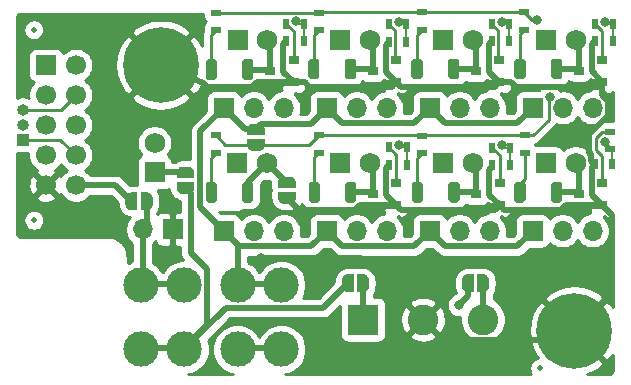
<source format=gbr>
%TF.GenerationSoftware,KiCad,Pcbnew,(5.1.10-1-10_14)*%
%TF.CreationDate,2022-01-16T00:04:22-08:00*%
%TF.ProjectId,FanExpander-kicad,46616e45-7870-4616-9e64-65722d6b6963,rev?*%
%TF.SameCoordinates,Original*%
%TF.FileFunction,Copper,L2,Bot*%
%TF.FilePolarity,Positive*%
%FSLAX46Y46*%
G04 Gerber Fmt 4.6, Leading zero omitted, Abs format (unit mm)*
G04 Created by KiCad (PCBNEW (5.1.10-1-10_14)) date 2022-01-16 00:04:22*
%MOMM*%
%LPD*%
G01*
G04 APERTURE LIST*
%TA.AperFunction,SMDPad,CuDef*%
%ADD10C,0.100000*%
%TD*%
%TA.AperFunction,SMDPad,CuDef*%
%ADD11C,0.500000*%
%TD*%
%TA.AperFunction,ComponentPad*%
%ADD12C,2.600000*%
%TD*%
%TA.AperFunction,ComponentPad*%
%ADD13R,2.600000X2.600000*%
%TD*%
%TA.AperFunction,ComponentPad*%
%ADD14R,1.000000X1.000000*%
%TD*%
%TA.AperFunction,ComponentPad*%
%ADD15O,1.000000X1.000000*%
%TD*%
%TA.AperFunction,ComponentPad*%
%ADD16C,3.000000*%
%TD*%
%TA.AperFunction,ComponentPad*%
%ADD17R,1.700000X1.700000*%
%TD*%
%TA.AperFunction,ComponentPad*%
%ADD18C,1.700000*%
%TD*%
%TA.AperFunction,ComponentPad*%
%ADD19R,1.750000X1.750000*%
%TD*%
%TA.AperFunction,ComponentPad*%
%ADD20C,1.750000*%
%TD*%
%TA.AperFunction,ComponentPad*%
%ADD21C,6.400000*%
%TD*%
%TA.AperFunction,ComponentPad*%
%ADD22O,1.700000X1.700000*%
%TD*%
%TA.AperFunction,SMDPad,CuDef*%
%ADD23R,0.900000X0.500000*%
%TD*%
%TA.AperFunction,SMDPad,CuDef*%
%ADD24R,0.500000X0.900000*%
%TD*%
%TA.AperFunction,SMDPad,CuDef*%
%ADD25R,0.900000X0.800000*%
%TD*%
%TA.AperFunction,ViaPad*%
%ADD26C,0.800000*%
%TD*%
%TA.AperFunction,Conductor*%
%ADD27C,0.500000*%
%TD*%
%TA.AperFunction,Conductor*%
%ADD28C,0.250000*%
%TD*%
%TA.AperFunction,Conductor*%
%ADD29C,0.200000*%
%TD*%
%TA.AperFunction,Conductor*%
%ADD30C,0.254000*%
%TD*%
%TA.AperFunction,Conductor*%
%ADD31C,0.100000*%
%TD*%
G04 APERTURE END LIST*
%TA.AperFunction,SMDPad,CuDef*%
D10*
%TO.P,JP12,2*%
%TO.N,GND*%
G36*
X61429998Y-63385700D02*
G01*
X61429998Y-63410234D01*
X61425188Y-63459065D01*
X61415616Y-63507190D01*
X61401372Y-63554145D01*
X61382595Y-63599478D01*
X61359464Y-63642751D01*
X61332204Y-63683550D01*
X61301076Y-63721479D01*
X61266379Y-63756176D01*
X61228450Y-63787304D01*
X61187651Y-63814564D01*
X61144378Y-63837695D01*
X61099045Y-63856472D01*
X61052090Y-63870716D01*
X61003965Y-63880288D01*
X60955134Y-63885098D01*
X60930600Y-63885098D01*
X60930600Y-63885700D01*
X60430600Y-63885700D01*
X60430600Y-63885098D01*
X60406066Y-63885098D01*
X60357235Y-63880288D01*
X60309110Y-63870716D01*
X60262155Y-63856472D01*
X60216822Y-63837695D01*
X60173549Y-63814564D01*
X60132750Y-63787304D01*
X60094821Y-63756176D01*
X60060124Y-63721479D01*
X60028996Y-63683550D01*
X60001736Y-63642751D01*
X59978605Y-63599478D01*
X59959828Y-63554145D01*
X59945584Y-63507190D01*
X59936012Y-63459065D01*
X59931202Y-63410234D01*
X59931202Y-63385700D01*
X59930600Y-63385700D01*
X59930600Y-62885700D01*
X61430600Y-62885700D01*
X61430600Y-63385700D01*
X61429998Y-63385700D01*
G37*
%TD.AperFunction*%
%TA.AperFunction,SMDPad,CuDef*%
%TO.P,JP12,1*%
%TO.N,/FAN0_Dr*%
G36*
X59930600Y-62585700D02*
G01*
X59930600Y-62085700D01*
X59931202Y-62085700D01*
X59931202Y-62061166D01*
X59936012Y-62012335D01*
X59945584Y-61964210D01*
X59959828Y-61917255D01*
X59978605Y-61871922D01*
X60001736Y-61828649D01*
X60028996Y-61787850D01*
X60060124Y-61749921D01*
X60094821Y-61715224D01*
X60132750Y-61684096D01*
X60173549Y-61656836D01*
X60216822Y-61633705D01*
X60262155Y-61614928D01*
X60309110Y-61600684D01*
X60357235Y-61591112D01*
X60406066Y-61586302D01*
X60430600Y-61586302D01*
X60430600Y-61585700D01*
X60930600Y-61585700D01*
X60930600Y-61586302D01*
X60955134Y-61586302D01*
X61003965Y-61591112D01*
X61052090Y-61600684D01*
X61099045Y-61614928D01*
X61144378Y-61633705D01*
X61187651Y-61656836D01*
X61228450Y-61684096D01*
X61266379Y-61715224D01*
X61301076Y-61749921D01*
X61332204Y-61787850D01*
X61359464Y-61828649D01*
X61382595Y-61871922D01*
X61401372Y-61917255D01*
X61415616Y-61964210D01*
X61425188Y-62012335D01*
X61429998Y-62061166D01*
X61429998Y-62085700D01*
X61430600Y-62085700D01*
X61430600Y-62585700D01*
X59930600Y-62585700D01*
G37*
%TD.AperFunction*%
%TD*%
%TA.AperFunction,SMDPad,CuDef*%
%TO.P,JP14,2*%
%TO.N,/24V_unFused*%
G36*
X65836800Y-71361398D02*
G01*
X65812266Y-71361398D01*
X65763435Y-71356588D01*
X65715310Y-71347016D01*
X65668355Y-71332772D01*
X65623022Y-71313995D01*
X65579749Y-71290864D01*
X65538950Y-71263604D01*
X65501021Y-71232476D01*
X65466324Y-71197779D01*
X65435196Y-71159850D01*
X65407936Y-71119051D01*
X65384805Y-71075778D01*
X65366028Y-71030445D01*
X65351784Y-70983490D01*
X65342212Y-70935365D01*
X65337402Y-70886534D01*
X65337402Y-70862000D01*
X65336800Y-70862000D01*
X65336800Y-70362000D01*
X65337402Y-70362000D01*
X65337402Y-70337466D01*
X65342212Y-70288635D01*
X65351784Y-70240510D01*
X65366028Y-70193555D01*
X65384805Y-70148222D01*
X65407936Y-70104949D01*
X65435196Y-70064150D01*
X65466324Y-70026221D01*
X65501021Y-69991524D01*
X65538950Y-69960396D01*
X65579749Y-69933136D01*
X65623022Y-69910005D01*
X65668355Y-69891228D01*
X65715310Y-69876984D01*
X65763435Y-69867412D01*
X65812266Y-69862602D01*
X65836800Y-69862602D01*
X65836800Y-69862000D01*
X66336800Y-69862000D01*
X66336800Y-71362000D01*
X65836800Y-71362000D01*
X65836800Y-71361398D01*
G37*
%TD.AperFunction*%
%TA.AperFunction,SMDPad,CuDef*%
%TO.P,JP14,1*%
%TO.N,/24v_Screw*%
G36*
X66636800Y-69862000D02*
G01*
X67136800Y-69862000D01*
X67136800Y-69862602D01*
X67161334Y-69862602D01*
X67210165Y-69867412D01*
X67258290Y-69876984D01*
X67305245Y-69891228D01*
X67350578Y-69910005D01*
X67393851Y-69933136D01*
X67434650Y-69960396D01*
X67472579Y-69991524D01*
X67507276Y-70026221D01*
X67538404Y-70064150D01*
X67565664Y-70104949D01*
X67588795Y-70148222D01*
X67607572Y-70193555D01*
X67621816Y-70240510D01*
X67631388Y-70288635D01*
X67636198Y-70337466D01*
X67636198Y-70362000D01*
X67636800Y-70362000D01*
X67636800Y-70862000D01*
X67636198Y-70862000D01*
X67636198Y-70886534D01*
X67631388Y-70935365D01*
X67621816Y-70983490D01*
X67607572Y-71030445D01*
X67588795Y-71075778D01*
X67565664Y-71119051D01*
X67538404Y-71159850D01*
X67507276Y-71197779D01*
X67472579Y-71232476D01*
X67434650Y-71263604D01*
X67393851Y-71290864D01*
X67350578Y-71313995D01*
X67305245Y-71332772D01*
X67258290Y-71347016D01*
X67210165Y-71356588D01*
X67161334Y-71361398D01*
X67136800Y-71361398D01*
X67136800Y-71362000D01*
X66636800Y-71362000D01*
X66636800Y-69862000D01*
G37*
%TD.AperFunction*%
%TD*%
%TA.AperFunction,SMDPad,CuDef*%
%TO.P,JP13,2*%
%TO.N,/5V_unFused*%
G36*
X75996800Y-71361398D02*
G01*
X75972266Y-71361398D01*
X75923435Y-71356588D01*
X75875310Y-71347016D01*
X75828355Y-71332772D01*
X75783022Y-71313995D01*
X75739749Y-71290864D01*
X75698950Y-71263604D01*
X75661021Y-71232476D01*
X75626324Y-71197779D01*
X75595196Y-71159850D01*
X75567936Y-71119051D01*
X75544805Y-71075778D01*
X75526028Y-71030445D01*
X75511784Y-70983490D01*
X75502212Y-70935365D01*
X75497402Y-70886534D01*
X75497402Y-70862000D01*
X75496800Y-70862000D01*
X75496800Y-70362000D01*
X75497402Y-70362000D01*
X75497402Y-70337466D01*
X75502212Y-70288635D01*
X75511784Y-70240510D01*
X75526028Y-70193555D01*
X75544805Y-70148222D01*
X75567936Y-70104949D01*
X75595196Y-70064150D01*
X75626324Y-70026221D01*
X75661021Y-69991524D01*
X75698950Y-69960396D01*
X75739749Y-69933136D01*
X75783022Y-69910005D01*
X75828355Y-69891228D01*
X75875310Y-69876984D01*
X75923435Y-69867412D01*
X75972266Y-69862602D01*
X75996800Y-69862602D01*
X75996800Y-69862000D01*
X76496800Y-69862000D01*
X76496800Y-71362000D01*
X75996800Y-71362000D01*
X75996800Y-71361398D01*
G37*
%TD.AperFunction*%
%TA.AperFunction,SMDPad,CuDef*%
%TO.P,JP13,1*%
%TO.N,/5V_Screw*%
G36*
X76796800Y-69862000D02*
G01*
X77296800Y-69862000D01*
X77296800Y-69862602D01*
X77321334Y-69862602D01*
X77370165Y-69867412D01*
X77418290Y-69876984D01*
X77465245Y-69891228D01*
X77510578Y-69910005D01*
X77553851Y-69933136D01*
X77594650Y-69960396D01*
X77632579Y-69991524D01*
X77667276Y-70026221D01*
X77698404Y-70064150D01*
X77725664Y-70104949D01*
X77748795Y-70148222D01*
X77767572Y-70193555D01*
X77781816Y-70240510D01*
X77791388Y-70288635D01*
X77796198Y-70337466D01*
X77796198Y-70362000D01*
X77796800Y-70362000D01*
X77796800Y-70862000D01*
X77796198Y-70862000D01*
X77796198Y-70886534D01*
X77791388Y-70935365D01*
X77781816Y-70983490D01*
X77767572Y-71030445D01*
X77748795Y-71075778D01*
X77725664Y-71119051D01*
X77698404Y-71159850D01*
X77667276Y-71197779D01*
X77632579Y-71232476D01*
X77594650Y-71263604D01*
X77553851Y-71290864D01*
X77510578Y-71313995D01*
X77465245Y-71332772D01*
X77418290Y-71347016D01*
X77370165Y-71356588D01*
X77321334Y-71361398D01*
X77296800Y-71361398D01*
X77296800Y-71362000D01*
X76796800Y-71362000D01*
X76796800Y-69862000D01*
G37*
%TD.AperFunction*%
%TD*%
%TA.AperFunction,SMDPad,CuDef*%
%TO.P,JP8,1*%
%TO.N,/5V_EXP*%
G36*
X48018800Y-64427800D02*
G01*
X47518800Y-64427800D01*
X47518800Y-64427198D01*
X47494266Y-64427198D01*
X47445435Y-64422388D01*
X47397310Y-64412816D01*
X47350355Y-64398572D01*
X47305022Y-64379795D01*
X47261749Y-64356664D01*
X47220950Y-64329404D01*
X47183021Y-64298276D01*
X47148324Y-64263579D01*
X47117196Y-64225650D01*
X47089936Y-64184851D01*
X47066805Y-64141578D01*
X47048028Y-64096245D01*
X47033784Y-64049290D01*
X47024212Y-64001165D01*
X47019402Y-63952334D01*
X47019402Y-63927800D01*
X47018800Y-63927800D01*
X47018800Y-63427800D01*
X47019402Y-63427800D01*
X47019402Y-63403266D01*
X47024212Y-63354435D01*
X47033784Y-63306310D01*
X47048028Y-63259355D01*
X47066805Y-63214022D01*
X47089936Y-63170749D01*
X47117196Y-63129950D01*
X47148324Y-63092021D01*
X47183021Y-63057324D01*
X47220950Y-63026196D01*
X47261749Y-62998936D01*
X47305022Y-62975805D01*
X47350355Y-62957028D01*
X47397310Y-62942784D01*
X47445435Y-62933212D01*
X47494266Y-62928402D01*
X47518800Y-62928402D01*
X47518800Y-62927800D01*
X48018800Y-62927800D01*
X48018800Y-64427800D01*
G37*
%TD.AperFunction*%
%TA.AperFunction,SMDPad,CuDef*%
%TO.P,JP8,2*%
%TO.N,/5V_unFused*%
G36*
X48818800Y-62928402D02*
G01*
X48843334Y-62928402D01*
X48892165Y-62933212D01*
X48940290Y-62942784D01*
X48987245Y-62957028D01*
X49032578Y-62975805D01*
X49075851Y-62998936D01*
X49116650Y-63026196D01*
X49154579Y-63057324D01*
X49189276Y-63092021D01*
X49220404Y-63129950D01*
X49247664Y-63170749D01*
X49270795Y-63214022D01*
X49289572Y-63259355D01*
X49303816Y-63306310D01*
X49313388Y-63354435D01*
X49318198Y-63403266D01*
X49318198Y-63427800D01*
X49318800Y-63427800D01*
X49318800Y-63927800D01*
X49318198Y-63927800D01*
X49318198Y-63952334D01*
X49313388Y-64001165D01*
X49303816Y-64049290D01*
X49289572Y-64096245D01*
X49270795Y-64141578D01*
X49247664Y-64184851D01*
X49220404Y-64225650D01*
X49189276Y-64263579D01*
X49154579Y-64298276D01*
X49116650Y-64329404D01*
X49075851Y-64356664D01*
X49032578Y-64379795D01*
X48987245Y-64398572D01*
X48940290Y-64412816D01*
X48892165Y-64422388D01*
X48843334Y-64427198D01*
X48818800Y-64427198D01*
X48818800Y-64427800D01*
X48318800Y-64427800D01*
X48318800Y-62927800D01*
X48818800Y-62927800D01*
X48818800Y-62928402D01*
G37*
%TD.AperFunction*%
%TD*%
%TA.AperFunction,SMDPad,CuDef*%
%TO.P,JP9,1*%
%TO.N,+5V*%
G36*
X57314400Y-58102600D02*
G01*
X57314400Y-57602600D01*
X57315002Y-57602600D01*
X57315002Y-57578066D01*
X57319812Y-57529235D01*
X57329384Y-57481110D01*
X57343628Y-57434155D01*
X57362405Y-57388822D01*
X57385536Y-57345549D01*
X57412796Y-57304750D01*
X57443924Y-57266821D01*
X57478621Y-57232124D01*
X57516550Y-57200996D01*
X57557349Y-57173736D01*
X57600622Y-57150605D01*
X57645955Y-57131828D01*
X57692910Y-57117584D01*
X57741035Y-57108012D01*
X57789866Y-57103202D01*
X57814400Y-57103202D01*
X57814400Y-57102600D01*
X58314400Y-57102600D01*
X58314400Y-57103202D01*
X58338934Y-57103202D01*
X58387765Y-57108012D01*
X58435890Y-57117584D01*
X58482845Y-57131828D01*
X58528178Y-57150605D01*
X58571451Y-57173736D01*
X58612250Y-57200996D01*
X58650179Y-57232124D01*
X58684876Y-57266821D01*
X58716004Y-57304750D01*
X58743264Y-57345549D01*
X58766395Y-57388822D01*
X58785172Y-57434155D01*
X58799416Y-57481110D01*
X58808988Y-57529235D01*
X58813798Y-57578066D01*
X58813798Y-57602600D01*
X58814400Y-57602600D01*
X58814400Y-58102600D01*
X57314400Y-58102600D01*
G37*
%TD.AperFunction*%
%TA.AperFunction,SMDPad,CuDef*%
%TO.P,JP9,2*%
%TO.N,/LED_Drive*%
G36*
X58813798Y-58902600D02*
G01*
X58813798Y-58927134D01*
X58808988Y-58975965D01*
X58799416Y-59024090D01*
X58785172Y-59071045D01*
X58766395Y-59116378D01*
X58743264Y-59159651D01*
X58716004Y-59200450D01*
X58684876Y-59238379D01*
X58650179Y-59273076D01*
X58612250Y-59304204D01*
X58571451Y-59331464D01*
X58528178Y-59354595D01*
X58482845Y-59373372D01*
X58435890Y-59387616D01*
X58387765Y-59397188D01*
X58338934Y-59401998D01*
X58314400Y-59401998D01*
X58314400Y-59402600D01*
X57814400Y-59402600D01*
X57814400Y-59401998D01*
X57789866Y-59401998D01*
X57741035Y-59397188D01*
X57692910Y-59387616D01*
X57645955Y-59373372D01*
X57600622Y-59354595D01*
X57557349Y-59331464D01*
X57516550Y-59304204D01*
X57478621Y-59273076D01*
X57443924Y-59238379D01*
X57412796Y-59200450D01*
X57385536Y-59159651D01*
X57362405Y-59116378D01*
X57343628Y-59071045D01*
X57329384Y-59024090D01*
X57319812Y-58975965D01*
X57315002Y-58927134D01*
X57315002Y-58902600D01*
X57314400Y-58902600D01*
X57314400Y-58402600D01*
X58814400Y-58402600D01*
X58814400Y-58902600D01*
X58813798Y-58902600D01*
G37*
%TD.AperFunction*%
%TD*%
%TA.AperFunction,SMDPad,CuDef*%
%TO.P,JP11,1*%
%TO.N,/24V_F0*%
G36*
X51345400Y-61749800D02*
G01*
X51345400Y-61249800D01*
X51346002Y-61249800D01*
X51346002Y-61225266D01*
X51350812Y-61176435D01*
X51360384Y-61128310D01*
X51374628Y-61081355D01*
X51393405Y-61036022D01*
X51416536Y-60992749D01*
X51443796Y-60951950D01*
X51474924Y-60914021D01*
X51509621Y-60879324D01*
X51547550Y-60848196D01*
X51588349Y-60820936D01*
X51631622Y-60797805D01*
X51676955Y-60779028D01*
X51723910Y-60764784D01*
X51772035Y-60755212D01*
X51820866Y-60750402D01*
X51845400Y-60750402D01*
X51845400Y-60749800D01*
X52345400Y-60749800D01*
X52345400Y-60750402D01*
X52369934Y-60750402D01*
X52418765Y-60755212D01*
X52466890Y-60764784D01*
X52513845Y-60779028D01*
X52559178Y-60797805D01*
X52602451Y-60820936D01*
X52643250Y-60848196D01*
X52681179Y-60879324D01*
X52715876Y-60914021D01*
X52747004Y-60951950D01*
X52774264Y-60992749D01*
X52797395Y-61036022D01*
X52816172Y-61081355D01*
X52830416Y-61128310D01*
X52839988Y-61176435D01*
X52844798Y-61225266D01*
X52844798Y-61249800D01*
X52845400Y-61249800D01*
X52845400Y-61749800D01*
X51345400Y-61749800D01*
G37*
%TD.AperFunction*%
%TA.AperFunction,SMDPad,CuDef*%
%TO.P,JP11,2*%
%TO.N,/24V_unFused*%
G36*
X52844798Y-62549800D02*
G01*
X52844798Y-62574334D01*
X52839988Y-62623165D01*
X52830416Y-62671290D01*
X52816172Y-62718245D01*
X52797395Y-62763578D01*
X52774264Y-62806851D01*
X52747004Y-62847650D01*
X52715876Y-62885579D01*
X52681179Y-62920276D01*
X52643250Y-62951404D01*
X52602451Y-62978664D01*
X52559178Y-63001795D01*
X52513845Y-63020572D01*
X52466890Y-63034816D01*
X52418765Y-63044388D01*
X52369934Y-63049198D01*
X52345400Y-63049198D01*
X52345400Y-63049800D01*
X51845400Y-63049800D01*
X51845400Y-63049198D01*
X51820866Y-63049198D01*
X51772035Y-63044388D01*
X51723910Y-63034816D01*
X51676955Y-63020572D01*
X51631622Y-63001795D01*
X51588349Y-62978664D01*
X51547550Y-62951404D01*
X51509621Y-62920276D01*
X51474924Y-62885579D01*
X51443796Y-62847650D01*
X51416536Y-62806851D01*
X51393405Y-62763578D01*
X51374628Y-62718245D01*
X51360384Y-62671290D01*
X51350812Y-62623165D01*
X51346002Y-62574334D01*
X51346002Y-62549800D01*
X51345400Y-62549800D01*
X51345400Y-62049800D01*
X52845400Y-62049800D01*
X52845400Y-62549800D01*
X52844798Y-62549800D01*
G37*
%TD.AperFunction*%
%TD*%
%TO.P,D8,2*%
%TO.N,Net-(D8-Pad2)*%
%TA.AperFunction,SMDPad,CuDef*%
G36*
G01*
X80890800Y-62230800D02*
X80890800Y-63600800D01*
G75*
G02*
X80700800Y-63790800I-190000J0D01*
G01*
X80130800Y-63790800D01*
G75*
G02*
X79940800Y-63600800I0J190000D01*
G01*
X79940800Y-62230800D01*
G75*
G02*
X80130800Y-62040800I190000J0D01*
G01*
X80700800Y-62040800D01*
G75*
G02*
X80890800Y-62230800I0J-190000D01*
G01*
G37*
%TD.AperFunction*%
%TO.P,D8,1*%
%TO.N,/FAN6_Dr*%
%TA.AperFunction,SMDPad,CuDef*%
G36*
G01*
X83990800Y-62230800D02*
X83990800Y-63600800D01*
G75*
G02*
X83800800Y-63790800I-190000J0D01*
G01*
X83230800Y-63790800D01*
G75*
G02*
X83040800Y-63600800I0J190000D01*
G01*
X83040800Y-62230800D01*
G75*
G02*
X83230800Y-62040800I190000J0D01*
G01*
X83800800Y-62040800D01*
G75*
G02*
X83990800Y-62230800I0J-190000D01*
G01*
G37*
%TD.AperFunction*%
%TD*%
%TO.P,D7,2*%
%TO.N,Net-(D7-Pad2)*%
%TA.AperFunction,SMDPad,CuDef*%
G36*
G01*
X72178600Y-51791400D02*
X72178600Y-53161400D01*
G75*
G02*
X71988600Y-53351400I-190000J0D01*
G01*
X71418600Y-53351400D01*
G75*
G02*
X71228600Y-53161400I0J190000D01*
G01*
X71228600Y-51791400D01*
G75*
G02*
X71418600Y-51601400I190000J0D01*
G01*
X71988600Y-51601400D01*
G75*
G02*
X72178600Y-51791400I0J-190000D01*
G01*
G37*
%TD.AperFunction*%
%TO.P,D7,1*%
%TO.N,/FAN5_Dr*%
%TA.AperFunction,SMDPad,CuDef*%
G36*
G01*
X75278600Y-51791400D02*
X75278600Y-53161400D01*
G75*
G02*
X75088600Y-53351400I-190000J0D01*
G01*
X74518600Y-53351400D01*
G75*
G02*
X74328600Y-53161400I0J190000D01*
G01*
X74328600Y-51791400D01*
G75*
G02*
X74518600Y-51601400I190000J0D01*
G01*
X75088600Y-51601400D01*
G75*
G02*
X75278600Y-51791400I0J-190000D01*
G01*
G37*
%TD.AperFunction*%
%TD*%
%TO.P,D6,2*%
%TO.N,Net-(D6-Pad2)*%
%TA.AperFunction,SMDPad,CuDef*%
G36*
G01*
X72204000Y-62230800D02*
X72204000Y-63600800D01*
G75*
G02*
X72014000Y-63790800I-190000J0D01*
G01*
X71444000Y-63790800D01*
G75*
G02*
X71254000Y-63600800I0J190000D01*
G01*
X71254000Y-62230800D01*
G75*
G02*
X71444000Y-62040800I190000J0D01*
G01*
X72014000Y-62040800D01*
G75*
G02*
X72204000Y-62230800I0J-190000D01*
G01*
G37*
%TD.AperFunction*%
%TO.P,D6,1*%
%TO.N,/FAN4_Dr*%
%TA.AperFunction,SMDPad,CuDef*%
G36*
G01*
X75304000Y-62230800D02*
X75304000Y-63600800D01*
G75*
G02*
X75114000Y-63790800I-190000J0D01*
G01*
X74544000Y-63790800D01*
G75*
G02*
X74354000Y-63600800I0J190000D01*
G01*
X74354000Y-62230800D01*
G75*
G02*
X74544000Y-62040800I190000J0D01*
G01*
X75114000Y-62040800D01*
G75*
G02*
X75304000Y-62230800I0J-190000D01*
G01*
G37*
%TD.AperFunction*%
%TD*%
%TO.P,D5,2*%
%TO.N,Net-(D5-Pad2)*%
%TA.AperFunction,SMDPad,CuDef*%
G36*
G01*
X63441600Y-51791400D02*
X63441600Y-53161400D01*
G75*
G02*
X63251600Y-53351400I-190000J0D01*
G01*
X62681600Y-53351400D01*
G75*
G02*
X62491600Y-53161400I0J190000D01*
G01*
X62491600Y-51791400D01*
G75*
G02*
X62681600Y-51601400I190000J0D01*
G01*
X63251600Y-51601400D01*
G75*
G02*
X63441600Y-51791400I0J-190000D01*
G01*
G37*
%TD.AperFunction*%
%TO.P,D5,1*%
%TO.N,/FAN3_Dr*%
%TA.AperFunction,SMDPad,CuDef*%
G36*
G01*
X66541600Y-51791400D02*
X66541600Y-53161400D01*
G75*
G02*
X66351600Y-53351400I-190000J0D01*
G01*
X65781600Y-53351400D01*
G75*
G02*
X65591600Y-53161400I0J190000D01*
G01*
X65591600Y-51791400D01*
G75*
G02*
X65781600Y-51601400I190000J0D01*
G01*
X66351600Y-51601400D01*
G75*
G02*
X66541600Y-51791400I0J-190000D01*
G01*
G37*
%TD.AperFunction*%
%TD*%
%TO.P,D4,2*%
%TO.N,Net-(D4-Pad2)*%
%TA.AperFunction,SMDPad,CuDef*%
G36*
G01*
X63466400Y-62230800D02*
X63466400Y-63600800D01*
G75*
G02*
X63276400Y-63790800I-190000J0D01*
G01*
X62706400Y-63790800D01*
G75*
G02*
X62516400Y-63600800I0J190000D01*
G01*
X62516400Y-62230800D01*
G75*
G02*
X62706400Y-62040800I190000J0D01*
G01*
X63276400Y-62040800D01*
G75*
G02*
X63466400Y-62230800I0J-190000D01*
G01*
G37*
%TD.AperFunction*%
%TO.P,D4,1*%
%TO.N,/FAN2_Dr*%
%TA.AperFunction,SMDPad,CuDef*%
G36*
G01*
X66566400Y-62230800D02*
X66566400Y-63600800D01*
G75*
G02*
X66376400Y-63790800I-190000J0D01*
G01*
X65806400Y-63790800D01*
G75*
G02*
X65616400Y-63600800I0J190000D01*
G01*
X65616400Y-62230800D01*
G75*
G02*
X65806400Y-62040800I190000J0D01*
G01*
X66376400Y-62040800D01*
G75*
G02*
X66566400Y-62230800I0J-190000D01*
G01*
G37*
%TD.AperFunction*%
%TD*%
%TO.P,D3,2*%
%TO.N,Net-(D3-Pad2)*%
%TA.AperFunction,SMDPad,CuDef*%
G36*
G01*
X54754200Y-62230800D02*
X54754200Y-63600800D01*
G75*
G02*
X54564200Y-63790800I-190000J0D01*
G01*
X53994200Y-63790800D01*
G75*
G02*
X53804200Y-63600800I0J190000D01*
G01*
X53804200Y-62230800D01*
G75*
G02*
X53994200Y-62040800I190000J0D01*
G01*
X54564200Y-62040800D01*
G75*
G02*
X54754200Y-62230800I0J-190000D01*
G01*
G37*
%TD.AperFunction*%
%TO.P,D3,1*%
%TO.N,/FAN0_Dr*%
%TA.AperFunction,SMDPad,CuDef*%
G36*
G01*
X57854200Y-62230800D02*
X57854200Y-63600800D01*
G75*
G02*
X57664200Y-63790800I-190000J0D01*
G01*
X57094200Y-63790800D01*
G75*
G02*
X56904200Y-63600800I0J190000D01*
G01*
X56904200Y-62230800D01*
G75*
G02*
X57094200Y-62040800I190000J0D01*
G01*
X57664200Y-62040800D01*
G75*
G02*
X57854200Y-62230800I0J-190000D01*
G01*
G37*
%TD.AperFunction*%
%TD*%
%TO.P,D2,2*%
%TO.N,Net-(D2-Pad2)*%
%TA.AperFunction,SMDPad,CuDef*%
G36*
G01*
X80903500Y-51791400D02*
X80903500Y-53161400D01*
G75*
G02*
X80713500Y-53351400I-190000J0D01*
G01*
X80143500Y-53351400D01*
G75*
G02*
X79953500Y-53161400I0J190000D01*
G01*
X79953500Y-51791400D01*
G75*
G02*
X80143500Y-51601400I190000J0D01*
G01*
X80713500Y-51601400D01*
G75*
G02*
X80903500Y-51791400I0J-190000D01*
G01*
G37*
%TD.AperFunction*%
%TO.P,D2,1*%
%TO.N,/FAN7_Dr*%
%TA.AperFunction,SMDPad,CuDef*%
G36*
G01*
X84003500Y-51791400D02*
X84003500Y-53161400D01*
G75*
G02*
X83813500Y-53351400I-190000J0D01*
G01*
X83243500Y-53351400D01*
G75*
G02*
X83053500Y-53161400I0J190000D01*
G01*
X83053500Y-51791400D01*
G75*
G02*
X83243500Y-51601400I190000J0D01*
G01*
X83813500Y-51601400D01*
G75*
G02*
X84003500Y-51791400I0J-190000D01*
G01*
G37*
%TD.AperFunction*%
%TD*%
%TO.P,D1,2*%
%TO.N,Net-(D1-Pad2)*%
%TA.AperFunction,SMDPad,CuDef*%
G36*
G01*
X54754200Y-51842200D02*
X54754200Y-53212200D01*
G75*
G02*
X54564200Y-53402200I-190000J0D01*
G01*
X53994200Y-53402200D01*
G75*
G02*
X53804200Y-53212200I0J190000D01*
G01*
X53804200Y-51842200D01*
G75*
G02*
X53994200Y-51652200I190000J0D01*
G01*
X54564200Y-51652200D01*
G75*
G02*
X54754200Y-51842200I0J-190000D01*
G01*
G37*
%TD.AperFunction*%
%TO.P,D1,1*%
%TO.N,/FAN1_Dr*%
%TA.AperFunction,SMDPad,CuDef*%
G36*
G01*
X57854200Y-51842200D02*
X57854200Y-53212200D01*
G75*
G02*
X57664200Y-53402200I-190000J0D01*
G01*
X57094200Y-53402200D01*
G75*
G02*
X56904200Y-53212200I0J190000D01*
G01*
X56904200Y-51842200D01*
G75*
G02*
X57094200Y-51652200I190000J0D01*
G01*
X57664200Y-51652200D01*
G75*
G02*
X57854200Y-51842200I0J-190000D01*
G01*
G37*
%TD.AperFunction*%
%TD*%
D11*
%TO.P,FID3,~*%
%TO.N,N/C*%
X82092800Y-77800200D03*
%TD*%
%TO.P,FID2,~*%
%TO.N,N/C*%
X39268400Y-65303400D03*
%TD*%
%TO.P,FID1,~*%
%TO.N,N/C*%
X39243000Y-49149000D03*
%TD*%
D12*
%TO.P,J12,3*%
%TO.N,/5V_Screw*%
X77292200Y-73710800D03*
%TO.P,J12,2*%
%TO.N,GND*%
X72212200Y-73710800D03*
D13*
%TO.P,J12,1*%
%TO.N,/24v_Screw*%
X67132200Y-73710800D03*
%TD*%
D14*
%TO.P,JP10,1*%
%TO.N,Net-(J8-Pad8)*%
X38303200Y-58470800D03*
D15*
%TO.P,JP10,2*%
%TO.N,/FAN7*%
X38303200Y-57200800D03*
%TO.P,JP10,3*%
%TO.N,Net-(J8-Pad4)*%
X38303200Y-55930800D03*
%TD*%
D16*
%TO.P,F1,2*%
%TO.N,/5V_unFused*%
X48304400Y-70764400D03*
X52004400Y-70764400D03*
%TO.P,F1,1*%
%TO.N,+5V*%
X56504400Y-70764400D03*
X60204400Y-70764400D03*
%TD*%
%TO.P,F2,2*%
%TO.N,/24V_unFused*%
X48304400Y-76225400D03*
X52004400Y-76225400D03*
%TO.P,F2,1*%
%TO.N,+24V*%
X56504400Y-76225400D03*
X60204400Y-76225400D03*
%TD*%
D17*
%TO.P,J8,1*%
%TO.N,/FAN1*%
X40284400Y-52158900D03*
D18*
%TO.P,J8,2*%
%TO.N,/FAN3*%
X42824400Y-52158900D03*
%TO.P,J8,3*%
%TO.N,/FAN5*%
X40284400Y-54698900D03*
%TO.P,J8,4*%
%TO.N,Net-(J8-Pad4)*%
X42824400Y-54698900D03*
%TO.P,J8,5*%
%TO.N,/FAN4*%
X40284400Y-57238900D03*
%TO.P,J8,6*%
%TO.N,/FAN2*%
X42824400Y-57238900D03*
%TO.P,J8,7*%
%TO.N,/FAN6*%
X40284400Y-59778900D03*
%TO.P,J8,8*%
%TO.N,Net-(J8-Pad8)*%
X42824400Y-59778900D03*
%TO.P,J8,9*%
%TO.N,GND*%
X40284400Y-62318900D03*
%TO.P,J8,10*%
%TO.N,/5V_EXP*%
X42824400Y-62318900D03*
%TD*%
D19*
%TO.P,J3,1*%
%TO.N,/F3V*%
X65189100Y-50038000D03*
D20*
%TO.P,J3,2*%
%TO.N,/FAN3_Dr*%
X67689100Y-50038000D03*
%TD*%
D21*
%TO.P,MH1,1*%
%TO.N,GND*%
X50012600Y-52146200D03*
%TD*%
D17*
%TO.P,J9,1*%
%TO.N,GND*%
X51003200Y-66065400D03*
D22*
%TO.P,J9,2*%
%TO.N,/5V_unFused*%
X48463200Y-66065400D03*
%TD*%
D23*
%TO.P,R22,2*%
%TO.N,/LED_Drive*%
X54660800Y-58101800D03*
%TO.P,R22,1*%
%TO.N,Net-(D3-Pad2)*%
X54660800Y-59601800D03*
%TD*%
D24*
%TO.P,R19,1*%
%TO.N,GND*%
X78015400Y-50139600D03*
%TO.P,R19,2*%
%TO.N,/FAN5*%
X79515400Y-50139600D03*
%TD*%
D23*
%TO.P,R17,1*%
%TO.N,Net-(Q6-Pad1)*%
X88036400Y-57797000D03*
%TO.P,R17,2*%
%TO.N,/FAN6*%
X88036400Y-59297000D03*
%TD*%
D24*
%TO.P,R16,1*%
%TO.N,Net-(Q5-Pad1)*%
X78028800Y-48666400D03*
%TO.P,R16,2*%
%TO.N,/FAN5*%
X79528800Y-48666400D03*
%TD*%
D23*
%TO.P,R14,1*%
%TO.N,Net-(D8-Pad2)*%
X80822800Y-59601800D03*
%TO.P,R14,2*%
%TO.N,/LED_Drive*%
X80822800Y-58101800D03*
%TD*%
%TO.P,R13,1*%
%TO.N,Net-(D7-Pad2)*%
X72085200Y-49187800D03*
%TO.P,R13,2*%
%TO.N,/LED_Drive*%
X72085200Y-47687800D03*
%TD*%
D24*
%TO.P,R12,1*%
%TO.N,GND*%
X78066200Y-60579000D03*
%TO.P,R12,2*%
%TO.N,/FAN4*%
X79566200Y-60579000D03*
%TD*%
%TO.P,R11,1*%
%TO.N,GND*%
X69303200Y-50165000D03*
%TO.P,R11,2*%
%TO.N,/FAN3*%
X70803200Y-50165000D03*
%TD*%
%TO.P,R10,1*%
%TO.N,/FAN2*%
X70828600Y-60579000D03*
%TO.P,R10,2*%
%TO.N,GND*%
X69328600Y-60579000D03*
%TD*%
%TO.P,R9,1*%
%TO.N,/FAN1*%
X62116400Y-50139600D03*
%TO.P,R9,2*%
%TO.N,GND*%
X60616400Y-50139600D03*
%TD*%
%TO.P,R8,1*%
%TO.N,Net-(Q4-Pad1)*%
X78066200Y-59131200D03*
%TO.P,R8,2*%
%TO.N,/FAN4*%
X79566200Y-59131200D03*
%TD*%
%TO.P,R7,1*%
%TO.N,Net-(Q3-Pad1)*%
X69303200Y-48691800D03*
%TO.P,R7,2*%
%TO.N,/FAN3*%
X70803200Y-48691800D03*
%TD*%
%TO.P,R6,1*%
%TO.N,Net-(Q2-Pad1)*%
X69328600Y-59105800D03*
%TO.P,R6,2*%
%TO.N,/FAN2*%
X70828600Y-59105800D03*
%TD*%
%TO.P,R5,1*%
%TO.N,Net-(Q1-Pad1)*%
X60616400Y-48666400D03*
%TO.P,R5,2*%
%TO.N,/FAN1*%
X62116400Y-48666400D03*
%TD*%
D23*
%TO.P,R4,1*%
%TO.N,Net-(D6-Pad2)*%
X72085200Y-59627200D03*
%TO.P,R4,2*%
%TO.N,/LED_Drive*%
X72085200Y-58127200D03*
%TD*%
%TO.P,R3,1*%
%TO.N,Net-(D5-Pad2)*%
X63373000Y-49213200D03*
%TO.P,R3,2*%
%TO.N,/LED_Drive*%
X63373000Y-47713200D03*
%TD*%
%TO.P,R2,1*%
%TO.N,Net-(D4-Pad2)*%
X63373000Y-59576400D03*
%TO.P,R2,2*%
%TO.N,/LED_Drive*%
X63373000Y-58076400D03*
%TD*%
%TO.P,R1,1*%
%TO.N,Net-(D1-Pad2)*%
X54686200Y-49199800D03*
%TO.P,R1,2*%
%TO.N,/LED_Drive*%
X54686200Y-47699800D03*
%TD*%
D24*
%TO.P,R21,1*%
%TO.N,/FAN7*%
X88278400Y-50114200D03*
%TO.P,R21,2*%
%TO.N,GND*%
X86778400Y-50114200D03*
%TD*%
%TO.P,R20,1*%
%TO.N,/FAN6*%
X88253000Y-60553600D03*
%TO.P,R20,2*%
%TO.N,GND*%
X86753000Y-60553600D03*
%TD*%
%TO.P,R18,1*%
%TO.N,Net-(Q7-Pad1)*%
X86778400Y-48653000D03*
%TO.P,R18,2*%
%TO.N,/FAN7*%
X88278400Y-48653000D03*
%TD*%
D23*
%TO.P,R15,1*%
%TO.N,Net-(D2-Pad2)*%
X80797400Y-49187800D03*
%TO.P,R15,2*%
%TO.N,/LED_Drive*%
X80797400Y-47687800D03*
%TD*%
D21*
%TO.P,MH2,1*%
%TO.N,GND*%
X85012600Y-74646200D03*
%TD*%
D17*
%TO.P,JP0,1*%
%TO.N,+5V*%
X55346600Y-66192400D03*
D22*
%TO.P,JP0,2*%
%TO.N,/F0V*%
X57886600Y-66192400D03*
%TO.P,JP0,3*%
%TO.N,+24V*%
X60426600Y-66192400D03*
%TD*%
D19*
%TO.P,J10,1*%
%TO.N,/24V_F0*%
X49479200Y-61239400D03*
D20*
%TO.P,J10,2*%
%TO.N,/FAN0_Dr*%
X49479200Y-58739400D03*
%TD*%
D19*
%TO.P,J0,1*%
%TO.N,/F0V*%
X56489600Y-60464700D03*
D20*
%TO.P,J0,2*%
%TO.N,/FAN0_Dr*%
X58989600Y-60464700D03*
%TD*%
D25*
%TO.P,Q7,1*%
%TO.N,Net-(Q7-Pad1)*%
X87398100Y-51678800D03*
%TO.P,Q7,2*%
%TO.N,GND*%
X87398100Y-53578800D03*
%TO.P,Q7,3*%
%TO.N,/FAN7_Dr*%
X85398100Y-52628800D03*
%TD*%
%TO.P,Q1,1*%
%TO.N,Net-(Q1-Pad1)*%
X61248800Y-51704200D03*
%TO.P,Q1,2*%
%TO.N,GND*%
X61248800Y-53604200D03*
%TO.P,Q1,3*%
%TO.N,/FAN1_Dr*%
X59248800Y-52654200D03*
%TD*%
D17*
%TO.P,JP7,1*%
%TO.N,+5V*%
X81483200Y-55778400D03*
D22*
%TO.P,JP7,2*%
%TO.N,/F7V*%
X84023200Y-55778400D03*
%TO.P,JP7,3*%
%TO.N,+24V*%
X86563200Y-55778400D03*
%TD*%
D17*
%TO.P,JP1,1*%
%TO.N,+5V*%
X55346600Y-55778400D03*
D22*
%TO.P,JP1,2*%
%TO.N,/F1V*%
X57886600Y-55778400D03*
%TO.P,JP1,3*%
%TO.N,+24V*%
X60426600Y-55778400D03*
%TD*%
D19*
%TO.P,J7,1*%
%TO.N,/F7V*%
X82664300Y-50038000D03*
D20*
%TO.P,J7,2*%
%TO.N,/FAN7_Dr*%
X85164300Y-50038000D03*
%TD*%
D19*
%TO.P,J1,1*%
%TO.N,/F1V*%
X56515000Y-50038000D03*
D20*
%TO.P,J1,2*%
%TO.N,/FAN1_Dr*%
X59015000Y-50038000D03*
%TD*%
D25*
%TO.P,Q6,1*%
%TO.N,Net-(Q6-Pad1)*%
X87398100Y-62130900D03*
%TO.P,Q6,2*%
%TO.N,GND*%
X87398100Y-64030900D03*
%TO.P,Q6,3*%
%TO.N,/FAN6_Dr*%
X85398100Y-63080900D03*
%TD*%
%TO.P,Q5,1*%
%TO.N,Net-(Q5-Pad1)*%
X78673200Y-51704200D03*
%TO.P,Q5,2*%
%TO.N,GND*%
X78673200Y-53604200D03*
%TO.P,Q5,3*%
%TO.N,/FAN5_Dr*%
X76673200Y-52654200D03*
%TD*%
%TO.P,Q4,1*%
%TO.N,Net-(Q4-Pad1)*%
X78698600Y-62130900D03*
%TO.P,Q4,2*%
%TO.N,GND*%
X78698600Y-64030900D03*
%TO.P,Q4,3*%
%TO.N,/FAN4_Dr*%
X76698600Y-63080900D03*
%TD*%
%TO.P,Q3,1*%
%TO.N,Net-(Q3-Pad1)*%
X69948300Y-51704200D03*
%TO.P,Q3,2*%
%TO.N,GND*%
X69948300Y-53604200D03*
%TO.P,Q3,3*%
%TO.N,/FAN3_Dr*%
X67948300Y-52654200D03*
%TD*%
%TO.P,Q2,1*%
%TO.N,Net-(Q2-Pad1)*%
X69948300Y-62130900D03*
%TO.P,Q2,2*%
%TO.N,GND*%
X69948300Y-64030900D03*
%TO.P,Q2,3*%
%TO.N,/FAN2_Dr*%
X67948300Y-63080900D03*
%TD*%
D19*
%TO.P,J6,1*%
%TO.N,/F6V*%
X82638900Y-60464700D03*
D20*
%TO.P,J6,2*%
%TO.N,/FAN6_Dr*%
X85138900Y-60464700D03*
%TD*%
D19*
%TO.P,J5,1*%
%TO.N,/F5V*%
X73914000Y-50038000D03*
D20*
%TO.P,J5,2*%
%TO.N,/FAN5_Dr*%
X76414000Y-50038000D03*
%TD*%
D17*
%TO.P,JP6,1*%
%TO.N,+5V*%
X81483200Y-66192400D03*
D22*
%TO.P,JP6,2*%
%TO.N,/F6V*%
X84023200Y-66192400D03*
%TO.P,JP6,3*%
%TO.N,+24V*%
X86563200Y-66192400D03*
%TD*%
D17*
%TO.P,JP5,1*%
%TO.N,+5V*%
X72771000Y-55778400D03*
D22*
%TO.P,JP5,2*%
%TO.N,/F5V*%
X75311000Y-55778400D03*
%TO.P,JP5,3*%
%TO.N,+24V*%
X77851000Y-55778400D03*
%TD*%
D19*
%TO.P,J4,1*%
%TO.N,/F4V*%
X73939400Y-60464700D03*
D20*
%TO.P,J4,2*%
%TO.N,/FAN4_Dr*%
X76439400Y-60464700D03*
%TD*%
D17*
%TO.P,JP4,1*%
%TO.N,+5V*%
X72771000Y-66192400D03*
D22*
%TO.P,JP4,2*%
%TO.N,/F4V*%
X75311000Y-66192400D03*
%TO.P,JP4,3*%
%TO.N,+24V*%
X77851000Y-66192400D03*
%TD*%
D17*
%TO.P,JP3,1*%
%TO.N,+5V*%
X64058800Y-55778400D03*
D22*
%TO.P,JP3,2*%
%TO.N,/F3V*%
X66598800Y-55778400D03*
%TO.P,JP3,3*%
%TO.N,+24V*%
X69138800Y-55778400D03*
%TD*%
D19*
%TO.P,J2,1*%
%TO.N,/F2V*%
X65214500Y-60464700D03*
D20*
%TO.P,J2,2*%
%TO.N,/FAN2_Dr*%
X67714500Y-60464700D03*
%TD*%
D17*
%TO.P,JP2,1*%
%TO.N,+5V*%
X64058800Y-66192400D03*
D22*
%TO.P,JP2,2*%
%TO.N,/F2V*%
X66598800Y-66192400D03*
%TO.P,JP2,3*%
%TO.N,+24V*%
X69138800Y-66192400D03*
%TD*%
D26*
%TO.N,GND*%
X58496200Y-68478400D03*
%TO.N,/FAN2*%
X70178602Y-58877200D03*
%TO.N,/FAN4*%
X78916202Y-58877200D03*
%TO.N,/FAN5*%
X78928354Y-48540648D03*
%TO.N,/FAN3*%
X70153202Y-48514000D03*
%TO.N,/FAN6*%
X87600390Y-58647002D03*
%TO.N,/FAN7*%
X87646554Y-48495848D03*
%TO.N,/5V_unFused*%
X75260200Y-72466200D03*
%TO.N,/LED_Drive*%
X82924470Y-54826410D03*
X81838800Y-48336200D03*
%TO.N,/FAN1*%
X61466402Y-48438200D03*
%TD*%
D27*
%TO.N,GND*%
X69048299Y-63130899D02*
X69948300Y-64030900D01*
X69048299Y-60859301D02*
X69048299Y-63130899D01*
X69328600Y-60579000D02*
X69048299Y-60859301D01*
X77798599Y-61036401D02*
X77798599Y-63130899D01*
X77798599Y-63130899D02*
X78698600Y-64030900D01*
X78066200Y-60768800D02*
X77798599Y-61036401D01*
X78066200Y-60579000D02*
X78066200Y-60768800D01*
X86498099Y-63130899D02*
X87398100Y-64030900D01*
X86498099Y-60808501D02*
X86498099Y-63130899D01*
X86753000Y-60553600D02*
X86498099Y-60808501D01*
X79083510Y-64415810D02*
X78698600Y-64030900D01*
X83890902Y-64415810D02*
X79083510Y-64415810D01*
X84275812Y-64030900D02*
X83890902Y-64415810D01*
X87398100Y-64030900D02*
X84275812Y-64030900D01*
X78313690Y-64415810D02*
X70333210Y-64415810D01*
X70333210Y-64415810D02*
X69948300Y-64030900D01*
X78698600Y-64030900D02*
X78313690Y-64415810D01*
X61710710Y-64415810D02*
X60680600Y-63385700D01*
X66466502Y-64415810D02*
X61710710Y-64415810D01*
X66851412Y-64030900D02*
X66466502Y-64415810D01*
X69948300Y-64030900D02*
X66851412Y-64030900D01*
X86498099Y-52678799D02*
X87398100Y-53578800D01*
X86498099Y-50394501D02*
X86498099Y-52678799D01*
X86778400Y-50114200D02*
X86498099Y-50394501D01*
X77773199Y-52704199D02*
X78673200Y-53604200D01*
X77773199Y-50381801D02*
X77773199Y-52704199D01*
X78015400Y-50139600D02*
X77773199Y-50381801D01*
X69048299Y-52704199D02*
X69948300Y-53604200D01*
X69048299Y-50419901D02*
X69048299Y-52704199D01*
X69303200Y-50165000D02*
X69048299Y-50419901D01*
X60348799Y-52704199D02*
X61248800Y-53604200D01*
X60348799Y-50407201D02*
X60348799Y-52704199D01*
X60616400Y-50139600D02*
X60348799Y-50407201D01*
X69576090Y-53976410D02*
X69948300Y-53604200D01*
X62219288Y-53604200D02*
X62591498Y-53976410D01*
X62591498Y-53976410D02*
X69576090Y-53976410D01*
X61248800Y-53604200D02*
X62219288Y-53604200D01*
X78300990Y-53976410D02*
X78673200Y-53604200D01*
X70320510Y-53976410D02*
X78300990Y-53976410D01*
X69948300Y-53604200D02*
X70320510Y-53976410D01*
X87000490Y-53976410D02*
X87398100Y-53578800D01*
X80053398Y-53976410D02*
X87000490Y-53976410D01*
X79681188Y-53604200D02*
X80053398Y-53976410D01*
X78673200Y-53604200D02*
X79681188Y-53604200D01*
X86686389Y-60486989D02*
X86753000Y-60553600D01*
X87863201Y-55154399D02*
X87863201Y-56460197D01*
X87398100Y-54689298D02*
X87863201Y-55154399D01*
X87398100Y-53578800D02*
X87398100Y-54689298D01*
X84197999Y-75460801D02*
X85012600Y-74646200D01*
X73962201Y-75460801D02*
X84197999Y-75460801D01*
X72212200Y-73710800D02*
X73962201Y-75460801D01*
X88212599Y-71446201D02*
X88212599Y-64845399D01*
X88212599Y-64845399D02*
X87398100Y-64030900D01*
X85012600Y-74646200D02*
X88212599Y-71446201D01*
X86300379Y-58023019D02*
X87863201Y-56460197D01*
X86300379Y-59554565D02*
X86300379Y-58023019D01*
X86463901Y-59718087D02*
X86300379Y-59554565D01*
X86463901Y-60301901D02*
X86463901Y-59718087D01*
X86715600Y-60553600D02*
X86463901Y-60301901D01*
X86753000Y-60553600D02*
X86715600Y-60553600D01*
X51739800Y-52146200D02*
X50012600Y-52146200D01*
X53111400Y-53416200D02*
X53009800Y-53416200D01*
X53470888Y-53594000D02*
X53289200Y-53594000D01*
X53289200Y-53594000D02*
X53111400Y-53416200D01*
X57754302Y-54027210D02*
X53904098Y-54027210D01*
X53009800Y-53416200D02*
X51739800Y-52146200D01*
X58177312Y-53604200D02*
X57754302Y-54027210D01*
X53904098Y-54027210D02*
X53470888Y-53594000D01*
X61248800Y-53604200D02*
X58177312Y-53604200D01*
X66979800Y-68478400D02*
X72212200Y-73710800D01*
X58496200Y-68478400D02*
X66979800Y-68478400D01*
D28*
%TO.N,Net-(D4-Pad2)*%
X62991400Y-59958000D02*
X62991400Y-62915800D01*
X63373000Y-59576400D02*
X62991400Y-59958000D01*
%TO.N,Net-(D5-Pad2)*%
X62966600Y-49619600D02*
X62966600Y-52476400D01*
X63373000Y-49213200D02*
X62966600Y-49619600D01*
%TO.N,Net-(D6-Pad2)*%
X71729000Y-59983400D02*
X71729000Y-62915800D01*
X72085200Y-59627200D02*
X71729000Y-59983400D01*
%TO.N,Net-(D7-Pad2)*%
X71703600Y-49569400D02*
X71703600Y-52476400D01*
X72085200Y-49187800D02*
X71703600Y-49569400D01*
%TO.N,Net-(D8-Pad2)*%
X80415800Y-62199060D02*
X80415800Y-62915800D01*
X80822800Y-61792060D02*
X80415800Y-62199060D01*
X80822800Y-59601800D02*
X80822800Y-61792060D01*
D27*
%TO.N,+24V*%
X56504400Y-76123800D02*
X60204400Y-76123800D01*
%TO.N,+5V*%
X62758799Y-67492401D02*
X64058800Y-66192400D01*
X56646601Y-67492401D02*
X62758799Y-67492401D01*
X55346600Y-66192400D02*
X56646601Y-67492401D01*
X65358801Y-67492401D02*
X71470999Y-67492401D01*
X71470999Y-67492401D02*
X72771000Y-66192400D01*
X64058800Y-66192400D02*
X65358801Y-67492401D01*
X57170800Y-57602600D02*
X58064400Y-57602600D01*
X55346600Y-55778400D02*
X57170800Y-57602600D01*
X62688664Y-57148536D02*
X64058800Y-55778400D01*
X58518464Y-57148536D02*
X62688664Y-57148536D01*
X58064400Y-57602600D02*
X58518464Y-57148536D01*
X71470999Y-57078401D02*
X72771000Y-55778400D01*
X65358801Y-57078401D02*
X71470999Y-57078401D01*
X64058800Y-55778400D02*
X65358801Y-57078401D01*
X80183199Y-57078401D02*
X81483200Y-55778400D01*
X74071001Y-57078401D02*
X80183199Y-57078401D01*
X72771000Y-55778400D02*
X74071001Y-57078401D01*
X80183199Y-67492401D02*
X81483200Y-66192400D01*
X74071001Y-67492401D02*
X80183199Y-67492401D01*
X72771000Y-66192400D02*
X74071001Y-67492401D01*
X56504400Y-67350200D02*
X55346600Y-66192400D01*
X56504400Y-70662800D02*
X56504400Y-67350200D01*
X56504400Y-70662800D02*
X60204400Y-70662800D01*
X53354190Y-64199990D02*
X55346600Y-66192400D01*
X53354190Y-57770810D02*
X53354190Y-64199990D01*
X55346600Y-55778400D02*
X53354190Y-57770810D01*
D29*
%TO.N,/FAN2*%
X70828600Y-60579000D02*
X70828600Y-59105800D01*
X70407202Y-59105800D02*
X70178602Y-58877200D01*
X70828600Y-59105800D02*
X70407202Y-59105800D01*
%TO.N,/FAN4*%
X79566200Y-59131200D02*
X79566200Y-60579000D01*
X79170202Y-59131200D02*
X78916202Y-58877200D01*
X79566200Y-59131200D02*
X79170202Y-59131200D01*
%TO.N,/FAN5*%
X79515400Y-48679800D02*
X79528800Y-48666400D01*
X79515400Y-50139600D02*
X79515400Y-48679800D01*
X79054106Y-48666400D02*
X78928354Y-48540648D01*
X79528800Y-48666400D02*
X79054106Y-48666400D01*
%TO.N,/FAN3*%
X70803200Y-48691800D02*
X70803200Y-50165000D01*
X70331002Y-48691800D02*
X70153202Y-48514000D01*
X70803200Y-48691800D02*
X70331002Y-48691800D01*
%TO.N,/FAN6*%
X88253000Y-59513600D02*
X88036400Y-59297000D01*
X88253000Y-60553600D02*
X88253000Y-59513600D01*
X88036400Y-59083012D02*
X87600390Y-58647002D01*
X88036400Y-59297000D02*
X88036400Y-59083012D01*
D28*
%TO.N,Net-(Q1-Pad1)*%
X61248800Y-49298800D02*
X61248800Y-51704200D01*
X60616400Y-48666400D02*
X61248800Y-49298800D01*
%TO.N,Net-(Q2-Pad1)*%
X69948300Y-59725500D02*
X69948300Y-62130900D01*
X69328600Y-59105800D02*
X69948300Y-59725500D01*
%TO.N,Net-(Q3-Pad1)*%
X69878201Y-51634101D02*
X69948300Y-51704200D01*
X69878201Y-49266801D02*
X69878201Y-51634101D01*
X69303200Y-48691800D02*
X69878201Y-49266801D01*
%TO.N,Net-(Q4-Pad1)*%
X78698600Y-59763600D02*
X78698600Y-62130900D01*
X78066200Y-59131200D02*
X78698600Y-59763600D01*
%TO.N,Net-(Q5-Pad1)*%
X78590401Y-51621401D02*
X78673200Y-51704200D01*
X78590401Y-49228001D02*
X78590401Y-51621401D01*
X78028800Y-48666400D02*
X78590401Y-49228001D01*
D27*
%TO.N,/24V_unFused*%
X52004400Y-76123800D02*
X48304400Y-76123800D01*
X52549464Y-63003864D02*
X52549464Y-68024336D01*
X52095400Y-62549800D02*
X52549464Y-63003864D01*
X53954401Y-74173799D02*
X52004400Y-76123800D01*
X53954401Y-69429273D02*
X53954401Y-74173799D01*
X52549464Y-68024336D02*
X53954401Y-69429273D01*
X63734399Y-72714401D02*
X55515399Y-72714401D01*
X55515399Y-72714401D02*
X52004400Y-76225400D01*
X65836800Y-70612000D02*
X63734399Y-72714401D01*
D29*
%TO.N,/FAN7*%
X88278400Y-50114200D02*
X88278400Y-48653000D01*
X87803706Y-48653000D02*
X87646554Y-48495848D01*
X88278400Y-48653000D02*
X87803706Y-48653000D01*
D27*
%TO.N,/5V_unFused*%
X52004400Y-70662800D02*
X48304400Y-70662800D01*
X48818800Y-65709800D02*
X48463200Y-66065400D01*
X48818800Y-63677800D02*
X48818800Y-65709800D01*
X48463200Y-70504000D02*
X48304400Y-70662800D01*
X48463200Y-66065400D02*
X48463200Y-70504000D01*
X75996800Y-71729600D02*
X75260200Y-72466200D01*
X75996800Y-70612000D02*
X75996800Y-71729600D01*
D28*
%TO.N,/LED_Drive*%
X55461600Y-58902600D02*
X54660800Y-58101800D01*
X58064400Y-58902600D02*
X55461600Y-58902600D01*
X62546800Y-58902600D02*
X63373000Y-58076400D01*
X58064400Y-58902600D02*
X62546800Y-58902600D01*
X72034400Y-58076400D02*
X72085200Y-58127200D01*
X63373000Y-58076400D02*
X72034400Y-58076400D01*
X72110600Y-58101800D02*
X72085200Y-58127200D01*
X80822800Y-58101800D02*
X72110600Y-58101800D01*
X63359600Y-47699800D02*
X63373000Y-47713200D01*
X72085200Y-47687800D02*
X80797400Y-47687800D01*
X63398400Y-47687800D02*
X63373000Y-47713200D01*
X72085200Y-47687800D02*
X63398400Y-47687800D01*
X54699600Y-47713200D02*
X54686200Y-47699800D01*
X63373000Y-47713200D02*
X54699600Y-47713200D01*
X82848199Y-54902681D02*
X82924470Y-54826410D01*
X82848199Y-56776401D02*
X82848199Y-54902681D01*
X81522800Y-58101800D02*
X82848199Y-56776401D01*
X80822800Y-58101800D02*
X81522800Y-58101800D01*
X81445800Y-48336200D02*
X80797400Y-47687800D01*
X81838800Y-48336200D02*
X81445800Y-48336200D01*
D27*
%TO.N,/FAN1_Dr*%
X59121800Y-52527200D02*
X59248800Y-52654200D01*
X57379200Y-52527200D02*
X59121800Y-52527200D01*
X59248800Y-50271800D02*
X59015000Y-50038000D01*
X59248800Y-52654200D02*
X59248800Y-50271800D01*
D28*
%TO.N,Net-(D1-Pad2)*%
X54279200Y-49606800D02*
X54279200Y-52527200D01*
X54686200Y-49199800D02*
X54279200Y-49606800D01*
D27*
%TO.N,/FAN7_Dr*%
X85398100Y-50271800D02*
X85164300Y-50038000D01*
X85398100Y-52628800D02*
X85398100Y-50271800D01*
X85245700Y-52476400D02*
X85398100Y-52628800D01*
X83528500Y-52476400D02*
X85245700Y-52476400D01*
D28*
%TO.N,Net-(D2-Pad2)*%
X80428500Y-49556700D02*
X80428500Y-52476400D01*
X80797400Y-49187800D02*
X80428500Y-49556700D01*
D27*
%TO.N,/FAN2_Dr*%
X67783200Y-62915800D02*
X67948300Y-63080900D01*
X66091400Y-62915800D02*
X67783200Y-62915800D01*
X67948300Y-60698500D02*
X67714500Y-60464700D01*
X67948300Y-63080900D02*
X67948300Y-60698500D01*
%TO.N,/FAN3_Dr*%
X67770500Y-52476400D02*
X67948300Y-52654200D01*
X66066600Y-52476400D02*
X67770500Y-52476400D01*
X67948300Y-50297200D02*
X67689100Y-50038000D01*
X67948300Y-52654200D02*
X67948300Y-50297200D01*
%TO.N,/FAN4_Dr*%
X76533500Y-62915800D02*
X76698600Y-63080900D01*
X74829000Y-62915800D02*
X76533500Y-62915800D01*
X76698600Y-60723900D02*
X76439400Y-60464700D01*
X76698600Y-63080900D02*
X76698600Y-60723900D01*
%TO.N,/FAN5_Dr*%
X76495400Y-52476400D02*
X76673200Y-52654200D01*
X74803600Y-52476400D02*
X76495400Y-52476400D01*
X76673200Y-50297200D02*
X76414000Y-50038000D01*
X76673200Y-52654200D02*
X76673200Y-50297200D01*
%TO.N,/FAN6_Dr*%
X85233000Y-62915800D02*
X85398100Y-63080900D01*
X83515800Y-62915800D02*
X85233000Y-62915800D01*
X85398100Y-60723900D02*
X85138900Y-60464700D01*
X85398100Y-63080900D02*
X85398100Y-60723900D01*
D29*
%TO.N,/FAN1*%
X62116400Y-48666400D02*
X62116400Y-50139600D01*
X61694602Y-48666400D02*
X61466402Y-48438200D01*
X62116400Y-48666400D02*
X61694602Y-48666400D01*
D27*
%TO.N,/5V_EXP*%
X46159900Y-62318900D02*
X47518800Y-63677800D01*
X42824400Y-62318900D02*
X46159900Y-62318900D01*
D28*
%TO.N,Net-(Q6-Pad1)*%
X86875389Y-58299001D02*
X86875389Y-59316389D01*
X87377390Y-57797000D02*
X86875389Y-58299001D01*
X88036400Y-57797000D02*
X87377390Y-57797000D01*
X87398100Y-59839100D02*
X87398100Y-62130900D01*
X86875389Y-59316389D02*
X87398100Y-59839100D01*
%TO.N,Net-(Q7-Pad1)*%
X87398100Y-49272700D02*
X87398100Y-51678800D01*
X86778400Y-48653000D02*
X87398100Y-49272700D01*
D27*
%TO.N,/FAN0_Dr*%
X57379200Y-62075100D02*
X58989600Y-60464700D01*
X57379200Y-62915800D02*
X57379200Y-62075100D01*
X60610600Y-62085700D02*
X58989600Y-60464700D01*
X60680600Y-62085700D02*
X60610600Y-62085700D01*
D28*
%TO.N,Net-(D3-Pad2)*%
X54279200Y-59983400D02*
X54279200Y-62915800D01*
X54660800Y-59601800D02*
X54279200Y-59983400D01*
%TO.N,Net-(J8-Pad4)*%
X41592500Y-55930800D02*
X42824400Y-54698900D01*
X38303200Y-55930800D02*
X41592500Y-55930800D01*
%TO.N,Net-(J8-Pad8)*%
X41516300Y-58470800D02*
X42824400Y-59778900D01*
X38303200Y-58470800D02*
X41516300Y-58470800D01*
D27*
%TO.N,/24V_F0*%
X52085000Y-61239400D02*
X52095400Y-61249800D01*
X49479200Y-61239400D02*
X52085000Y-61239400D01*
%TO.N,/5V_Screw*%
X77296800Y-73706200D02*
X77292200Y-73710800D01*
X77296800Y-70612000D02*
X77296800Y-73706200D01*
%TO.N,/24v_Screw*%
X67136800Y-73706200D02*
X67132200Y-73710800D01*
X67136800Y-70612000D02*
X67136800Y-73706200D01*
%TD*%
D30*
%TO.N,GND*%
X87683850Y-65065900D02*
X87848100Y-65068972D01*
X87972582Y-65056712D01*
X88092280Y-65020402D01*
X88202594Y-64961437D01*
X88265400Y-64909893D01*
X88265400Y-72592482D01*
X88230155Y-72525530D01*
X88203148Y-72485112D01*
X87713481Y-72124924D01*
X85192205Y-74646200D01*
X87713481Y-77167476D01*
X88203148Y-76807288D01*
X88265400Y-76692569D01*
X88265400Y-77945719D01*
X88255515Y-78046531D01*
X88235611Y-78112458D01*
X88203285Y-78173255D01*
X88159762Y-78226618D01*
X88106700Y-78270515D01*
X88046127Y-78303266D01*
X87980347Y-78323628D01*
X87881669Y-78334000D01*
X86065621Y-78334000D01*
X86464808Y-78215652D01*
X87133270Y-77863755D01*
X87173688Y-77836748D01*
X87533876Y-77347081D01*
X85012600Y-74825805D01*
X84998458Y-74839948D01*
X84818853Y-74660343D01*
X84832995Y-74646200D01*
X82311719Y-72124924D01*
X81822052Y-72485112D01*
X81461751Y-73149082D01*
X81237906Y-73870585D01*
X81159120Y-74621895D01*
X81228422Y-75374138D01*
X81443148Y-76098408D01*
X81795045Y-76766870D01*
X81822052Y-76807288D01*
X81976606Y-76920974D01*
X81834655Y-76949210D01*
X81673595Y-77015923D01*
X81528645Y-77112776D01*
X81405376Y-77236045D01*
X81308523Y-77380995D01*
X81241810Y-77542055D01*
X81207800Y-77713035D01*
X81207800Y-77887365D01*
X81241810Y-78058345D01*
X81308523Y-78219405D01*
X81385093Y-78334000D01*
X60547400Y-78334000D01*
X60827156Y-78278353D01*
X61215702Y-78117412D01*
X61565383Y-77883763D01*
X61862763Y-77586383D01*
X62096412Y-77236702D01*
X62257353Y-76848156D01*
X62339400Y-76435679D01*
X62339400Y-76015121D01*
X62257353Y-75602644D01*
X62096412Y-75214098D01*
X61862763Y-74864417D01*
X61565383Y-74567037D01*
X61215702Y-74333388D01*
X60827156Y-74172447D01*
X60414679Y-74090400D01*
X59994121Y-74090400D01*
X59581644Y-74172447D01*
X59193098Y-74333388D01*
X58843417Y-74567037D01*
X58546037Y-74864417D01*
X58354400Y-75151222D01*
X58162763Y-74864417D01*
X57865383Y-74567037D01*
X57515702Y-74333388D01*
X57127156Y-74172447D01*
X56714679Y-74090400D01*
X56294121Y-74090400D01*
X55881644Y-74172447D01*
X55493098Y-74333388D01*
X55143417Y-74567037D01*
X54846037Y-74864417D01*
X54612388Y-75214098D01*
X54451447Y-75602644D01*
X54369400Y-76015121D01*
X54369400Y-76435679D01*
X54451447Y-76848156D01*
X54612388Y-77236702D01*
X54846037Y-77586383D01*
X55143417Y-77883763D01*
X55493098Y-78117412D01*
X55881644Y-78278353D01*
X56161400Y-78334000D01*
X52347400Y-78334000D01*
X52627156Y-78278353D01*
X53015702Y-78117412D01*
X53365383Y-77883763D01*
X53662763Y-77586383D01*
X53896412Y-77236702D01*
X54057353Y-76848156D01*
X54139400Y-76435679D01*
X54139400Y-76015121D01*
X54057353Y-75602644D01*
X54005037Y-75476342D01*
X55881978Y-73599401D01*
X63690930Y-73599401D01*
X63734399Y-73603682D01*
X63777868Y-73599401D01*
X63777876Y-73599401D01*
X63907889Y-73586596D01*
X64074712Y-73535990D01*
X64228458Y-73453812D01*
X64363216Y-73343218D01*
X64390933Y-73309445D01*
X65194128Y-72506250D01*
X65194128Y-75010800D01*
X65206388Y-75135282D01*
X65242698Y-75254980D01*
X65301663Y-75365294D01*
X65381015Y-75461985D01*
X65477706Y-75541337D01*
X65588020Y-75600302D01*
X65707718Y-75636612D01*
X65832200Y-75648872D01*
X68432200Y-75648872D01*
X68556682Y-75636612D01*
X68676380Y-75600302D01*
X68786694Y-75541337D01*
X68883385Y-75461985D01*
X68962737Y-75365294D01*
X69021702Y-75254980D01*
X69058012Y-75135282D01*
X69065424Y-75060024D01*
X71042581Y-75060024D01*
X71174517Y-75355112D01*
X71515245Y-75525959D01*
X71882757Y-75627050D01*
X72262929Y-75654501D01*
X72641151Y-75607257D01*
X73002890Y-75487133D01*
X73249883Y-75355112D01*
X73381819Y-75060024D01*
X72212200Y-73890405D01*
X71042581Y-75060024D01*
X69065424Y-75060024D01*
X69070272Y-75010800D01*
X69070272Y-73761529D01*
X70268499Y-73761529D01*
X70315743Y-74139751D01*
X70435867Y-74501490D01*
X70567888Y-74748483D01*
X70862976Y-74880419D01*
X72032595Y-73710800D01*
X72391805Y-73710800D01*
X73561424Y-74880419D01*
X73856512Y-74748483D01*
X74027359Y-74407755D01*
X74128450Y-74040243D01*
X74155901Y-73660071D01*
X74108657Y-73281849D01*
X73988533Y-72920110D01*
X73856512Y-72673117D01*
X73561424Y-72541181D01*
X72391805Y-73710800D01*
X72032595Y-73710800D01*
X70862976Y-72541181D01*
X70567888Y-72673117D01*
X70397041Y-73013845D01*
X70295950Y-73381357D01*
X70268499Y-73761529D01*
X69070272Y-73761529D01*
X69070272Y-72410800D01*
X69065425Y-72361576D01*
X71042581Y-72361576D01*
X72212200Y-73531195D01*
X73379134Y-72364261D01*
X74225200Y-72364261D01*
X74225200Y-72568139D01*
X74264974Y-72768098D01*
X74342995Y-72956456D01*
X74456263Y-73125974D01*
X74600426Y-73270137D01*
X74769944Y-73383405D01*
X74958302Y-73461426D01*
X75158261Y-73501200D01*
X75360983Y-73501200D01*
X75357200Y-73520219D01*
X75357200Y-73901381D01*
X75431561Y-74275219D01*
X75577425Y-74627366D01*
X75789187Y-74944291D01*
X76058709Y-75213813D01*
X76375634Y-75425575D01*
X76727781Y-75571439D01*
X77101619Y-75645800D01*
X77482781Y-75645800D01*
X77856619Y-75571439D01*
X78208766Y-75425575D01*
X78525691Y-75213813D01*
X78795213Y-74944291D01*
X79006975Y-74627366D01*
X79152839Y-74275219D01*
X79227200Y-73901381D01*
X79227200Y-73520219D01*
X79152839Y-73146381D01*
X79006975Y-72794234D01*
X78795213Y-72477309D01*
X78525691Y-72207787D01*
X78208766Y-71996025D01*
X78181800Y-71984855D01*
X78181800Y-71945319D01*
X82491324Y-71945319D01*
X85012600Y-74466595D01*
X87533876Y-71945319D01*
X87173688Y-71455652D01*
X86509718Y-71095351D01*
X85788215Y-70871506D01*
X85036905Y-70792720D01*
X84284662Y-70862022D01*
X83560392Y-71076748D01*
X82891930Y-71428645D01*
X82851512Y-71455652D01*
X82491324Y-71945319D01*
X78181800Y-71945319D01*
X78181800Y-71572734D01*
X78213842Y-71533691D01*
X78268298Y-71452192D01*
X78327264Y-71341875D01*
X78364773Y-71251319D01*
X78401082Y-71131623D01*
X78420204Y-71035490D01*
X78432464Y-70911009D01*
X78432464Y-70886450D01*
X78434872Y-70862000D01*
X78434872Y-70362000D01*
X78432464Y-70337550D01*
X78432464Y-70312991D01*
X78420204Y-70188510D01*
X78401082Y-70092377D01*
X78364773Y-69972681D01*
X78327264Y-69882125D01*
X78268298Y-69771808D01*
X78213842Y-69690309D01*
X78134490Y-69593618D01*
X78065182Y-69524310D01*
X77968491Y-69444958D01*
X77886992Y-69390502D01*
X77776675Y-69331536D01*
X77686119Y-69294027D01*
X77566423Y-69257718D01*
X77470290Y-69238596D01*
X77345809Y-69226336D01*
X77321250Y-69226336D01*
X77296800Y-69223928D01*
X76796800Y-69223928D01*
X76672318Y-69236188D01*
X76646800Y-69243929D01*
X76621282Y-69236188D01*
X76496800Y-69223928D01*
X75996800Y-69223928D01*
X75972350Y-69226336D01*
X75947791Y-69226336D01*
X75823310Y-69238596D01*
X75727177Y-69257718D01*
X75607481Y-69294027D01*
X75516925Y-69331536D01*
X75406608Y-69390502D01*
X75325109Y-69444958D01*
X75228418Y-69524310D01*
X75159110Y-69593618D01*
X75079758Y-69690309D01*
X75025302Y-69771808D01*
X74966336Y-69882125D01*
X74928827Y-69972681D01*
X74892518Y-70092377D01*
X74873396Y-70188510D01*
X74861136Y-70312991D01*
X74861136Y-70337550D01*
X74858728Y-70362000D01*
X74858728Y-70862000D01*
X74861136Y-70886450D01*
X74861136Y-70911009D01*
X74873396Y-71035490D01*
X74892518Y-71131623D01*
X74928827Y-71251319D01*
X74966336Y-71341875D01*
X75024371Y-71450450D01*
X75015156Y-71459665D01*
X74958302Y-71470974D01*
X74769944Y-71548995D01*
X74600426Y-71662263D01*
X74456263Y-71806426D01*
X74342995Y-71975944D01*
X74264974Y-72164302D01*
X74225200Y-72364261D01*
X73379134Y-72364261D01*
X73381819Y-72361576D01*
X73249883Y-72066488D01*
X72909155Y-71895641D01*
X72541643Y-71794550D01*
X72161471Y-71767099D01*
X71783249Y-71814343D01*
X71421510Y-71934467D01*
X71174517Y-72066488D01*
X71042581Y-72361576D01*
X69065425Y-72361576D01*
X69058012Y-72286318D01*
X69021702Y-72166620D01*
X68962737Y-72056306D01*
X68883385Y-71959615D01*
X68786694Y-71880263D01*
X68676380Y-71821298D01*
X68556682Y-71784988D01*
X68432200Y-71772728D01*
X68021800Y-71772728D01*
X68021800Y-71572734D01*
X68053842Y-71533691D01*
X68108298Y-71452192D01*
X68167264Y-71341875D01*
X68204773Y-71251319D01*
X68241082Y-71131623D01*
X68260204Y-71035490D01*
X68272464Y-70911009D01*
X68272464Y-70886450D01*
X68274872Y-70862000D01*
X68274872Y-70362000D01*
X68272464Y-70337550D01*
X68272464Y-70312991D01*
X68260204Y-70188510D01*
X68241082Y-70092377D01*
X68204773Y-69972681D01*
X68167264Y-69882125D01*
X68108298Y-69771808D01*
X68053842Y-69690309D01*
X67974490Y-69593618D01*
X67905182Y-69524310D01*
X67808491Y-69444958D01*
X67726992Y-69390502D01*
X67616675Y-69331536D01*
X67526119Y-69294027D01*
X67406423Y-69257718D01*
X67310290Y-69238596D01*
X67185809Y-69226336D01*
X67161250Y-69226336D01*
X67136800Y-69223928D01*
X66636800Y-69223928D01*
X66512318Y-69236188D01*
X66486800Y-69243929D01*
X66461282Y-69236188D01*
X66336800Y-69223928D01*
X65836800Y-69223928D01*
X65812350Y-69226336D01*
X65787791Y-69226336D01*
X65663310Y-69238596D01*
X65567177Y-69257718D01*
X65447481Y-69294027D01*
X65356925Y-69331536D01*
X65246608Y-69390502D01*
X65165109Y-69444958D01*
X65068418Y-69524310D01*
X64999110Y-69593618D01*
X64919758Y-69690309D01*
X64865302Y-69771808D01*
X64806336Y-69882125D01*
X64768827Y-69972681D01*
X64732518Y-70092377D01*
X64713396Y-70188510D01*
X64701136Y-70312991D01*
X64701136Y-70337550D01*
X64698728Y-70362000D01*
X64698728Y-70498493D01*
X63367821Y-71829401D01*
X62060532Y-71829401D01*
X62096412Y-71775702D01*
X62257353Y-71387156D01*
X62339400Y-70974679D01*
X62339400Y-70554121D01*
X62257353Y-70141644D01*
X62096412Y-69753098D01*
X61862763Y-69403417D01*
X61565383Y-69106037D01*
X61215702Y-68872388D01*
X60827156Y-68711447D01*
X60414679Y-68629400D01*
X59994121Y-68629400D01*
X59581644Y-68711447D01*
X59193098Y-68872388D01*
X58843417Y-69106037D01*
X58546037Y-69403417D01*
X58354400Y-69690222D01*
X58162763Y-69403417D01*
X57865383Y-69106037D01*
X57515702Y-68872388D01*
X57389400Y-68820072D01*
X57389400Y-68377401D01*
X62715330Y-68377401D01*
X62758799Y-68381682D01*
X62802268Y-68377401D01*
X62802276Y-68377401D01*
X62932289Y-68364596D01*
X63099112Y-68313990D01*
X63252858Y-68231812D01*
X63387616Y-68121218D01*
X63415333Y-68087445D01*
X63822306Y-67680472D01*
X64295293Y-67680472D01*
X64702271Y-68087450D01*
X64729984Y-68121218D01*
X64763752Y-68148931D01*
X64763754Y-68148933D01*
X64779679Y-68162002D01*
X64864742Y-68231812D01*
X65018488Y-68313990D01*
X65185311Y-68364596D01*
X65315324Y-68377401D01*
X65315334Y-68377401D01*
X65358800Y-68381682D01*
X65402267Y-68377401D01*
X71427530Y-68377401D01*
X71470999Y-68381682D01*
X71514468Y-68377401D01*
X71514476Y-68377401D01*
X71644489Y-68364596D01*
X71811312Y-68313990D01*
X71965058Y-68231812D01*
X72099816Y-68121218D01*
X72127533Y-68087445D01*
X72534506Y-67680472D01*
X73007493Y-67680472D01*
X73414471Y-68087450D01*
X73442184Y-68121218D01*
X73475952Y-68148931D01*
X73475954Y-68148933D01*
X73491879Y-68162002D01*
X73576942Y-68231812D01*
X73730688Y-68313990D01*
X73897511Y-68364596D01*
X74027524Y-68377401D01*
X74027534Y-68377401D01*
X74071000Y-68381682D01*
X74114467Y-68377401D01*
X80139730Y-68377401D01*
X80183199Y-68381682D01*
X80226668Y-68377401D01*
X80226676Y-68377401D01*
X80356689Y-68364596D01*
X80523512Y-68313990D01*
X80677258Y-68231812D01*
X80812016Y-68121218D01*
X80839733Y-68087445D01*
X81246706Y-67680472D01*
X82333200Y-67680472D01*
X82457682Y-67668212D01*
X82577380Y-67631902D01*
X82687694Y-67572937D01*
X82784385Y-67493585D01*
X82863737Y-67396894D01*
X82922702Y-67286580D01*
X82944713Y-67214020D01*
X83076568Y-67345875D01*
X83319789Y-67508390D01*
X83590042Y-67620332D01*
X83876940Y-67677400D01*
X84169460Y-67677400D01*
X84456358Y-67620332D01*
X84726611Y-67508390D01*
X84969832Y-67345875D01*
X85176675Y-67139032D01*
X85293200Y-66964640D01*
X85409725Y-67139032D01*
X85616568Y-67345875D01*
X85859789Y-67508390D01*
X86130042Y-67620332D01*
X86416940Y-67677400D01*
X86709460Y-67677400D01*
X86996358Y-67620332D01*
X87266611Y-67508390D01*
X87509832Y-67345875D01*
X87716675Y-67139032D01*
X87879190Y-66895811D01*
X87991132Y-66625558D01*
X88048200Y-66338660D01*
X88048200Y-66046140D01*
X87991132Y-65759242D01*
X87879190Y-65488989D01*
X87716675Y-65245768D01*
X87525102Y-65054195D01*
X87525102Y-64907152D01*
X87683850Y-65065900D01*
%TA.AperFunction,Conductor*%
D31*
G36*
X87683850Y-65065900D02*
G01*
X87848100Y-65068972D01*
X87972582Y-65056712D01*
X88092280Y-65020402D01*
X88202594Y-64961437D01*
X88265400Y-64909893D01*
X88265400Y-72592482D01*
X88230155Y-72525530D01*
X88203148Y-72485112D01*
X87713481Y-72124924D01*
X85192205Y-74646200D01*
X87713481Y-77167476D01*
X88203148Y-76807288D01*
X88265400Y-76692569D01*
X88265400Y-77945719D01*
X88255515Y-78046531D01*
X88235611Y-78112458D01*
X88203285Y-78173255D01*
X88159762Y-78226618D01*
X88106700Y-78270515D01*
X88046127Y-78303266D01*
X87980347Y-78323628D01*
X87881669Y-78334000D01*
X86065621Y-78334000D01*
X86464808Y-78215652D01*
X87133270Y-77863755D01*
X87173688Y-77836748D01*
X87533876Y-77347081D01*
X85012600Y-74825805D01*
X84998458Y-74839948D01*
X84818853Y-74660343D01*
X84832995Y-74646200D01*
X82311719Y-72124924D01*
X81822052Y-72485112D01*
X81461751Y-73149082D01*
X81237906Y-73870585D01*
X81159120Y-74621895D01*
X81228422Y-75374138D01*
X81443148Y-76098408D01*
X81795045Y-76766870D01*
X81822052Y-76807288D01*
X81976606Y-76920974D01*
X81834655Y-76949210D01*
X81673595Y-77015923D01*
X81528645Y-77112776D01*
X81405376Y-77236045D01*
X81308523Y-77380995D01*
X81241810Y-77542055D01*
X81207800Y-77713035D01*
X81207800Y-77887365D01*
X81241810Y-78058345D01*
X81308523Y-78219405D01*
X81385093Y-78334000D01*
X60547400Y-78334000D01*
X60827156Y-78278353D01*
X61215702Y-78117412D01*
X61565383Y-77883763D01*
X61862763Y-77586383D01*
X62096412Y-77236702D01*
X62257353Y-76848156D01*
X62339400Y-76435679D01*
X62339400Y-76015121D01*
X62257353Y-75602644D01*
X62096412Y-75214098D01*
X61862763Y-74864417D01*
X61565383Y-74567037D01*
X61215702Y-74333388D01*
X60827156Y-74172447D01*
X60414679Y-74090400D01*
X59994121Y-74090400D01*
X59581644Y-74172447D01*
X59193098Y-74333388D01*
X58843417Y-74567037D01*
X58546037Y-74864417D01*
X58354400Y-75151222D01*
X58162763Y-74864417D01*
X57865383Y-74567037D01*
X57515702Y-74333388D01*
X57127156Y-74172447D01*
X56714679Y-74090400D01*
X56294121Y-74090400D01*
X55881644Y-74172447D01*
X55493098Y-74333388D01*
X55143417Y-74567037D01*
X54846037Y-74864417D01*
X54612388Y-75214098D01*
X54451447Y-75602644D01*
X54369400Y-76015121D01*
X54369400Y-76435679D01*
X54451447Y-76848156D01*
X54612388Y-77236702D01*
X54846037Y-77586383D01*
X55143417Y-77883763D01*
X55493098Y-78117412D01*
X55881644Y-78278353D01*
X56161400Y-78334000D01*
X52347400Y-78334000D01*
X52627156Y-78278353D01*
X53015702Y-78117412D01*
X53365383Y-77883763D01*
X53662763Y-77586383D01*
X53896412Y-77236702D01*
X54057353Y-76848156D01*
X54139400Y-76435679D01*
X54139400Y-76015121D01*
X54057353Y-75602644D01*
X54005037Y-75476342D01*
X55881978Y-73599401D01*
X63690930Y-73599401D01*
X63734399Y-73603682D01*
X63777868Y-73599401D01*
X63777876Y-73599401D01*
X63907889Y-73586596D01*
X64074712Y-73535990D01*
X64228458Y-73453812D01*
X64363216Y-73343218D01*
X64390933Y-73309445D01*
X65194128Y-72506250D01*
X65194128Y-75010800D01*
X65206388Y-75135282D01*
X65242698Y-75254980D01*
X65301663Y-75365294D01*
X65381015Y-75461985D01*
X65477706Y-75541337D01*
X65588020Y-75600302D01*
X65707718Y-75636612D01*
X65832200Y-75648872D01*
X68432200Y-75648872D01*
X68556682Y-75636612D01*
X68676380Y-75600302D01*
X68786694Y-75541337D01*
X68883385Y-75461985D01*
X68962737Y-75365294D01*
X69021702Y-75254980D01*
X69058012Y-75135282D01*
X69065424Y-75060024D01*
X71042581Y-75060024D01*
X71174517Y-75355112D01*
X71515245Y-75525959D01*
X71882757Y-75627050D01*
X72262929Y-75654501D01*
X72641151Y-75607257D01*
X73002890Y-75487133D01*
X73249883Y-75355112D01*
X73381819Y-75060024D01*
X72212200Y-73890405D01*
X71042581Y-75060024D01*
X69065424Y-75060024D01*
X69070272Y-75010800D01*
X69070272Y-73761529D01*
X70268499Y-73761529D01*
X70315743Y-74139751D01*
X70435867Y-74501490D01*
X70567888Y-74748483D01*
X70862976Y-74880419D01*
X72032595Y-73710800D01*
X72391805Y-73710800D01*
X73561424Y-74880419D01*
X73856512Y-74748483D01*
X74027359Y-74407755D01*
X74128450Y-74040243D01*
X74155901Y-73660071D01*
X74108657Y-73281849D01*
X73988533Y-72920110D01*
X73856512Y-72673117D01*
X73561424Y-72541181D01*
X72391805Y-73710800D01*
X72032595Y-73710800D01*
X70862976Y-72541181D01*
X70567888Y-72673117D01*
X70397041Y-73013845D01*
X70295950Y-73381357D01*
X70268499Y-73761529D01*
X69070272Y-73761529D01*
X69070272Y-72410800D01*
X69065425Y-72361576D01*
X71042581Y-72361576D01*
X72212200Y-73531195D01*
X73379134Y-72364261D01*
X74225200Y-72364261D01*
X74225200Y-72568139D01*
X74264974Y-72768098D01*
X74342995Y-72956456D01*
X74456263Y-73125974D01*
X74600426Y-73270137D01*
X74769944Y-73383405D01*
X74958302Y-73461426D01*
X75158261Y-73501200D01*
X75360983Y-73501200D01*
X75357200Y-73520219D01*
X75357200Y-73901381D01*
X75431561Y-74275219D01*
X75577425Y-74627366D01*
X75789187Y-74944291D01*
X76058709Y-75213813D01*
X76375634Y-75425575D01*
X76727781Y-75571439D01*
X77101619Y-75645800D01*
X77482781Y-75645800D01*
X77856619Y-75571439D01*
X78208766Y-75425575D01*
X78525691Y-75213813D01*
X78795213Y-74944291D01*
X79006975Y-74627366D01*
X79152839Y-74275219D01*
X79227200Y-73901381D01*
X79227200Y-73520219D01*
X79152839Y-73146381D01*
X79006975Y-72794234D01*
X78795213Y-72477309D01*
X78525691Y-72207787D01*
X78208766Y-71996025D01*
X78181800Y-71984855D01*
X78181800Y-71945319D01*
X82491324Y-71945319D01*
X85012600Y-74466595D01*
X87533876Y-71945319D01*
X87173688Y-71455652D01*
X86509718Y-71095351D01*
X85788215Y-70871506D01*
X85036905Y-70792720D01*
X84284662Y-70862022D01*
X83560392Y-71076748D01*
X82891930Y-71428645D01*
X82851512Y-71455652D01*
X82491324Y-71945319D01*
X78181800Y-71945319D01*
X78181800Y-71572734D01*
X78213842Y-71533691D01*
X78268298Y-71452192D01*
X78327264Y-71341875D01*
X78364773Y-71251319D01*
X78401082Y-71131623D01*
X78420204Y-71035490D01*
X78432464Y-70911009D01*
X78432464Y-70886450D01*
X78434872Y-70862000D01*
X78434872Y-70362000D01*
X78432464Y-70337550D01*
X78432464Y-70312991D01*
X78420204Y-70188510D01*
X78401082Y-70092377D01*
X78364773Y-69972681D01*
X78327264Y-69882125D01*
X78268298Y-69771808D01*
X78213842Y-69690309D01*
X78134490Y-69593618D01*
X78065182Y-69524310D01*
X77968491Y-69444958D01*
X77886992Y-69390502D01*
X77776675Y-69331536D01*
X77686119Y-69294027D01*
X77566423Y-69257718D01*
X77470290Y-69238596D01*
X77345809Y-69226336D01*
X77321250Y-69226336D01*
X77296800Y-69223928D01*
X76796800Y-69223928D01*
X76672318Y-69236188D01*
X76646800Y-69243929D01*
X76621282Y-69236188D01*
X76496800Y-69223928D01*
X75996800Y-69223928D01*
X75972350Y-69226336D01*
X75947791Y-69226336D01*
X75823310Y-69238596D01*
X75727177Y-69257718D01*
X75607481Y-69294027D01*
X75516925Y-69331536D01*
X75406608Y-69390502D01*
X75325109Y-69444958D01*
X75228418Y-69524310D01*
X75159110Y-69593618D01*
X75079758Y-69690309D01*
X75025302Y-69771808D01*
X74966336Y-69882125D01*
X74928827Y-69972681D01*
X74892518Y-70092377D01*
X74873396Y-70188510D01*
X74861136Y-70312991D01*
X74861136Y-70337550D01*
X74858728Y-70362000D01*
X74858728Y-70862000D01*
X74861136Y-70886450D01*
X74861136Y-70911009D01*
X74873396Y-71035490D01*
X74892518Y-71131623D01*
X74928827Y-71251319D01*
X74966336Y-71341875D01*
X75024371Y-71450450D01*
X75015156Y-71459665D01*
X74958302Y-71470974D01*
X74769944Y-71548995D01*
X74600426Y-71662263D01*
X74456263Y-71806426D01*
X74342995Y-71975944D01*
X74264974Y-72164302D01*
X74225200Y-72364261D01*
X73379134Y-72364261D01*
X73381819Y-72361576D01*
X73249883Y-72066488D01*
X72909155Y-71895641D01*
X72541643Y-71794550D01*
X72161471Y-71767099D01*
X71783249Y-71814343D01*
X71421510Y-71934467D01*
X71174517Y-72066488D01*
X71042581Y-72361576D01*
X69065425Y-72361576D01*
X69058012Y-72286318D01*
X69021702Y-72166620D01*
X68962737Y-72056306D01*
X68883385Y-71959615D01*
X68786694Y-71880263D01*
X68676380Y-71821298D01*
X68556682Y-71784988D01*
X68432200Y-71772728D01*
X68021800Y-71772728D01*
X68021800Y-71572734D01*
X68053842Y-71533691D01*
X68108298Y-71452192D01*
X68167264Y-71341875D01*
X68204773Y-71251319D01*
X68241082Y-71131623D01*
X68260204Y-71035490D01*
X68272464Y-70911009D01*
X68272464Y-70886450D01*
X68274872Y-70862000D01*
X68274872Y-70362000D01*
X68272464Y-70337550D01*
X68272464Y-70312991D01*
X68260204Y-70188510D01*
X68241082Y-70092377D01*
X68204773Y-69972681D01*
X68167264Y-69882125D01*
X68108298Y-69771808D01*
X68053842Y-69690309D01*
X67974490Y-69593618D01*
X67905182Y-69524310D01*
X67808491Y-69444958D01*
X67726992Y-69390502D01*
X67616675Y-69331536D01*
X67526119Y-69294027D01*
X67406423Y-69257718D01*
X67310290Y-69238596D01*
X67185809Y-69226336D01*
X67161250Y-69226336D01*
X67136800Y-69223928D01*
X66636800Y-69223928D01*
X66512318Y-69236188D01*
X66486800Y-69243929D01*
X66461282Y-69236188D01*
X66336800Y-69223928D01*
X65836800Y-69223928D01*
X65812350Y-69226336D01*
X65787791Y-69226336D01*
X65663310Y-69238596D01*
X65567177Y-69257718D01*
X65447481Y-69294027D01*
X65356925Y-69331536D01*
X65246608Y-69390502D01*
X65165109Y-69444958D01*
X65068418Y-69524310D01*
X64999110Y-69593618D01*
X64919758Y-69690309D01*
X64865302Y-69771808D01*
X64806336Y-69882125D01*
X64768827Y-69972681D01*
X64732518Y-70092377D01*
X64713396Y-70188510D01*
X64701136Y-70312991D01*
X64701136Y-70337550D01*
X64698728Y-70362000D01*
X64698728Y-70498493D01*
X63367821Y-71829401D01*
X62060532Y-71829401D01*
X62096412Y-71775702D01*
X62257353Y-71387156D01*
X62339400Y-70974679D01*
X62339400Y-70554121D01*
X62257353Y-70141644D01*
X62096412Y-69753098D01*
X61862763Y-69403417D01*
X61565383Y-69106037D01*
X61215702Y-68872388D01*
X60827156Y-68711447D01*
X60414679Y-68629400D01*
X59994121Y-68629400D01*
X59581644Y-68711447D01*
X59193098Y-68872388D01*
X58843417Y-69106037D01*
X58546037Y-69403417D01*
X58354400Y-69690222D01*
X58162763Y-69403417D01*
X57865383Y-69106037D01*
X57515702Y-68872388D01*
X57389400Y-68820072D01*
X57389400Y-68377401D01*
X62715330Y-68377401D01*
X62758799Y-68381682D01*
X62802268Y-68377401D01*
X62802276Y-68377401D01*
X62932289Y-68364596D01*
X63099112Y-68313990D01*
X63252858Y-68231812D01*
X63387616Y-68121218D01*
X63415333Y-68087445D01*
X63822306Y-67680472D01*
X64295293Y-67680472D01*
X64702271Y-68087450D01*
X64729984Y-68121218D01*
X64763752Y-68148931D01*
X64763754Y-68148933D01*
X64779679Y-68162002D01*
X64864742Y-68231812D01*
X65018488Y-68313990D01*
X65185311Y-68364596D01*
X65315324Y-68377401D01*
X65315334Y-68377401D01*
X65358800Y-68381682D01*
X65402267Y-68377401D01*
X71427530Y-68377401D01*
X71470999Y-68381682D01*
X71514468Y-68377401D01*
X71514476Y-68377401D01*
X71644489Y-68364596D01*
X71811312Y-68313990D01*
X71965058Y-68231812D01*
X72099816Y-68121218D01*
X72127533Y-68087445D01*
X72534506Y-67680472D01*
X73007493Y-67680472D01*
X73414471Y-68087450D01*
X73442184Y-68121218D01*
X73475952Y-68148931D01*
X73475954Y-68148933D01*
X73491879Y-68162002D01*
X73576942Y-68231812D01*
X73730688Y-68313990D01*
X73897511Y-68364596D01*
X74027524Y-68377401D01*
X74027534Y-68377401D01*
X74071000Y-68381682D01*
X74114467Y-68377401D01*
X80139730Y-68377401D01*
X80183199Y-68381682D01*
X80226668Y-68377401D01*
X80226676Y-68377401D01*
X80356689Y-68364596D01*
X80523512Y-68313990D01*
X80677258Y-68231812D01*
X80812016Y-68121218D01*
X80839733Y-68087445D01*
X81246706Y-67680472D01*
X82333200Y-67680472D01*
X82457682Y-67668212D01*
X82577380Y-67631902D01*
X82687694Y-67572937D01*
X82784385Y-67493585D01*
X82863737Y-67396894D01*
X82922702Y-67286580D01*
X82944713Y-67214020D01*
X83076568Y-67345875D01*
X83319789Y-67508390D01*
X83590042Y-67620332D01*
X83876940Y-67677400D01*
X84169460Y-67677400D01*
X84456358Y-67620332D01*
X84726611Y-67508390D01*
X84969832Y-67345875D01*
X85176675Y-67139032D01*
X85293200Y-66964640D01*
X85409725Y-67139032D01*
X85616568Y-67345875D01*
X85859789Y-67508390D01*
X86130042Y-67620332D01*
X86416940Y-67677400D01*
X86709460Y-67677400D01*
X86996358Y-67620332D01*
X87266611Y-67508390D01*
X87509832Y-67345875D01*
X87716675Y-67139032D01*
X87879190Y-66895811D01*
X87991132Y-66625558D01*
X88048200Y-66338660D01*
X88048200Y-66046140D01*
X87991132Y-65759242D01*
X87879190Y-65488989D01*
X87716675Y-65245768D01*
X87525102Y-65054195D01*
X87525102Y-64907152D01*
X87683850Y-65065900D01*
G37*
%TD.AperFunction*%
D30*
X50721996Y-62723290D02*
X50741118Y-62819423D01*
X50777427Y-62939119D01*
X50814936Y-63029675D01*
X50873902Y-63139992D01*
X50928358Y-63221491D01*
X51007710Y-63318182D01*
X51077018Y-63387490D01*
X51173709Y-63466842D01*
X51255208Y-63521298D01*
X51365525Y-63580264D01*
X51456081Y-63617773D01*
X51575777Y-63654082D01*
X51664464Y-63671723D01*
X51664464Y-64578356D01*
X51288950Y-64580400D01*
X51130200Y-64739150D01*
X51130200Y-65938400D01*
X51150200Y-65938400D01*
X51150200Y-66192400D01*
X51130200Y-66192400D01*
X51130200Y-67391650D01*
X51288950Y-67550400D01*
X51664465Y-67552444D01*
X51664465Y-67980857D01*
X51660183Y-68024336D01*
X51677269Y-68197826D01*
X51727876Y-68364649D01*
X51810054Y-68518395D01*
X51892932Y-68619382D01*
X51892935Y-68619385D01*
X51901154Y-68629400D01*
X51794121Y-68629400D01*
X51381644Y-68711447D01*
X50993098Y-68872388D01*
X50643417Y-69106037D01*
X50346037Y-69403417D01*
X50154400Y-69690222D01*
X49962763Y-69403417D01*
X49665383Y-69106037D01*
X49348200Y-68894102D01*
X49348200Y-67260056D01*
X49409832Y-67218875D01*
X49541687Y-67087020D01*
X49563698Y-67159580D01*
X49622663Y-67269894D01*
X49702015Y-67366585D01*
X49798706Y-67445937D01*
X49909020Y-67504902D01*
X50028718Y-67541212D01*
X50153200Y-67553472D01*
X50717450Y-67550400D01*
X50876200Y-67391650D01*
X50876200Y-66192400D01*
X50856200Y-66192400D01*
X50856200Y-65938400D01*
X50876200Y-65938400D01*
X50876200Y-64739150D01*
X50717450Y-64580400D01*
X50153200Y-64577328D01*
X50028718Y-64589588D01*
X49909020Y-64625898D01*
X49798706Y-64684863D01*
X49703800Y-64762750D01*
X49703800Y-64638534D01*
X49735842Y-64599491D01*
X49790298Y-64517992D01*
X49849264Y-64407675D01*
X49886773Y-64317119D01*
X49923082Y-64197423D01*
X49942204Y-64101290D01*
X49954464Y-63976809D01*
X49954464Y-63952250D01*
X49956872Y-63927800D01*
X49956872Y-63427800D01*
X49954464Y-63403350D01*
X49954464Y-63378791D01*
X49942204Y-63254310D01*
X49923082Y-63158177D01*
X49886773Y-63038481D01*
X49849264Y-62947925D01*
X49790298Y-62837608D01*
X49735842Y-62756109D01*
X49732857Y-62752472D01*
X50354200Y-62752472D01*
X50478682Y-62740212D01*
X50598380Y-62703902D01*
X50708694Y-62644937D01*
X50713861Y-62640696D01*
X50721996Y-62723290D01*
%TA.AperFunction,Conductor*%
D31*
G36*
X50721996Y-62723290D02*
G01*
X50741118Y-62819423D01*
X50777427Y-62939119D01*
X50814936Y-63029675D01*
X50873902Y-63139992D01*
X50928358Y-63221491D01*
X51007710Y-63318182D01*
X51077018Y-63387490D01*
X51173709Y-63466842D01*
X51255208Y-63521298D01*
X51365525Y-63580264D01*
X51456081Y-63617773D01*
X51575777Y-63654082D01*
X51664464Y-63671723D01*
X51664464Y-64578356D01*
X51288950Y-64580400D01*
X51130200Y-64739150D01*
X51130200Y-65938400D01*
X51150200Y-65938400D01*
X51150200Y-66192400D01*
X51130200Y-66192400D01*
X51130200Y-67391650D01*
X51288950Y-67550400D01*
X51664465Y-67552444D01*
X51664465Y-67980857D01*
X51660183Y-68024336D01*
X51677269Y-68197826D01*
X51727876Y-68364649D01*
X51810054Y-68518395D01*
X51892932Y-68619382D01*
X51892935Y-68619385D01*
X51901154Y-68629400D01*
X51794121Y-68629400D01*
X51381644Y-68711447D01*
X50993098Y-68872388D01*
X50643417Y-69106037D01*
X50346037Y-69403417D01*
X50154400Y-69690222D01*
X49962763Y-69403417D01*
X49665383Y-69106037D01*
X49348200Y-68894102D01*
X49348200Y-67260056D01*
X49409832Y-67218875D01*
X49541687Y-67087020D01*
X49563698Y-67159580D01*
X49622663Y-67269894D01*
X49702015Y-67366585D01*
X49798706Y-67445937D01*
X49909020Y-67504902D01*
X50028718Y-67541212D01*
X50153200Y-67553472D01*
X50717450Y-67550400D01*
X50876200Y-67391650D01*
X50876200Y-66192400D01*
X50856200Y-66192400D01*
X50856200Y-65938400D01*
X50876200Y-65938400D01*
X50876200Y-64739150D01*
X50717450Y-64580400D01*
X50153200Y-64577328D01*
X50028718Y-64589588D01*
X49909020Y-64625898D01*
X49798706Y-64684863D01*
X49703800Y-64762750D01*
X49703800Y-64638534D01*
X49735842Y-64599491D01*
X49790298Y-64517992D01*
X49849264Y-64407675D01*
X49886773Y-64317119D01*
X49923082Y-64197423D01*
X49942204Y-64101290D01*
X49954464Y-63976809D01*
X49954464Y-63952250D01*
X49956872Y-63927800D01*
X49956872Y-63427800D01*
X49954464Y-63403350D01*
X49954464Y-63378791D01*
X49942204Y-63254310D01*
X49923082Y-63158177D01*
X49886773Y-63038481D01*
X49849264Y-62947925D01*
X49790298Y-62837608D01*
X49735842Y-62756109D01*
X49732857Y-62752472D01*
X50354200Y-62752472D01*
X50478682Y-62740212D01*
X50598380Y-62703902D01*
X50708694Y-62644937D01*
X50713861Y-62640696D01*
X50721996Y-62723290D01*
G37*
%TD.AperFunction*%
D30*
X37803200Y-59608872D02*
X38803200Y-59608872D01*
X38804146Y-59608779D01*
X38799400Y-59632640D01*
X38799400Y-59925160D01*
X38856468Y-60212058D01*
X38968410Y-60482311D01*
X39130925Y-60725532D01*
X39337768Y-60932375D01*
X39511129Y-61048211D01*
X39435608Y-61290503D01*
X40284400Y-62139295D01*
X41133192Y-61290503D01*
X41057671Y-61048211D01*
X41231032Y-60932375D01*
X41437875Y-60725532D01*
X41554400Y-60551140D01*
X41670925Y-60725532D01*
X41877768Y-60932375D01*
X42052160Y-61048900D01*
X41877768Y-61165425D01*
X41670925Y-61372268D01*
X41555089Y-61545629D01*
X41312797Y-61470108D01*
X40464005Y-62318900D01*
X41312797Y-63167692D01*
X41555089Y-63092171D01*
X41670925Y-63265532D01*
X41877768Y-63472375D01*
X42120989Y-63634890D01*
X42391242Y-63746832D01*
X42678140Y-63803900D01*
X42970660Y-63803900D01*
X43257558Y-63746832D01*
X43527811Y-63634890D01*
X43771032Y-63472375D01*
X43977875Y-63265532D01*
X44019056Y-63203900D01*
X45793322Y-63203900D01*
X46380728Y-63791307D01*
X46380728Y-63927800D01*
X46383136Y-63952250D01*
X46383136Y-63976809D01*
X46395396Y-64101290D01*
X46414518Y-64197423D01*
X46450827Y-64317119D01*
X46488336Y-64407675D01*
X46547302Y-64517992D01*
X46601758Y-64599491D01*
X46681110Y-64696182D01*
X46750418Y-64765490D01*
X46847109Y-64844842D01*
X46928608Y-64899298D01*
X47038925Y-64958264D01*
X47129481Y-64995773D01*
X47249177Y-65032082D01*
X47345310Y-65051204D01*
X47374422Y-65054071D01*
X47309725Y-65118768D01*
X47147210Y-65361989D01*
X47035268Y-65632242D01*
X46978200Y-65919140D01*
X46978200Y-66211660D01*
X47035268Y-66498558D01*
X47147210Y-66768811D01*
X47309725Y-67012032D01*
X47516568Y-67218875D01*
X47578200Y-67260056D01*
X47578201Y-68754295D01*
X47293098Y-68872388D01*
X47192800Y-68939405D01*
X47192800Y-68318981D01*
X47190016Y-68290709D01*
X47190059Y-68284488D01*
X47189159Y-68275317D01*
X47168432Y-68078115D01*
X47156410Y-68019551D01*
X47145196Y-67960762D01*
X47142532Y-67951940D01*
X47083897Y-67762518D01*
X47060729Y-67707405D01*
X47038307Y-67651907D01*
X47033980Y-67643771D01*
X46939670Y-67469347D01*
X46906203Y-67419731D01*
X46873465Y-67369701D01*
X46867641Y-67362560D01*
X46741247Y-67209776D01*
X46698812Y-67167637D01*
X46656949Y-67124887D01*
X46649848Y-67119013D01*
X46496186Y-66993689D01*
X46446344Y-66960574D01*
X46397004Y-66926790D01*
X46388898Y-66922407D01*
X46213820Y-66829316D01*
X46158525Y-66806525D01*
X46103530Y-66782954D01*
X46094727Y-66780229D01*
X45904900Y-66722918D01*
X45846220Y-66711300D01*
X45787713Y-66698863D01*
X45778548Y-66697900D01*
X45581206Y-66678550D01*
X45581202Y-66678550D01*
X45549219Y-66675400D01*
X38183081Y-66675400D01*
X38082269Y-66665515D01*
X38016342Y-66645611D01*
X37955545Y-66613285D01*
X37902182Y-66569762D01*
X37858285Y-66516700D01*
X37825534Y-66456127D01*
X37805172Y-66390347D01*
X37794800Y-66291669D01*
X37794800Y-65216235D01*
X38383400Y-65216235D01*
X38383400Y-65390565D01*
X38417410Y-65561545D01*
X38484123Y-65722605D01*
X38580976Y-65867555D01*
X38704245Y-65990824D01*
X38849195Y-66087677D01*
X39010255Y-66154390D01*
X39181235Y-66188400D01*
X39355565Y-66188400D01*
X39526545Y-66154390D01*
X39687605Y-66087677D01*
X39832555Y-65990824D01*
X39955824Y-65867555D01*
X40052677Y-65722605D01*
X40119390Y-65561545D01*
X40153400Y-65390565D01*
X40153400Y-65216235D01*
X40119390Y-65045255D01*
X40052677Y-64884195D01*
X39955824Y-64739245D01*
X39832555Y-64615976D01*
X39687605Y-64519123D01*
X39526545Y-64452410D01*
X39355565Y-64418400D01*
X39181235Y-64418400D01*
X39010255Y-64452410D01*
X38849195Y-64519123D01*
X38704245Y-64615976D01*
X38580976Y-64739245D01*
X38484123Y-64884195D01*
X38417410Y-65045255D01*
X38383400Y-65216235D01*
X37794800Y-65216235D01*
X37794800Y-63347297D01*
X39435608Y-63347297D01*
X39513243Y-63596372D01*
X39777283Y-63722271D01*
X40060811Y-63794239D01*
X40352931Y-63809511D01*
X40642419Y-63767499D01*
X40918147Y-63669819D01*
X41055557Y-63596372D01*
X41133192Y-63347297D01*
X40284400Y-62498505D01*
X39435608Y-63347297D01*
X37794800Y-63347297D01*
X37794800Y-62387431D01*
X38793789Y-62387431D01*
X38835801Y-62676919D01*
X38933481Y-62952647D01*
X39006928Y-63090057D01*
X39256003Y-63167692D01*
X40104795Y-62318900D01*
X39256003Y-61470108D01*
X39006928Y-61547743D01*
X38881029Y-61811783D01*
X38809061Y-62095311D01*
X38793789Y-62387431D01*
X37794800Y-62387431D01*
X37794800Y-59608045D01*
X37803200Y-59608872D01*
%TA.AperFunction,Conductor*%
D31*
G36*
X37803200Y-59608872D02*
G01*
X38803200Y-59608872D01*
X38804146Y-59608779D01*
X38799400Y-59632640D01*
X38799400Y-59925160D01*
X38856468Y-60212058D01*
X38968410Y-60482311D01*
X39130925Y-60725532D01*
X39337768Y-60932375D01*
X39511129Y-61048211D01*
X39435608Y-61290503D01*
X40284400Y-62139295D01*
X41133192Y-61290503D01*
X41057671Y-61048211D01*
X41231032Y-60932375D01*
X41437875Y-60725532D01*
X41554400Y-60551140D01*
X41670925Y-60725532D01*
X41877768Y-60932375D01*
X42052160Y-61048900D01*
X41877768Y-61165425D01*
X41670925Y-61372268D01*
X41555089Y-61545629D01*
X41312797Y-61470108D01*
X40464005Y-62318900D01*
X41312797Y-63167692D01*
X41555089Y-63092171D01*
X41670925Y-63265532D01*
X41877768Y-63472375D01*
X42120989Y-63634890D01*
X42391242Y-63746832D01*
X42678140Y-63803900D01*
X42970660Y-63803900D01*
X43257558Y-63746832D01*
X43527811Y-63634890D01*
X43771032Y-63472375D01*
X43977875Y-63265532D01*
X44019056Y-63203900D01*
X45793322Y-63203900D01*
X46380728Y-63791307D01*
X46380728Y-63927800D01*
X46383136Y-63952250D01*
X46383136Y-63976809D01*
X46395396Y-64101290D01*
X46414518Y-64197423D01*
X46450827Y-64317119D01*
X46488336Y-64407675D01*
X46547302Y-64517992D01*
X46601758Y-64599491D01*
X46681110Y-64696182D01*
X46750418Y-64765490D01*
X46847109Y-64844842D01*
X46928608Y-64899298D01*
X47038925Y-64958264D01*
X47129481Y-64995773D01*
X47249177Y-65032082D01*
X47345310Y-65051204D01*
X47374422Y-65054071D01*
X47309725Y-65118768D01*
X47147210Y-65361989D01*
X47035268Y-65632242D01*
X46978200Y-65919140D01*
X46978200Y-66211660D01*
X47035268Y-66498558D01*
X47147210Y-66768811D01*
X47309725Y-67012032D01*
X47516568Y-67218875D01*
X47578200Y-67260056D01*
X47578201Y-68754295D01*
X47293098Y-68872388D01*
X47192800Y-68939405D01*
X47192800Y-68318981D01*
X47190016Y-68290709D01*
X47190059Y-68284488D01*
X47189159Y-68275317D01*
X47168432Y-68078115D01*
X47156410Y-68019551D01*
X47145196Y-67960762D01*
X47142532Y-67951940D01*
X47083897Y-67762518D01*
X47060729Y-67707405D01*
X47038307Y-67651907D01*
X47033980Y-67643771D01*
X46939670Y-67469347D01*
X46906203Y-67419731D01*
X46873465Y-67369701D01*
X46867641Y-67362560D01*
X46741247Y-67209776D01*
X46698812Y-67167637D01*
X46656949Y-67124887D01*
X46649848Y-67119013D01*
X46496186Y-66993689D01*
X46446344Y-66960574D01*
X46397004Y-66926790D01*
X46388898Y-66922407D01*
X46213820Y-66829316D01*
X46158525Y-66806525D01*
X46103530Y-66782954D01*
X46094727Y-66780229D01*
X45904900Y-66722918D01*
X45846220Y-66711300D01*
X45787713Y-66698863D01*
X45778548Y-66697900D01*
X45581206Y-66678550D01*
X45581202Y-66678550D01*
X45549219Y-66675400D01*
X38183081Y-66675400D01*
X38082269Y-66665515D01*
X38016342Y-66645611D01*
X37955545Y-66613285D01*
X37902182Y-66569762D01*
X37858285Y-66516700D01*
X37825534Y-66456127D01*
X37805172Y-66390347D01*
X37794800Y-66291669D01*
X37794800Y-65216235D01*
X38383400Y-65216235D01*
X38383400Y-65390565D01*
X38417410Y-65561545D01*
X38484123Y-65722605D01*
X38580976Y-65867555D01*
X38704245Y-65990824D01*
X38849195Y-66087677D01*
X39010255Y-66154390D01*
X39181235Y-66188400D01*
X39355565Y-66188400D01*
X39526545Y-66154390D01*
X39687605Y-66087677D01*
X39832555Y-65990824D01*
X39955824Y-65867555D01*
X40052677Y-65722605D01*
X40119390Y-65561545D01*
X40153400Y-65390565D01*
X40153400Y-65216235D01*
X40119390Y-65045255D01*
X40052677Y-64884195D01*
X39955824Y-64739245D01*
X39832555Y-64615976D01*
X39687605Y-64519123D01*
X39526545Y-64452410D01*
X39355565Y-64418400D01*
X39181235Y-64418400D01*
X39010255Y-64452410D01*
X38849195Y-64519123D01*
X38704245Y-64615976D01*
X38580976Y-64739245D01*
X38484123Y-64884195D01*
X38417410Y-65045255D01*
X38383400Y-65216235D01*
X37794800Y-65216235D01*
X37794800Y-63347297D01*
X39435608Y-63347297D01*
X39513243Y-63596372D01*
X39777283Y-63722271D01*
X40060811Y-63794239D01*
X40352931Y-63809511D01*
X40642419Y-63767499D01*
X40918147Y-63669819D01*
X41055557Y-63596372D01*
X41133192Y-63347297D01*
X40284400Y-62498505D01*
X39435608Y-63347297D01*
X37794800Y-63347297D01*
X37794800Y-62387431D01*
X38793789Y-62387431D01*
X38835801Y-62676919D01*
X38933481Y-62952647D01*
X39006928Y-63090057D01*
X39256003Y-63167692D01*
X40104795Y-62318900D01*
X39256003Y-61470108D01*
X39006928Y-61547743D01*
X38881029Y-61811783D01*
X38809061Y-62095311D01*
X38793789Y-62387431D01*
X37794800Y-62387431D01*
X37794800Y-59608045D01*
X37803200Y-59608872D01*
G37*
%TD.AperFunction*%
D30*
X86471850Y-63903900D02*
X87271100Y-63903900D01*
X87271100Y-63883900D01*
X87525100Y-63883900D01*
X87525100Y-63903900D01*
X87545100Y-63903900D01*
X87545100Y-64157900D01*
X87525100Y-64157900D01*
X87525100Y-64177900D01*
X87271100Y-64177900D01*
X87271100Y-64157900D01*
X86471850Y-64157900D01*
X86313100Y-64316650D01*
X86310028Y-64430900D01*
X86322288Y-64555382D01*
X86358598Y-64675080D01*
X86379820Y-64714784D01*
X86130042Y-64764468D01*
X85859789Y-64876410D01*
X85616568Y-65038925D01*
X85409725Y-65245768D01*
X85293200Y-65420160D01*
X85176675Y-65245768D01*
X84969832Y-65038925D01*
X84726611Y-64876410D01*
X84456358Y-64764468D01*
X84169460Y-64707400D01*
X83876940Y-64707400D01*
X83590042Y-64764468D01*
X83319789Y-64876410D01*
X83076568Y-65038925D01*
X82944713Y-65170780D01*
X82922702Y-65098220D01*
X82863737Y-64987906D01*
X82784385Y-64891215D01*
X82687694Y-64811863D01*
X82577380Y-64752898D01*
X82457682Y-64716588D01*
X82333200Y-64704328D01*
X80633200Y-64704328D01*
X80508718Y-64716588D01*
X80389020Y-64752898D01*
X80278706Y-64811863D01*
X80182015Y-64891215D01*
X80102663Y-64987906D01*
X80043698Y-65098220D01*
X80007388Y-65217918D01*
X79995128Y-65342400D01*
X79995128Y-66428894D01*
X79816621Y-66607401D01*
X79282544Y-66607401D01*
X79336000Y-66338660D01*
X79336000Y-66046140D01*
X79278932Y-65759242D01*
X79166990Y-65488989D01*
X79004475Y-65245768D01*
X78824607Y-65065900D01*
X78825602Y-65065900D01*
X78825602Y-64907152D01*
X78984350Y-65065900D01*
X79148600Y-65068972D01*
X79273082Y-65056712D01*
X79392780Y-65020402D01*
X79503094Y-64961437D01*
X79599785Y-64882085D01*
X79679137Y-64785394D01*
X79738102Y-64675080D01*
X79774412Y-64555382D01*
X79786672Y-64430900D01*
X79784500Y-64350118D01*
X79813911Y-64365839D01*
X79969251Y-64412961D01*
X80130800Y-64428872D01*
X80700800Y-64428872D01*
X80792877Y-64419803D01*
X80979353Y-64519476D01*
X81193301Y-64584377D01*
X81346758Y-64599491D01*
X81415800Y-64606291D01*
X81471551Y-64600800D01*
X82460048Y-64600800D01*
X82515800Y-64606291D01*
X82571551Y-64600800D01*
X82571552Y-64600800D01*
X82738299Y-64584377D01*
X82952247Y-64519476D01*
X83138723Y-64419803D01*
X83230800Y-64428872D01*
X83800800Y-64428872D01*
X83962349Y-64412961D01*
X84117689Y-64365839D01*
X84260852Y-64289317D01*
X84386335Y-64186335D01*
X84489317Y-64060852D01*
X84539475Y-63967013D01*
X84593606Y-64011437D01*
X84703920Y-64070402D01*
X84823618Y-64106712D01*
X84948100Y-64118972D01*
X85848100Y-64118972D01*
X85972582Y-64106712D01*
X86092280Y-64070402D01*
X86202594Y-64011437D01*
X86299285Y-63932085D01*
X86378637Y-63835394D01*
X86387243Y-63819293D01*
X86471850Y-63903900D01*
%TA.AperFunction,Conductor*%
D31*
G36*
X86471850Y-63903900D02*
G01*
X87271100Y-63903900D01*
X87271100Y-63883900D01*
X87525100Y-63883900D01*
X87525100Y-63903900D01*
X87545100Y-63903900D01*
X87545100Y-64157900D01*
X87525100Y-64157900D01*
X87525100Y-64177900D01*
X87271100Y-64177900D01*
X87271100Y-64157900D01*
X86471850Y-64157900D01*
X86313100Y-64316650D01*
X86310028Y-64430900D01*
X86322288Y-64555382D01*
X86358598Y-64675080D01*
X86379820Y-64714784D01*
X86130042Y-64764468D01*
X85859789Y-64876410D01*
X85616568Y-65038925D01*
X85409725Y-65245768D01*
X85293200Y-65420160D01*
X85176675Y-65245768D01*
X84969832Y-65038925D01*
X84726611Y-64876410D01*
X84456358Y-64764468D01*
X84169460Y-64707400D01*
X83876940Y-64707400D01*
X83590042Y-64764468D01*
X83319789Y-64876410D01*
X83076568Y-65038925D01*
X82944713Y-65170780D01*
X82922702Y-65098220D01*
X82863737Y-64987906D01*
X82784385Y-64891215D01*
X82687694Y-64811863D01*
X82577380Y-64752898D01*
X82457682Y-64716588D01*
X82333200Y-64704328D01*
X80633200Y-64704328D01*
X80508718Y-64716588D01*
X80389020Y-64752898D01*
X80278706Y-64811863D01*
X80182015Y-64891215D01*
X80102663Y-64987906D01*
X80043698Y-65098220D01*
X80007388Y-65217918D01*
X79995128Y-65342400D01*
X79995128Y-66428894D01*
X79816621Y-66607401D01*
X79282544Y-66607401D01*
X79336000Y-66338660D01*
X79336000Y-66046140D01*
X79278932Y-65759242D01*
X79166990Y-65488989D01*
X79004475Y-65245768D01*
X78824607Y-65065900D01*
X78825602Y-65065900D01*
X78825602Y-64907152D01*
X78984350Y-65065900D01*
X79148600Y-65068972D01*
X79273082Y-65056712D01*
X79392780Y-65020402D01*
X79503094Y-64961437D01*
X79599785Y-64882085D01*
X79679137Y-64785394D01*
X79738102Y-64675080D01*
X79774412Y-64555382D01*
X79786672Y-64430900D01*
X79784500Y-64350118D01*
X79813911Y-64365839D01*
X79969251Y-64412961D01*
X80130800Y-64428872D01*
X80700800Y-64428872D01*
X80792877Y-64419803D01*
X80979353Y-64519476D01*
X81193301Y-64584377D01*
X81346758Y-64599491D01*
X81415800Y-64606291D01*
X81471551Y-64600800D01*
X82460048Y-64600800D01*
X82515800Y-64606291D01*
X82571551Y-64600800D01*
X82571552Y-64600800D01*
X82738299Y-64584377D01*
X82952247Y-64519476D01*
X83138723Y-64419803D01*
X83230800Y-64428872D01*
X83800800Y-64428872D01*
X83962349Y-64412961D01*
X84117689Y-64365839D01*
X84260852Y-64289317D01*
X84386335Y-64186335D01*
X84489317Y-64060852D01*
X84539475Y-63967013D01*
X84593606Y-64011437D01*
X84703920Y-64070402D01*
X84823618Y-64106712D01*
X84948100Y-64118972D01*
X85848100Y-64118972D01*
X85972582Y-64106712D01*
X86092280Y-64070402D01*
X86202594Y-64011437D01*
X86299285Y-63932085D01*
X86378637Y-63835394D01*
X86387243Y-63819293D01*
X86471850Y-63903900D01*
G37*
%TD.AperFunction*%
D30*
X59296288Y-62022966D02*
X59294936Y-62036691D01*
X59294936Y-62061250D01*
X59292528Y-62085700D01*
X59292528Y-62585700D01*
X59304788Y-62710182D01*
X59312529Y-62735700D01*
X59304788Y-62761218D01*
X59292528Y-62885700D01*
X59292528Y-63385700D01*
X59294936Y-63410150D01*
X59294936Y-63434709D01*
X59307196Y-63559190D01*
X59326318Y-63655323D01*
X59362627Y-63775019D01*
X59400136Y-63865575D01*
X59459102Y-63975892D01*
X59513558Y-64057391D01*
X59592910Y-64154082D01*
X59662218Y-64223390D01*
X59758909Y-64302742D01*
X59840408Y-64357198D01*
X59950725Y-64416164D01*
X60041281Y-64453673D01*
X60160977Y-64489982D01*
X60257110Y-64509104D01*
X60381591Y-64521364D01*
X60406150Y-64521364D01*
X60430600Y-64523772D01*
X60930600Y-64523772D01*
X60955050Y-64521364D01*
X60979609Y-64521364D01*
X61104090Y-64509104D01*
X61200223Y-64489982D01*
X61319919Y-64453673D01*
X61410475Y-64416164D01*
X61520792Y-64357198D01*
X61602291Y-64302742D01*
X61698982Y-64223390D01*
X61768290Y-64154082D01*
X61847642Y-64057391D01*
X61902098Y-63975892D01*
X61938409Y-63907959D01*
X61941361Y-63917689D01*
X62017883Y-64060852D01*
X62120865Y-64186335D01*
X62246348Y-64289317D01*
X62389511Y-64365839D01*
X62544851Y-64412961D01*
X62706400Y-64428872D01*
X63276400Y-64428872D01*
X63368477Y-64419803D01*
X63554953Y-64519476D01*
X63768901Y-64584377D01*
X63922358Y-64599491D01*
X63991400Y-64606291D01*
X64047151Y-64600800D01*
X65035648Y-64600800D01*
X65091400Y-64606291D01*
X65147151Y-64600800D01*
X65147152Y-64600800D01*
X65313899Y-64584377D01*
X65527847Y-64519476D01*
X65714323Y-64419803D01*
X65806400Y-64428872D01*
X66376400Y-64428872D01*
X66537949Y-64412961D01*
X66693289Y-64365839D01*
X66836452Y-64289317D01*
X66961935Y-64186335D01*
X67064917Y-64060852D01*
X67107330Y-63981502D01*
X67143806Y-64011437D01*
X67254120Y-64070402D01*
X67373818Y-64106712D01*
X67498300Y-64118972D01*
X68398300Y-64118972D01*
X68522782Y-64106712D01*
X68642480Y-64070402D01*
X68752794Y-64011437D01*
X68849485Y-63932085D01*
X68928837Y-63835394D01*
X68937443Y-63819293D01*
X69022050Y-63903900D01*
X69821300Y-63903900D01*
X69821300Y-63883900D01*
X70075300Y-63883900D01*
X70075300Y-63903900D01*
X70095300Y-63903900D01*
X70095300Y-64157900D01*
X70075300Y-64157900D01*
X70075300Y-64177900D01*
X69821300Y-64177900D01*
X69821300Y-64157900D01*
X69022050Y-64157900D01*
X68863300Y-64316650D01*
X68860228Y-64430900D01*
X68872488Y-64555382D01*
X68908798Y-64675080D01*
X68932461Y-64719350D01*
X68705642Y-64764468D01*
X68435389Y-64876410D01*
X68192168Y-65038925D01*
X67985325Y-65245768D01*
X67868800Y-65420160D01*
X67752275Y-65245768D01*
X67545432Y-65038925D01*
X67302211Y-64876410D01*
X67031958Y-64764468D01*
X66745060Y-64707400D01*
X66452540Y-64707400D01*
X66165642Y-64764468D01*
X65895389Y-64876410D01*
X65652168Y-65038925D01*
X65520313Y-65170780D01*
X65498302Y-65098220D01*
X65439337Y-64987906D01*
X65359985Y-64891215D01*
X65263294Y-64811863D01*
X65152980Y-64752898D01*
X65033282Y-64716588D01*
X64908800Y-64704328D01*
X63208800Y-64704328D01*
X63084318Y-64716588D01*
X62964620Y-64752898D01*
X62854306Y-64811863D01*
X62757615Y-64891215D01*
X62678263Y-64987906D01*
X62619298Y-65098220D01*
X62582988Y-65217918D01*
X62570728Y-65342400D01*
X62570728Y-66428894D01*
X62392221Y-66607401D01*
X61858144Y-66607401D01*
X61911600Y-66338660D01*
X61911600Y-66046140D01*
X61854532Y-65759242D01*
X61742590Y-65488989D01*
X61580075Y-65245768D01*
X61373232Y-65038925D01*
X61130011Y-64876410D01*
X60859758Y-64764468D01*
X60572860Y-64707400D01*
X60280340Y-64707400D01*
X59993442Y-64764468D01*
X59723189Y-64876410D01*
X59479968Y-65038925D01*
X59273125Y-65245768D01*
X59156600Y-65420160D01*
X59040075Y-65245768D01*
X58833232Y-65038925D01*
X58590011Y-64876410D01*
X58319758Y-64764468D01*
X58032860Y-64707400D01*
X57740340Y-64707400D01*
X57453442Y-64764468D01*
X57183189Y-64876410D01*
X56939968Y-65038925D01*
X56808113Y-65170780D01*
X56786102Y-65098220D01*
X56727137Y-64987906D01*
X56647785Y-64891215D01*
X56551094Y-64811863D01*
X56440780Y-64752898D01*
X56321082Y-64716588D01*
X56196600Y-64704328D01*
X55110107Y-64704328D01*
X54961179Y-64555400D01*
X55056701Y-64584377D01*
X55210158Y-64599491D01*
X55279200Y-64606291D01*
X55334951Y-64600800D01*
X56323448Y-64600800D01*
X56379200Y-64606291D01*
X56434951Y-64600800D01*
X56434952Y-64600800D01*
X56601699Y-64584377D01*
X56815647Y-64519476D01*
X57002123Y-64419803D01*
X57094200Y-64428872D01*
X57664200Y-64428872D01*
X57825749Y-64412961D01*
X57981089Y-64365839D01*
X58124252Y-64289317D01*
X58249735Y-64186335D01*
X58352717Y-64060852D01*
X58429239Y-63917689D01*
X58476361Y-63762349D01*
X58492272Y-63600800D01*
X58492272Y-62230800D01*
X58490730Y-62215148D01*
X58749379Y-61956500D01*
X58840878Y-61974700D01*
X59138322Y-61974700D01*
X59229821Y-61956500D01*
X59296288Y-62022966D01*
%TA.AperFunction,Conductor*%
D31*
G36*
X59296288Y-62022966D02*
G01*
X59294936Y-62036691D01*
X59294936Y-62061250D01*
X59292528Y-62085700D01*
X59292528Y-62585700D01*
X59304788Y-62710182D01*
X59312529Y-62735700D01*
X59304788Y-62761218D01*
X59292528Y-62885700D01*
X59292528Y-63385700D01*
X59294936Y-63410150D01*
X59294936Y-63434709D01*
X59307196Y-63559190D01*
X59326318Y-63655323D01*
X59362627Y-63775019D01*
X59400136Y-63865575D01*
X59459102Y-63975892D01*
X59513558Y-64057391D01*
X59592910Y-64154082D01*
X59662218Y-64223390D01*
X59758909Y-64302742D01*
X59840408Y-64357198D01*
X59950725Y-64416164D01*
X60041281Y-64453673D01*
X60160977Y-64489982D01*
X60257110Y-64509104D01*
X60381591Y-64521364D01*
X60406150Y-64521364D01*
X60430600Y-64523772D01*
X60930600Y-64523772D01*
X60955050Y-64521364D01*
X60979609Y-64521364D01*
X61104090Y-64509104D01*
X61200223Y-64489982D01*
X61319919Y-64453673D01*
X61410475Y-64416164D01*
X61520792Y-64357198D01*
X61602291Y-64302742D01*
X61698982Y-64223390D01*
X61768290Y-64154082D01*
X61847642Y-64057391D01*
X61902098Y-63975892D01*
X61938409Y-63907959D01*
X61941361Y-63917689D01*
X62017883Y-64060852D01*
X62120865Y-64186335D01*
X62246348Y-64289317D01*
X62389511Y-64365839D01*
X62544851Y-64412961D01*
X62706400Y-64428872D01*
X63276400Y-64428872D01*
X63368477Y-64419803D01*
X63554953Y-64519476D01*
X63768901Y-64584377D01*
X63922358Y-64599491D01*
X63991400Y-64606291D01*
X64047151Y-64600800D01*
X65035648Y-64600800D01*
X65091400Y-64606291D01*
X65147151Y-64600800D01*
X65147152Y-64600800D01*
X65313899Y-64584377D01*
X65527847Y-64519476D01*
X65714323Y-64419803D01*
X65806400Y-64428872D01*
X66376400Y-64428872D01*
X66537949Y-64412961D01*
X66693289Y-64365839D01*
X66836452Y-64289317D01*
X66961935Y-64186335D01*
X67064917Y-64060852D01*
X67107330Y-63981502D01*
X67143806Y-64011437D01*
X67254120Y-64070402D01*
X67373818Y-64106712D01*
X67498300Y-64118972D01*
X68398300Y-64118972D01*
X68522782Y-64106712D01*
X68642480Y-64070402D01*
X68752794Y-64011437D01*
X68849485Y-63932085D01*
X68928837Y-63835394D01*
X68937443Y-63819293D01*
X69022050Y-63903900D01*
X69821300Y-63903900D01*
X69821300Y-63883900D01*
X70075300Y-63883900D01*
X70075300Y-63903900D01*
X70095300Y-63903900D01*
X70095300Y-64157900D01*
X70075300Y-64157900D01*
X70075300Y-64177900D01*
X69821300Y-64177900D01*
X69821300Y-64157900D01*
X69022050Y-64157900D01*
X68863300Y-64316650D01*
X68860228Y-64430900D01*
X68872488Y-64555382D01*
X68908798Y-64675080D01*
X68932461Y-64719350D01*
X68705642Y-64764468D01*
X68435389Y-64876410D01*
X68192168Y-65038925D01*
X67985325Y-65245768D01*
X67868800Y-65420160D01*
X67752275Y-65245768D01*
X67545432Y-65038925D01*
X67302211Y-64876410D01*
X67031958Y-64764468D01*
X66745060Y-64707400D01*
X66452540Y-64707400D01*
X66165642Y-64764468D01*
X65895389Y-64876410D01*
X65652168Y-65038925D01*
X65520313Y-65170780D01*
X65498302Y-65098220D01*
X65439337Y-64987906D01*
X65359985Y-64891215D01*
X65263294Y-64811863D01*
X65152980Y-64752898D01*
X65033282Y-64716588D01*
X64908800Y-64704328D01*
X63208800Y-64704328D01*
X63084318Y-64716588D01*
X62964620Y-64752898D01*
X62854306Y-64811863D01*
X62757615Y-64891215D01*
X62678263Y-64987906D01*
X62619298Y-65098220D01*
X62582988Y-65217918D01*
X62570728Y-65342400D01*
X62570728Y-66428894D01*
X62392221Y-66607401D01*
X61858144Y-66607401D01*
X61911600Y-66338660D01*
X61911600Y-66046140D01*
X61854532Y-65759242D01*
X61742590Y-65488989D01*
X61580075Y-65245768D01*
X61373232Y-65038925D01*
X61130011Y-64876410D01*
X60859758Y-64764468D01*
X60572860Y-64707400D01*
X60280340Y-64707400D01*
X59993442Y-64764468D01*
X59723189Y-64876410D01*
X59479968Y-65038925D01*
X59273125Y-65245768D01*
X59156600Y-65420160D01*
X59040075Y-65245768D01*
X58833232Y-65038925D01*
X58590011Y-64876410D01*
X58319758Y-64764468D01*
X58032860Y-64707400D01*
X57740340Y-64707400D01*
X57453442Y-64764468D01*
X57183189Y-64876410D01*
X56939968Y-65038925D01*
X56808113Y-65170780D01*
X56786102Y-65098220D01*
X56727137Y-64987906D01*
X56647785Y-64891215D01*
X56551094Y-64811863D01*
X56440780Y-64752898D01*
X56321082Y-64716588D01*
X56196600Y-64704328D01*
X55110107Y-64704328D01*
X54961179Y-64555400D01*
X55056701Y-64584377D01*
X55210158Y-64599491D01*
X55279200Y-64606291D01*
X55334951Y-64600800D01*
X56323448Y-64600800D01*
X56379200Y-64606291D01*
X56434951Y-64600800D01*
X56434952Y-64600800D01*
X56601699Y-64584377D01*
X56815647Y-64519476D01*
X57002123Y-64419803D01*
X57094200Y-64428872D01*
X57664200Y-64428872D01*
X57825749Y-64412961D01*
X57981089Y-64365839D01*
X58124252Y-64289317D01*
X58249735Y-64186335D01*
X58352717Y-64060852D01*
X58429239Y-63917689D01*
X58476361Y-63762349D01*
X58492272Y-63600800D01*
X58492272Y-62230800D01*
X58490730Y-62215148D01*
X58749379Y-61956500D01*
X58840878Y-61974700D01*
X59138322Y-61974700D01*
X59229821Y-61956500D01*
X59296288Y-62022966D01*
G37*
%TD.AperFunction*%
D30*
X77772350Y-63903900D02*
X78571600Y-63903900D01*
X78571600Y-63883900D01*
X78825600Y-63883900D01*
X78825600Y-63903900D01*
X78845600Y-63903900D01*
X78845600Y-64157900D01*
X78825600Y-64157900D01*
X78825600Y-64177900D01*
X78571600Y-64177900D01*
X78571600Y-64157900D01*
X77772350Y-64157900D01*
X77613600Y-64316650D01*
X77610528Y-64430900D01*
X77622788Y-64555382D01*
X77659098Y-64675080D01*
X77679100Y-64712500D01*
X77417842Y-64764468D01*
X77147589Y-64876410D01*
X76904368Y-65038925D01*
X76697525Y-65245768D01*
X76581000Y-65420160D01*
X76464475Y-65245768D01*
X76257632Y-65038925D01*
X76014411Y-64876410D01*
X75744158Y-64764468D01*
X75457260Y-64707400D01*
X75164740Y-64707400D01*
X74877842Y-64764468D01*
X74607589Y-64876410D01*
X74364368Y-65038925D01*
X74232513Y-65170780D01*
X74210502Y-65098220D01*
X74151537Y-64987906D01*
X74072185Y-64891215D01*
X73975494Y-64811863D01*
X73865180Y-64752898D01*
X73745482Y-64716588D01*
X73621000Y-64704328D01*
X71921000Y-64704328D01*
X71796518Y-64716588D01*
X71676820Y-64752898D01*
X71566506Y-64811863D01*
X71469815Y-64891215D01*
X71390463Y-64987906D01*
X71331498Y-65098220D01*
X71295188Y-65217918D01*
X71282928Y-65342400D01*
X71282928Y-66428894D01*
X71104421Y-66607401D01*
X70570344Y-66607401D01*
X70623800Y-66338660D01*
X70623800Y-66046140D01*
X70566732Y-65759242D01*
X70454790Y-65488989D01*
X70292275Y-65245768D01*
X70085432Y-65038925D01*
X70075302Y-65032156D01*
X70075302Y-64907152D01*
X70234050Y-65065900D01*
X70398300Y-65068972D01*
X70522782Y-65056712D01*
X70642480Y-65020402D01*
X70752794Y-64961437D01*
X70849485Y-64882085D01*
X70928837Y-64785394D01*
X70987802Y-64675080D01*
X71024112Y-64555382D01*
X71036372Y-64430900D01*
X71033300Y-64316650D01*
X71031251Y-64314601D01*
X71127111Y-64365839D01*
X71282451Y-64412961D01*
X71444000Y-64428872D01*
X72014000Y-64428872D01*
X72106077Y-64419803D01*
X72292553Y-64519476D01*
X72506501Y-64584377D01*
X72659958Y-64599491D01*
X72729000Y-64606291D01*
X72784751Y-64600800D01*
X73773248Y-64600800D01*
X73829000Y-64606291D01*
X73884751Y-64600800D01*
X73884752Y-64600800D01*
X74051499Y-64584377D01*
X74265447Y-64519476D01*
X74451923Y-64419803D01*
X74544000Y-64428872D01*
X75114000Y-64428872D01*
X75275549Y-64412961D01*
X75430889Y-64365839D01*
X75574052Y-64289317D01*
X75699535Y-64186335D01*
X75802517Y-64060852D01*
X75848803Y-63974258D01*
X75894106Y-64011437D01*
X76004420Y-64070402D01*
X76124118Y-64106712D01*
X76248600Y-64118972D01*
X77148600Y-64118972D01*
X77273082Y-64106712D01*
X77392780Y-64070402D01*
X77503094Y-64011437D01*
X77599785Y-63932085D01*
X77679137Y-63835394D01*
X77687743Y-63819293D01*
X77772350Y-63903900D01*
%TA.AperFunction,Conductor*%
D31*
G36*
X77772350Y-63903900D02*
G01*
X78571600Y-63903900D01*
X78571600Y-63883900D01*
X78825600Y-63883900D01*
X78825600Y-63903900D01*
X78845600Y-63903900D01*
X78845600Y-64157900D01*
X78825600Y-64157900D01*
X78825600Y-64177900D01*
X78571600Y-64177900D01*
X78571600Y-64157900D01*
X77772350Y-64157900D01*
X77613600Y-64316650D01*
X77610528Y-64430900D01*
X77622788Y-64555382D01*
X77659098Y-64675080D01*
X77679100Y-64712500D01*
X77417842Y-64764468D01*
X77147589Y-64876410D01*
X76904368Y-65038925D01*
X76697525Y-65245768D01*
X76581000Y-65420160D01*
X76464475Y-65245768D01*
X76257632Y-65038925D01*
X76014411Y-64876410D01*
X75744158Y-64764468D01*
X75457260Y-64707400D01*
X75164740Y-64707400D01*
X74877842Y-64764468D01*
X74607589Y-64876410D01*
X74364368Y-65038925D01*
X74232513Y-65170780D01*
X74210502Y-65098220D01*
X74151537Y-64987906D01*
X74072185Y-64891215D01*
X73975494Y-64811863D01*
X73865180Y-64752898D01*
X73745482Y-64716588D01*
X73621000Y-64704328D01*
X71921000Y-64704328D01*
X71796518Y-64716588D01*
X71676820Y-64752898D01*
X71566506Y-64811863D01*
X71469815Y-64891215D01*
X71390463Y-64987906D01*
X71331498Y-65098220D01*
X71295188Y-65217918D01*
X71282928Y-65342400D01*
X71282928Y-66428894D01*
X71104421Y-66607401D01*
X70570344Y-66607401D01*
X70623800Y-66338660D01*
X70623800Y-66046140D01*
X70566732Y-65759242D01*
X70454790Y-65488989D01*
X70292275Y-65245768D01*
X70085432Y-65038925D01*
X70075302Y-65032156D01*
X70075302Y-64907152D01*
X70234050Y-65065900D01*
X70398300Y-65068972D01*
X70522782Y-65056712D01*
X70642480Y-65020402D01*
X70752794Y-64961437D01*
X70849485Y-64882085D01*
X70928837Y-64785394D01*
X70987802Y-64675080D01*
X71024112Y-64555382D01*
X71036372Y-64430900D01*
X71033300Y-64316650D01*
X71031251Y-64314601D01*
X71127111Y-64365839D01*
X71282451Y-64412961D01*
X71444000Y-64428872D01*
X72014000Y-64428872D01*
X72106077Y-64419803D01*
X72292553Y-64519476D01*
X72506501Y-64584377D01*
X72659958Y-64599491D01*
X72729000Y-64606291D01*
X72784751Y-64600800D01*
X73773248Y-64600800D01*
X73829000Y-64606291D01*
X73884751Y-64600800D01*
X73884752Y-64600800D01*
X74051499Y-64584377D01*
X74265447Y-64519476D01*
X74451923Y-64419803D01*
X74544000Y-64428872D01*
X75114000Y-64428872D01*
X75275549Y-64412961D01*
X75430889Y-64365839D01*
X75574052Y-64289317D01*
X75699535Y-64186335D01*
X75802517Y-64060852D01*
X75848803Y-63974258D01*
X75894106Y-64011437D01*
X76004420Y-64070402D01*
X76124118Y-64106712D01*
X76248600Y-64118972D01*
X77148600Y-64118972D01*
X77273082Y-64106712D01*
X77392780Y-64070402D01*
X77503094Y-64011437D01*
X77599785Y-63932085D01*
X77679137Y-63835394D01*
X77687743Y-63819293D01*
X77772350Y-63903900D01*
G37*
%TD.AperFunction*%
D30*
X69047115Y-62982085D02*
X69143806Y-63061437D01*
X69180218Y-63080900D01*
X69143806Y-63100363D01*
X69047115Y-63179715D01*
X69036372Y-63192805D01*
X69036372Y-62968995D01*
X69047115Y-62982085D01*
%TA.AperFunction,Conductor*%
D31*
G36*
X69047115Y-62982085D02*
G01*
X69143806Y-63061437D01*
X69180218Y-63080900D01*
X69143806Y-63100363D01*
X69047115Y-63179715D01*
X69036372Y-63192805D01*
X69036372Y-62968995D01*
X69047115Y-62982085D01*
G37*
%TD.AperFunction*%
D30*
X77797415Y-62982085D02*
X77894106Y-63061437D01*
X77930518Y-63080900D01*
X77894106Y-63100363D01*
X77797415Y-63179715D01*
X77786672Y-63192805D01*
X77786672Y-62968995D01*
X77797415Y-62982085D01*
%TA.AperFunction,Conductor*%
D31*
G36*
X77797415Y-62982085D02*
G01*
X77894106Y-63061437D01*
X77930518Y-63080900D01*
X77894106Y-63100363D01*
X77797415Y-63179715D01*
X77786672Y-63192805D01*
X77786672Y-62968995D01*
X77797415Y-62982085D01*
G37*
%TD.AperFunction*%
D30*
X86496915Y-62982085D02*
X86593606Y-63061437D01*
X86630018Y-63080900D01*
X86593606Y-63100363D01*
X86496915Y-63179715D01*
X86486172Y-63192805D01*
X86486172Y-62968995D01*
X86496915Y-62982085D01*
%TA.AperFunction,Conductor*%
D31*
G36*
X86496915Y-62982085D02*
G01*
X86593606Y-63061437D01*
X86630018Y-63080900D01*
X86593606Y-63100363D01*
X86496915Y-63179715D01*
X86486172Y-63192805D01*
X86486172Y-62968995D01*
X86496915Y-62982085D01*
G37*
%TD.AperFunction*%
D30*
X53598128Y-47949800D02*
X53610388Y-48074282D01*
X53646698Y-48193980D01*
X53705663Y-48304294D01*
X53785015Y-48400985D01*
X53844496Y-48449800D01*
X53785015Y-48498615D01*
X53705663Y-48595306D01*
X53646698Y-48705620D01*
X53610388Y-48825318D01*
X53598128Y-48949800D01*
X53598128Y-49268767D01*
X53593645Y-49277154D01*
X53573654Y-49314554D01*
X53530197Y-49457815D01*
X53519200Y-49569468D01*
X53519200Y-49569478D01*
X53515524Y-49606800D01*
X53519200Y-49644123D01*
X53519200Y-50574599D01*
X53230155Y-50025530D01*
X53203148Y-49985112D01*
X52713481Y-49624924D01*
X50192205Y-52146200D01*
X52713481Y-54667476D01*
X53203148Y-54307288D01*
X53457782Y-53838044D01*
X53534148Y-53900717D01*
X53677311Y-53977239D01*
X53832651Y-54024361D01*
X53994200Y-54040272D01*
X54564200Y-54040272D01*
X54656277Y-54031203D01*
X54842753Y-54130876D01*
X55056701Y-54195777D01*
X55279200Y-54217691D01*
X55334951Y-54212200D01*
X56323448Y-54212200D01*
X56379200Y-54217691D01*
X56434951Y-54212200D01*
X56434952Y-54212200D01*
X56601699Y-54195777D01*
X56815647Y-54130876D01*
X57002123Y-54031203D01*
X57094200Y-54040272D01*
X57664200Y-54040272D01*
X57825749Y-54024361D01*
X57981089Y-53977239D01*
X58124252Y-53900717D01*
X58249735Y-53797735D01*
X58352717Y-53672252D01*
X58413158Y-53559175D01*
X58444306Y-53584737D01*
X58554620Y-53643702D01*
X58674318Y-53680012D01*
X58798800Y-53692272D01*
X59698800Y-53692272D01*
X59823282Y-53680012D01*
X59942980Y-53643702D01*
X60053294Y-53584737D01*
X60149985Y-53505385D01*
X60229337Y-53408694D01*
X60237943Y-53392593D01*
X60322550Y-53477200D01*
X61121800Y-53477200D01*
X61121800Y-53457200D01*
X61375800Y-53457200D01*
X61375800Y-53477200D01*
X61395800Y-53477200D01*
X61395800Y-53731200D01*
X61375800Y-53731200D01*
X61375800Y-53751200D01*
X61121800Y-53751200D01*
X61121800Y-53731200D01*
X60322550Y-53731200D01*
X60163800Y-53889950D01*
X60160728Y-54004200D01*
X60172988Y-54128682D01*
X60209298Y-54248380D01*
X60237877Y-54301847D01*
X59993442Y-54350468D01*
X59723189Y-54462410D01*
X59479968Y-54624925D01*
X59273125Y-54831768D01*
X59156600Y-55006160D01*
X59040075Y-54831768D01*
X58833232Y-54624925D01*
X58590011Y-54462410D01*
X58319758Y-54350468D01*
X58032860Y-54293400D01*
X57740340Y-54293400D01*
X57453442Y-54350468D01*
X57183189Y-54462410D01*
X56939968Y-54624925D01*
X56808113Y-54756780D01*
X56786102Y-54684220D01*
X56727137Y-54573906D01*
X56647785Y-54477215D01*
X56551094Y-54397863D01*
X56440780Y-54338898D01*
X56321082Y-54302588D01*
X56196600Y-54290328D01*
X54496600Y-54290328D01*
X54372118Y-54302588D01*
X54252420Y-54338898D01*
X54142106Y-54397863D01*
X54045415Y-54477215D01*
X53966063Y-54573906D01*
X53907098Y-54684220D01*
X53870788Y-54803918D01*
X53858528Y-54928400D01*
X53858528Y-56014893D01*
X52759146Y-57114276D01*
X52725373Y-57141993D01*
X52614779Y-57276752D01*
X52532601Y-57430498D01*
X52507695Y-57512601D01*
X52483168Y-57593455D01*
X52481995Y-57597321D01*
X52469190Y-57727334D01*
X52469190Y-57727341D01*
X52464909Y-57770810D01*
X52469190Y-57814279D01*
X52469190Y-60121501D01*
X52394409Y-60114136D01*
X52369850Y-60114136D01*
X52345400Y-60111728D01*
X51845400Y-60111728D01*
X51820950Y-60114136D01*
X51796391Y-60114136D01*
X51671910Y-60126396D01*
X51575777Y-60145518D01*
X51456081Y-60181827D01*
X51365525Y-60219336D01*
X51255208Y-60278302D01*
X51173709Y-60332758D01*
X51147338Y-60354400D01*
X50991287Y-60354400D01*
X50980012Y-60239918D01*
X50943702Y-60120220D01*
X50884737Y-60009906D01*
X50805385Y-59913215D01*
X50708694Y-59833863D01*
X50598380Y-59774898D01*
X50583636Y-59770426D01*
X50652093Y-59701969D01*
X50817344Y-59454653D01*
X50931171Y-59179851D01*
X50989200Y-58888122D01*
X50989200Y-58590678D01*
X50931171Y-58298949D01*
X50817344Y-58024147D01*
X50652093Y-57776831D01*
X50441769Y-57566507D01*
X50194453Y-57401256D01*
X49919651Y-57287429D01*
X49627922Y-57229400D01*
X49330478Y-57229400D01*
X49038749Y-57287429D01*
X48763947Y-57401256D01*
X48516631Y-57566507D01*
X48306307Y-57776831D01*
X48141056Y-58024147D01*
X48027229Y-58298949D01*
X47969200Y-58590678D01*
X47969200Y-58888122D01*
X48027229Y-59179851D01*
X48141056Y-59454653D01*
X48306307Y-59701969D01*
X48374764Y-59770426D01*
X48360020Y-59774898D01*
X48249706Y-59833863D01*
X48153015Y-59913215D01*
X48073663Y-60009906D01*
X48014698Y-60120220D01*
X47978388Y-60239918D01*
X47966128Y-60364400D01*
X47966128Y-62114400D01*
X47978388Y-62238882D01*
X47993812Y-62289728D01*
X47518800Y-62289728D01*
X47494350Y-62292136D01*
X47469791Y-62292136D01*
X47392342Y-62299764D01*
X46816434Y-61723856D01*
X46788717Y-61690083D01*
X46653959Y-61579489D01*
X46500213Y-61497311D01*
X46333390Y-61446705D01*
X46203377Y-61433900D01*
X46203369Y-61433900D01*
X46159900Y-61429619D01*
X46116431Y-61433900D01*
X44019056Y-61433900D01*
X43977875Y-61372268D01*
X43771032Y-61165425D01*
X43596640Y-61048900D01*
X43771032Y-60932375D01*
X43977875Y-60725532D01*
X44140390Y-60482311D01*
X44252332Y-60212058D01*
X44309400Y-59925160D01*
X44309400Y-59632640D01*
X44252332Y-59345742D01*
X44140390Y-59075489D01*
X43977875Y-58832268D01*
X43771032Y-58625425D01*
X43596640Y-58508900D01*
X43771032Y-58392375D01*
X43977875Y-58185532D01*
X44140390Y-57942311D01*
X44252332Y-57672058D01*
X44309400Y-57385160D01*
X44309400Y-57092640D01*
X44252332Y-56805742D01*
X44140390Y-56535489D01*
X43977875Y-56292268D01*
X43771032Y-56085425D01*
X43596640Y-55968900D01*
X43771032Y-55852375D01*
X43977875Y-55645532D01*
X44140390Y-55402311D01*
X44252332Y-55132058D01*
X44309017Y-54847081D01*
X47491324Y-54847081D01*
X47851512Y-55336748D01*
X48515482Y-55697049D01*
X49236985Y-55920894D01*
X49988295Y-55999680D01*
X50740538Y-55930378D01*
X51464808Y-55715652D01*
X52133270Y-55363755D01*
X52173688Y-55336748D01*
X52533876Y-54847081D01*
X50012600Y-52325805D01*
X47491324Y-54847081D01*
X44309017Y-54847081D01*
X44309400Y-54845160D01*
X44309400Y-54552640D01*
X44252332Y-54265742D01*
X44140390Y-53995489D01*
X43977875Y-53752268D01*
X43771032Y-53545425D01*
X43596640Y-53428900D01*
X43771032Y-53312375D01*
X43977875Y-53105532D01*
X44140390Y-52862311D01*
X44252332Y-52592058D01*
X44309400Y-52305160D01*
X44309400Y-52121895D01*
X46159120Y-52121895D01*
X46228422Y-52874138D01*
X46443148Y-53598408D01*
X46795045Y-54266870D01*
X46822052Y-54307288D01*
X47311719Y-54667476D01*
X49832995Y-52146200D01*
X47311719Y-49624924D01*
X46822052Y-49985112D01*
X46461751Y-50649082D01*
X46237906Y-51370585D01*
X46159120Y-52121895D01*
X44309400Y-52121895D01*
X44309400Y-52012640D01*
X44252332Y-51725742D01*
X44140390Y-51455489D01*
X43977875Y-51212268D01*
X43771032Y-51005425D01*
X43527811Y-50842910D01*
X43257558Y-50730968D01*
X42970660Y-50673900D01*
X42678140Y-50673900D01*
X42391242Y-50730968D01*
X42120989Y-50842910D01*
X41877768Y-51005425D01*
X41745913Y-51137280D01*
X41723902Y-51064720D01*
X41664937Y-50954406D01*
X41585585Y-50857715D01*
X41488894Y-50778363D01*
X41378580Y-50719398D01*
X41258882Y-50683088D01*
X41134400Y-50670828D01*
X39434400Y-50670828D01*
X39309918Y-50683088D01*
X39190220Y-50719398D01*
X39079906Y-50778363D01*
X38983215Y-50857715D01*
X38903863Y-50954406D01*
X38844898Y-51064720D01*
X38808588Y-51184418D01*
X38796328Y-51308900D01*
X38796328Y-53008900D01*
X38808588Y-53133382D01*
X38844898Y-53253080D01*
X38903863Y-53363394D01*
X38983215Y-53460085D01*
X39079906Y-53539437D01*
X39190220Y-53598402D01*
X39262780Y-53620413D01*
X39130925Y-53752268D01*
X38968410Y-53995489D01*
X38856468Y-54265742D01*
X38799400Y-54552640D01*
X38799400Y-54845160D01*
X38812983Y-54913444D01*
X38634267Y-54839417D01*
X38414988Y-54795800D01*
X38191412Y-54795800D01*
X37972133Y-54839417D01*
X37794800Y-54912871D01*
X37794800Y-49061835D01*
X38358000Y-49061835D01*
X38358000Y-49236165D01*
X38392010Y-49407145D01*
X38458723Y-49568205D01*
X38555576Y-49713155D01*
X38678845Y-49836424D01*
X38823795Y-49933277D01*
X38984855Y-49999990D01*
X39155835Y-50034000D01*
X39330165Y-50034000D01*
X39501145Y-49999990D01*
X39662205Y-49933277D01*
X39807155Y-49836424D01*
X39930424Y-49713155D01*
X40027277Y-49568205D01*
X40078177Y-49445319D01*
X47491324Y-49445319D01*
X50012600Y-51966595D01*
X52533876Y-49445319D01*
X52173688Y-48955652D01*
X51509718Y-48595351D01*
X50788215Y-48371506D01*
X50036905Y-48292720D01*
X49284662Y-48362022D01*
X48560392Y-48576748D01*
X47891930Y-48928645D01*
X47851512Y-48955652D01*
X47491324Y-49445319D01*
X40078177Y-49445319D01*
X40093990Y-49407145D01*
X40128000Y-49236165D01*
X40128000Y-49061835D01*
X40093990Y-48890855D01*
X40027277Y-48729795D01*
X39930424Y-48584845D01*
X39807155Y-48461576D01*
X39662205Y-48364723D01*
X39501145Y-48298010D01*
X39330165Y-48264000D01*
X39155835Y-48264000D01*
X38984855Y-48298010D01*
X38823795Y-48364723D01*
X38678845Y-48461576D01*
X38555576Y-48584845D01*
X38458723Y-48729795D01*
X38392010Y-48890855D01*
X38358000Y-49061835D01*
X37794800Y-49061835D01*
X37794800Y-48190681D01*
X37804685Y-48089867D01*
X37824589Y-48023943D01*
X37856915Y-47963145D01*
X37900439Y-47909781D01*
X37953496Y-47865888D01*
X38014071Y-47833134D01*
X38079853Y-47812772D01*
X38178530Y-47802400D01*
X53598128Y-47802400D01*
X53598128Y-47949800D01*
%TA.AperFunction,Conductor*%
D31*
G36*
X53598128Y-47949800D02*
G01*
X53610388Y-48074282D01*
X53646698Y-48193980D01*
X53705663Y-48304294D01*
X53785015Y-48400985D01*
X53844496Y-48449800D01*
X53785015Y-48498615D01*
X53705663Y-48595306D01*
X53646698Y-48705620D01*
X53610388Y-48825318D01*
X53598128Y-48949800D01*
X53598128Y-49268767D01*
X53593645Y-49277154D01*
X53573654Y-49314554D01*
X53530197Y-49457815D01*
X53519200Y-49569468D01*
X53519200Y-49569478D01*
X53515524Y-49606800D01*
X53519200Y-49644123D01*
X53519200Y-50574599D01*
X53230155Y-50025530D01*
X53203148Y-49985112D01*
X52713481Y-49624924D01*
X50192205Y-52146200D01*
X52713481Y-54667476D01*
X53203148Y-54307288D01*
X53457782Y-53838044D01*
X53534148Y-53900717D01*
X53677311Y-53977239D01*
X53832651Y-54024361D01*
X53994200Y-54040272D01*
X54564200Y-54040272D01*
X54656277Y-54031203D01*
X54842753Y-54130876D01*
X55056701Y-54195777D01*
X55279200Y-54217691D01*
X55334951Y-54212200D01*
X56323448Y-54212200D01*
X56379200Y-54217691D01*
X56434951Y-54212200D01*
X56434952Y-54212200D01*
X56601699Y-54195777D01*
X56815647Y-54130876D01*
X57002123Y-54031203D01*
X57094200Y-54040272D01*
X57664200Y-54040272D01*
X57825749Y-54024361D01*
X57981089Y-53977239D01*
X58124252Y-53900717D01*
X58249735Y-53797735D01*
X58352717Y-53672252D01*
X58413158Y-53559175D01*
X58444306Y-53584737D01*
X58554620Y-53643702D01*
X58674318Y-53680012D01*
X58798800Y-53692272D01*
X59698800Y-53692272D01*
X59823282Y-53680012D01*
X59942980Y-53643702D01*
X60053294Y-53584737D01*
X60149985Y-53505385D01*
X60229337Y-53408694D01*
X60237943Y-53392593D01*
X60322550Y-53477200D01*
X61121800Y-53477200D01*
X61121800Y-53457200D01*
X61375800Y-53457200D01*
X61375800Y-53477200D01*
X61395800Y-53477200D01*
X61395800Y-53731200D01*
X61375800Y-53731200D01*
X61375800Y-53751200D01*
X61121800Y-53751200D01*
X61121800Y-53731200D01*
X60322550Y-53731200D01*
X60163800Y-53889950D01*
X60160728Y-54004200D01*
X60172988Y-54128682D01*
X60209298Y-54248380D01*
X60237877Y-54301847D01*
X59993442Y-54350468D01*
X59723189Y-54462410D01*
X59479968Y-54624925D01*
X59273125Y-54831768D01*
X59156600Y-55006160D01*
X59040075Y-54831768D01*
X58833232Y-54624925D01*
X58590011Y-54462410D01*
X58319758Y-54350468D01*
X58032860Y-54293400D01*
X57740340Y-54293400D01*
X57453442Y-54350468D01*
X57183189Y-54462410D01*
X56939968Y-54624925D01*
X56808113Y-54756780D01*
X56786102Y-54684220D01*
X56727137Y-54573906D01*
X56647785Y-54477215D01*
X56551094Y-54397863D01*
X56440780Y-54338898D01*
X56321082Y-54302588D01*
X56196600Y-54290328D01*
X54496600Y-54290328D01*
X54372118Y-54302588D01*
X54252420Y-54338898D01*
X54142106Y-54397863D01*
X54045415Y-54477215D01*
X53966063Y-54573906D01*
X53907098Y-54684220D01*
X53870788Y-54803918D01*
X53858528Y-54928400D01*
X53858528Y-56014893D01*
X52759146Y-57114276D01*
X52725373Y-57141993D01*
X52614779Y-57276752D01*
X52532601Y-57430498D01*
X52507695Y-57512601D01*
X52483168Y-57593455D01*
X52481995Y-57597321D01*
X52469190Y-57727334D01*
X52469190Y-57727341D01*
X52464909Y-57770810D01*
X52469190Y-57814279D01*
X52469190Y-60121501D01*
X52394409Y-60114136D01*
X52369850Y-60114136D01*
X52345400Y-60111728D01*
X51845400Y-60111728D01*
X51820950Y-60114136D01*
X51796391Y-60114136D01*
X51671910Y-60126396D01*
X51575777Y-60145518D01*
X51456081Y-60181827D01*
X51365525Y-60219336D01*
X51255208Y-60278302D01*
X51173709Y-60332758D01*
X51147338Y-60354400D01*
X50991287Y-60354400D01*
X50980012Y-60239918D01*
X50943702Y-60120220D01*
X50884737Y-60009906D01*
X50805385Y-59913215D01*
X50708694Y-59833863D01*
X50598380Y-59774898D01*
X50583636Y-59770426D01*
X50652093Y-59701969D01*
X50817344Y-59454653D01*
X50931171Y-59179851D01*
X50989200Y-58888122D01*
X50989200Y-58590678D01*
X50931171Y-58298949D01*
X50817344Y-58024147D01*
X50652093Y-57776831D01*
X50441769Y-57566507D01*
X50194453Y-57401256D01*
X49919651Y-57287429D01*
X49627922Y-57229400D01*
X49330478Y-57229400D01*
X49038749Y-57287429D01*
X48763947Y-57401256D01*
X48516631Y-57566507D01*
X48306307Y-57776831D01*
X48141056Y-58024147D01*
X48027229Y-58298949D01*
X47969200Y-58590678D01*
X47969200Y-58888122D01*
X48027229Y-59179851D01*
X48141056Y-59454653D01*
X48306307Y-59701969D01*
X48374764Y-59770426D01*
X48360020Y-59774898D01*
X48249706Y-59833863D01*
X48153015Y-59913215D01*
X48073663Y-60009906D01*
X48014698Y-60120220D01*
X47978388Y-60239918D01*
X47966128Y-60364400D01*
X47966128Y-62114400D01*
X47978388Y-62238882D01*
X47993812Y-62289728D01*
X47518800Y-62289728D01*
X47494350Y-62292136D01*
X47469791Y-62292136D01*
X47392342Y-62299764D01*
X46816434Y-61723856D01*
X46788717Y-61690083D01*
X46653959Y-61579489D01*
X46500213Y-61497311D01*
X46333390Y-61446705D01*
X46203377Y-61433900D01*
X46203369Y-61433900D01*
X46159900Y-61429619D01*
X46116431Y-61433900D01*
X44019056Y-61433900D01*
X43977875Y-61372268D01*
X43771032Y-61165425D01*
X43596640Y-61048900D01*
X43771032Y-60932375D01*
X43977875Y-60725532D01*
X44140390Y-60482311D01*
X44252332Y-60212058D01*
X44309400Y-59925160D01*
X44309400Y-59632640D01*
X44252332Y-59345742D01*
X44140390Y-59075489D01*
X43977875Y-58832268D01*
X43771032Y-58625425D01*
X43596640Y-58508900D01*
X43771032Y-58392375D01*
X43977875Y-58185532D01*
X44140390Y-57942311D01*
X44252332Y-57672058D01*
X44309400Y-57385160D01*
X44309400Y-57092640D01*
X44252332Y-56805742D01*
X44140390Y-56535489D01*
X43977875Y-56292268D01*
X43771032Y-56085425D01*
X43596640Y-55968900D01*
X43771032Y-55852375D01*
X43977875Y-55645532D01*
X44140390Y-55402311D01*
X44252332Y-55132058D01*
X44309017Y-54847081D01*
X47491324Y-54847081D01*
X47851512Y-55336748D01*
X48515482Y-55697049D01*
X49236985Y-55920894D01*
X49988295Y-55999680D01*
X50740538Y-55930378D01*
X51464808Y-55715652D01*
X52133270Y-55363755D01*
X52173688Y-55336748D01*
X52533876Y-54847081D01*
X50012600Y-52325805D01*
X47491324Y-54847081D01*
X44309017Y-54847081D01*
X44309400Y-54845160D01*
X44309400Y-54552640D01*
X44252332Y-54265742D01*
X44140390Y-53995489D01*
X43977875Y-53752268D01*
X43771032Y-53545425D01*
X43596640Y-53428900D01*
X43771032Y-53312375D01*
X43977875Y-53105532D01*
X44140390Y-52862311D01*
X44252332Y-52592058D01*
X44309400Y-52305160D01*
X44309400Y-52121895D01*
X46159120Y-52121895D01*
X46228422Y-52874138D01*
X46443148Y-53598408D01*
X46795045Y-54266870D01*
X46822052Y-54307288D01*
X47311719Y-54667476D01*
X49832995Y-52146200D01*
X47311719Y-49624924D01*
X46822052Y-49985112D01*
X46461751Y-50649082D01*
X46237906Y-51370585D01*
X46159120Y-52121895D01*
X44309400Y-52121895D01*
X44309400Y-52012640D01*
X44252332Y-51725742D01*
X44140390Y-51455489D01*
X43977875Y-51212268D01*
X43771032Y-51005425D01*
X43527811Y-50842910D01*
X43257558Y-50730968D01*
X42970660Y-50673900D01*
X42678140Y-50673900D01*
X42391242Y-50730968D01*
X42120989Y-50842910D01*
X41877768Y-51005425D01*
X41745913Y-51137280D01*
X41723902Y-51064720D01*
X41664937Y-50954406D01*
X41585585Y-50857715D01*
X41488894Y-50778363D01*
X41378580Y-50719398D01*
X41258882Y-50683088D01*
X41134400Y-50670828D01*
X39434400Y-50670828D01*
X39309918Y-50683088D01*
X39190220Y-50719398D01*
X39079906Y-50778363D01*
X38983215Y-50857715D01*
X38903863Y-50954406D01*
X38844898Y-51064720D01*
X38808588Y-51184418D01*
X38796328Y-51308900D01*
X38796328Y-53008900D01*
X38808588Y-53133382D01*
X38844898Y-53253080D01*
X38903863Y-53363394D01*
X38983215Y-53460085D01*
X39079906Y-53539437D01*
X39190220Y-53598402D01*
X39262780Y-53620413D01*
X39130925Y-53752268D01*
X38968410Y-53995489D01*
X38856468Y-54265742D01*
X38799400Y-54552640D01*
X38799400Y-54845160D01*
X38812983Y-54913444D01*
X38634267Y-54839417D01*
X38414988Y-54795800D01*
X38191412Y-54795800D01*
X37972133Y-54839417D01*
X37794800Y-54912871D01*
X37794800Y-49061835D01*
X38358000Y-49061835D01*
X38358000Y-49236165D01*
X38392010Y-49407145D01*
X38458723Y-49568205D01*
X38555576Y-49713155D01*
X38678845Y-49836424D01*
X38823795Y-49933277D01*
X38984855Y-49999990D01*
X39155835Y-50034000D01*
X39330165Y-50034000D01*
X39501145Y-49999990D01*
X39662205Y-49933277D01*
X39807155Y-49836424D01*
X39930424Y-49713155D01*
X40027277Y-49568205D01*
X40078177Y-49445319D01*
X47491324Y-49445319D01*
X50012600Y-51966595D01*
X52533876Y-49445319D01*
X52173688Y-48955652D01*
X51509718Y-48595351D01*
X50788215Y-48371506D01*
X50036905Y-48292720D01*
X49284662Y-48362022D01*
X48560392Y-48576748D01*
X47891930Y-48928645D01*
X47851512Y-48955652D01*
X47491324Y-49445319D01*
X40078177Y-49445319D01*
X40093990Y-49407145D01*
X40128000Y-49236165D01*
X40128000Y-49061835D01*
X40093990Y-48890855D01*
X40027277Y-48729795D01*
X39930424Y-48584845D01*
X39807155Y-48461576D01*
X39662205Y-48364723D01*
X39501145Y-48298010D01*
X39330165Y-48264000D01*
X39155835Y-48264000D01*
X38984855Y-48298010D01*
X38823795Y-48364723D01*
X38678845Y-48461576D01*
X38555576Y-48584845D01*
X38458723Y-48729795D01*
X38392010Y-48890855D01*
X38358000Y-49061835D01*
X37794800Y-49061835D01*
X37794800Y-48190681D01*
X37804685Y-48089867D01*
X37824589Y-48023943D01*
X37856915Y-47963145D01*
X37900439Y-47909781D01*
X37953496Y-47865888D01*
X38014071Y-47833134D01*
X38079853Y-47812772D01*
X38178530Y-47802400D01*
X53598128Y-47802400D01*
X53598128Y-47949800D01*
G37*
%TD.AperFunction*%
D30*
X85409725Y-56725032D02*
X85616568Y-56931875D01*
X85859789Y-57094390D01*
X86130042Y-57206332D01*
X86416940Y-57263400D01*
X86709460Y-57263400D01*
X86868021Y-57231860D01*
X86837389Y-57256999D01*
X86813586Y-57286003D01*
X86364392Y-57735197D01*
X86335388Y-57759000D01*
X86287124Y-57817811D01*
X86240415Y-57874725D01*
X86169844Y-58006754D01*
X86169843Y-58006755D01*
X86126386Y-58150016D01*
X86115389Y-58261669D01*
X86115389Y-58261679D01*
X86111713Y-58299001D01*
X86115389Y-58336324D01*
X86115390Y-59279057D01*
X86112999Y-59303337D01*
X86101469Y-59291807D01*
X85854153Y-59126556D01*
X85579351Y-59012729D01*
X85287622Y-58954700D01*
X84990178Y-58954700D01*
X84698449Y-59012729D01*
X84423647Y-59126556D01*
X84176331Y-59291807D01*
X84107874Y-59360264D01*
X84103402Y-59345520D01*
X84044437Y-59235206D01*
X83965085Y-59138515D01*
X83868394Y-59059163D01*
X83758080Y-59000198D01*
X83638382Y-58963888D01*
X83513900Y-58951628D01*
X81765850Y-58951628D01*
X81723985Y-58900615D01*
X81664504Y-58851800D01*
X81664891Y-58851482D01*
X81671786Y-58850803D01*
X81815047Y-58807346D01*
X81947076Y-58736774D01*
X82062801Y-58641801D01*
X82086604Y-58612797D01*
X83359203Y-57340199D01*
X83388200Y-57316402D01*
X83483173Y-57200677D01*
X83500070Y-57169065D01*
X83590042Y-57206332D01*
X83876940Y-57263400D01*
X84169460Y-57263400D01*
X84456358Y-57206332D01*
X84726611Y-57094390D01*
X84969832Y-56931875D01*
X85176675Y-56725032D01*
X85293200Y-56550640D01*
X85409725Y-56725032D01*
%TA.AperFunction,Conductor*%
D31*
G36*
X85409725Y-56725032D02*
G01*
X85616568Y-56931875D01*
X85859789Y-57094390D01*
X86130042Y-57206332D01*
X86416940Y-57263400D01*
X86709460Y-57263400D01*
X86868021Y-57231860D01*
X86837389Y-57256999D01*
X86813586Y-57286003D01*
X86364392Y-57735197D01*
X86335388Y-57759000D01*
X86287124Y-57817811D01*
X86240415Y-57874725D01*
X86169844Y-58006754D01*
X86169843Y-58006755D01*
X86126386Y-58150016D01*
X86115389Y-58261669D01*
X86115389Y-58261679D01*
X86111713Y-58299001D01*
X86115389Y-58336324D01*
X86115390Y-59279057D01*
X86112999Y-59303337D01*
X86101469Y-59291807D01*
X85854153Y-59126556D01*
X85579351Y-59012729D01*
X85287622Y-58954700D01*
X84990178Y-58954700D01*
X84698449Y-59012729D01*
X84423647Y-59126556D01*
X84176331Y-59291807D01*
X84107874Y-59360264D01*
X84103402Y-59345520D01*
X84044437Y-59235206D01*
X83965085Y-59138515D01*
X83868394Y-59059163D01*
X83758080Y-59000198D01*
X83638382Y-58963888D01*
X83513900Y-58951628D01*
X81765850Y-58951628D01*
X81723985Y-58900615D01*
X81664504Y-58851800D01*
X81664891Y-58851482D01*
X81671786Y-58850803D01*
X81815047Y-58807346D01*
X81947076Y-58736774D01*
X82062801Y-58641801D01*
X82086604Y-58612797D01*
X83359203Y-57340199D01*
X83388200Y-57316402D01*
X83483173Y-57200677D01*
X83500070Y-57169065D01*
X83590042Y-57206332D01*
X83876940Y-57263400D01*
X84169460Y-57263400D01*
X84456358Y-57206332D01*
X84726611Y-57094390D01*
X84969832Y-56931875D01*
X85176675Y-56725032D01*
X85293200Y-56550640D01*
X85409725Y-56725032D01*
G37*
%TD.AperFunction*%
D30*
X87683850Y-54613800D02*
X87848100Y-54616872D01*
X87972582Y-54604612D01*
X88092280Y-54568302D01*
X88202594Y-54509337D01*
X88265401Y-54457793D01*
X88265401Y-56908928D01*
X87586400Y-56908928D01*
X87526921Y-56914786D01*
X87716675Y-56725032D01*
X87879190Y-56481811D01*
X87991132Y-56211558D01*
X88048200Y-55924660D01*
X88048200Y-55632140D01*
X87991132Y-55345242D01*
X87879190Y-55074989D01*
X87716675Y-54831768D01*
X87509832Y-54624925D01*
X87493182Y-54613800D01*
X87525102Y-54613800D01*
X87525102Y-54455052D01*
X87683850Y-54613800D01*
%TA.AperFunction,Conductor*%
D31*
G36*
X87683850Y-54613800D02*
G01*
X87848100Y-54616872D01*
X87972582Y-54604612D01*
X88092280Y-54568302D01*
X88202594Y-54509337D01*
X88265401Y-54457793D01*
X88265401Y-56908928D01*
X87586400Y-56908928D01*
X87526921Y-56914786D01*
X87716675Y-56725032D01*
X87879190Y-56481811D01*
X87991132Y-56211558D01*
X88048200Y-55924660D01*
X88048200Y-55632140D01*
X87991132Y-55345242D01*
X87879190Y-55074989D01*
X87716675Y-54831768D01*
X87509832Y-54624925D01*
X87493182Y-54613800D01*
X87525102Y-54613800D01*
X87525102Y-54455052D01*
X87683850Y-54613800D01*
G37*
%TD.AperFunction*%
D30*
X69022050Y-53477200D02*
X69821300Y-53477200D01*
X69821300Y-53457200D01*
X70075300Y-53457200D01*
X70075300Y-53477200D01*
X70095300Y-53477200D01*
X70095300Y-53731200D01*
X70075300Y-53731200D01*
X70075300Y-53751200D01*
X69821300Y-53751200D01*
X69821300Y-53731200D01*
X69022050Y-53731200D01*
X68863300Y-53889950D01*
X68860228Y-54004200D01*
X68872488Y-54128682D01*
X68908798Y-54248380D01*
X68938597Y-54304130D01*
X68705642Y-54350468D01*
X68435389Y-54462410D01*
X68192168Y-54624925D01*
X67985325Y-54831768D01*
X67868800Y-55006160D01*
X67752275Y-54831768D01*
X67545432Y-54624925D01*
X67302211Y-54462410D01*
X67031958Y-54350468D01*
X66745060Y-54293400D01*
X66452540Y-54293400D01*
X66165642Y-54350468D01*
X65895389Y-54462410D01*
X65652168Y-54624925D01*
X65520313Y-54756780D01*
X65498302Y-54684220D01*
X65439337Y-54573906D01*
X65359985Y-54477215D01*
X65263294Y-54397863D01*
X65152980Y-54338898D01*
X65033282Y-54302588D01*
X64908800Y-54290328D01*
X63208800Y-54290328D01*
X63084318Y-54302588D01*
X62964620Y-54338898D01*
X62854306Y-54397863D01*
X62757615Y-54477215D01*
X62678263Y-54573906D01*
X62619298Y-54684220D01*
X62582988Y-54803918D01*
X62570728Y-54928400D01*
X62570728Y-56014894D01*
X62322086Y-56263536D01*
X61833002Y-56263536D01*
X61854532Y-56211558D01*
X61911600Y-55924660D01*
X61911600Y-55632140D01*
X61854532Y-55345242D01*
X61742590Y-55074989D01*
X61580075Y-54831768D01*
X61375802Y-54627495D01*
X61375802Y-54480452D01*
X61534550Y-54639200D01*
X61698800Y-54642272D01*
X61823282Y-54630012D01*
X61942980Y-54593702D01*
X62053294Y-54534737D01*
X62149985Y-54455385D01*
X62229337Y-54358694D01*
X62288302Y-54248380D01*
X62324612Y-54128682D01*
X62336872Y-54004200D01*
X62334345Y-53910208D01*
X62364711Y-53926439D01*
X62520051Y-53973561D01*
X62681600Y-53989472D01*
X63251600Y-53989472D01*
X63343677Y-53980403D01*
X63530153Y-54080076D01*
X63744101Y-54144977D01*
X63966600Y-54166891D01*
X64022351Y-54161400D01*
X65010848Y-54161400D01*
X65066600Y-54166891D01*
X65122351Y-54161400D01*
X65122352Y-54161400D01*
X65289099Y-54144977D01*
X65503047Y-54080076D01*
X65689523Y-53980403D01*
X65781600Y-53989472D01*
X66351600Y-53989472D01*
X66513149Y-53973561D01*
X66668489Y-53926439D01*
X66811652Y-53849917D01*
X66937135Y-53746935D01*
X67040117Y-53621452D01*
X67085373Y-53536783D01*
X67143806Y-53584737D01*
X67254120Y-53643702D01*
X67373818Y-53680012D01*
X67498300Y-53692272D01*
X68398300Y-53692272D01*
X68522782Y-53680012D01*
X68642480Y-53643702D01*
X68752794Y-53584737D01*
X68849485Y-53505385D01*
X68928837Y-53408694D01*
X68937443Y-53392593D01*
X69022050Y-53477200D01*
%TA.AperFunction,Conductor*%
D31*
G36*
X69022050Y-53477200D02*
G01*
X69821300Y-53477200D01*
X69821300Y-53457200D01*
X70075300Y-53457200D01*
X70075300Y-53477200D01*
X70095300Y-53477200D01*
X70095300Y-53731200D01*
X70075300Y-53731200D01*
X70075300Y-53751200D01*
X69821300Y-53751200D01*
X69821300Y-53731200D01*
X69022050Y-53731200D01*
X68863300Y-53889950D01*
X68860228Y-54004200D01*
X68872488Y-54128682D01*
X68908798Y-54248380D01*
X68938597Y-54304130D01*
X68705642Y-54350468D01*
X68435389Y-54462410D01*
X68192168Y-54624925D01*
X67985325Y-54831768D01*
X67868800Y-55006160D01*
X67752275Y-54831768D01*
X67545432Y-54624925D01*
X67302211Y-54462410D01*
X67031958Y-54350468D01*
X66745060Y-54293400D01*
X66452540Y-54293400D01*
X66165642Y-54350468D01*
X65895389Y-54462410D01*
X65652168Y-54624925D01*
X65520313Y-54756780D01*
X65498302Y-54684220D01*
X65439337Y-54573906D01*
X65359985Y-54477215D01*
X65263294Y-54397863D01*
X65152980Y-54338898D01*
X65033282Y-54302588D01*
X64908800Y-54290328D01*
X63208800Y-54290328D01*
X63084318Y-54302588D01*
X62964620Y-54338898D01*
X62854306Y-54397863D01*
X62757615Y-54477215D01*
X62678263Y-54573906D01*
X62619298Y-54684220D01*
X62582988Y-54803918D01*
X62570728Y-54928400D01*
X62570728Y-56014894D01*
X62322086Y-56263536D01*
X61833002Y-56263536D01*
X61854532Y-56211558D01*
X61911600Y-55924660D01*
X61911600Y-55632140D01*
X61854532Y-55345242D01*
X61742590Y-55074989D01*
X61580075Y-54831768D01*
X61375802Y-54627495D01*
X61375802Y-54480452D01*
X61534550Y-54639200D01*
X61698800Y-54642272D01*
X61823282Y-54630012D01*
X61942980Y-54593702D01*
X62053294Y-54534737D01*
X62149985Y-54455385D01*
X62229337Y-54358694D01*
X62288302Y-54248380D01*
X62324612Y-54128682D01*
X62336872Y-54004200D01*
X62334345Y-53910208D01*
X62364711Y-53926439D01*
X62520051Y-53973561D01*
X62681600Y-53989472D01*
X63251600Y-53989472D01*
X63343677Y-53980403D01*
X63530153Y-54080076D01*
X63744101Y-54144977D01*
X63966600Y-54166891D01*
X64022351Y-54161400D01*
X65010848Y-54161400D01*
X65066600Y-54166891D01*
X65122351Y-54161400D01*
X65122352Y-54161400D01*
X65289099Y-54144977D01*
X65503047Y-54080076D01*
X65689523Y-53980403D01*
X65781600Y-53989472D01*
X66351600Y-53989472D01*
X66513149Y-53973561D01*
X66668489Y-53926439D01*
X66811652Y-53849917D01*
X66937135Y-53746935D01*
X67040117Y-53621452D01*
X67085373Y-53536783D01*
X67143806Y-53584737D01*
X67254120Y-53643702D01*
X67373818Y-53680012D01*
X67498300Y-53692272D01*
X68398300Y-53692272D01*
X68522782Y-53680012D01*
X68642480Y-53643702D01*
X68752794Y-53584737D01*
X68849485Y-53505385D01*
X68928837Y-53408694D01*
X68937443Y-53392593D01*
X69022050Y-53477200D01*
G37*
%TD.AperFunction*%
D30*
X77746950Y-53477200D02*
X78546200Y-53477200D01*
X78546200Y-53457200D01*
X78800200Y-53457200D01*
X78800200Y-53477200D01*
X78820200Y-53477200D01*
X78820200Y-53731200D01*
X78800200Y-53731200D01*
X78800200Y-53751200D01*
X78546200Y-53751200D01*
X78546200Y-53731200D01*
X77746950Y-53731200D01*
X77588200Y-53889950D01*
X77585128Y-54004200D01*
X77597388Y-54128682D01*
X77633698Y-54248380D01*
X77662277Y-54301847D01*
X77417842Y-54350468D01*
X77147589Y-54462410D01*
X76904368Y-54624925D01*
X76697525Y-54831768D01*
X76581000Y-55006160D01*
X76464475Y-54831768D01*
X76257632Y-54624925D01*
X76014411Y-54462410D01*
X75744158Y-54350468D01*
X75457260Y-54293400D01*
X75164740Y-54293400D01*
X74877842Y-54350468D01*
X74607589Y-54462410D01*
X74364368Y-54624925D01*
X74232513Y-54756780D01*
X74210502Y-54684220D01*
X74151537Y-54573906D01*
X74072185Y-54477215D01*
X73975494Y-54397863D01*
X73865180Y-54338898D01*
X73745482Y-54302588D01*
X73621000Y-54290328D01*
X71921000Y-54290328D01*
X71796518Y-54302588D01*
X71676820Y-54338898D01*
X71566506Y-54397863D01*
X71469815Y-54477215D01*
X71390463Y-54573906D01*
X71331498Y-54684220D01*
X71295188Y-54803918D01*
X71282928Y-54928400D01*
X71282928Y-56014894D01*
X71104421Y-56193401D01*
X70570344Y-56193401D01*
X70623800Y-55924660D01*
X70623800Y-55632140D01*
X70566732Y-55345242D01*
X70454790Y-55074989D01*
X70292275Y-54831768D01*
X70085432Y-54624925D01*
X70075302Y-54618156D01*
X70075302Y-54480452D01*
X70234050Y-54639200D01*
X70398300Y-54642272D01*
X70522782Y-54630012D01*
X70642480Y-54593702D01*
X70752794Y-54534737D01*
X70849485Y-54455385D01*
X70928837Y-54358694D01*
X70987802Y-54248380D01*
X71024112Y-54128682D01*
X71036372Y-54004200D01*
X71033300Y-53889950D01*
X71033134Y-53889784D01*
X71101711Y-53926439D01*
X71257051Y-53973561D01*
X71418600Y-53989472D01*
X71988600Y-53989472D01*
X72080677Y-53980403D01*
X72267153Y-54080076D01*
X72481101Y-54144977D01*
X72703600Y-54166891D01*
X72759351Y-54161400D01*
X73747848Y-54161400D01*
X73803600Y-54166891D01*
X73859351Y-54161400D01*
X73859352Y-54161400D01*
X74026099Y-54144977D01*
X74240047Y-54080076D01*
X74426523Y-53980403D01*
X74518600Y-53989472D01*
X75088600Y-53989472D01*
X75250149Y-53973561D01*
X75405489Y-53926439D01*
X75548652Y-53849917D01*
X75674135Y-53746935D01*
X75777117Y-53621452D01*
X75818684Y-53543685D01*
X75868706Y-53584737D01*
X75979020Y-53643702D01*
X76098718Y-53680012D01*
X76223200Y-53692272D01*
X77123200Y-53692272D01*
X77247682Y-53680012D01*
X77367380Y-53643702D01*
X77477694Y-53584737D01*
X77574385Y-53505385D01*
X77653737Y-53408694D01*
X77662343Y-53392593D01*
X77746950Y-53477200D01*
%TA.AperFunction,Conductor*%
D31*
G36*
X77746950Y-53477200D02*
G01*
X78546200Y-53477200D01*
X78546200Y-53457200D01*
X78800200Y-53457200D01*
X78800200Y-53477200D01*
X78820200Y-53477200D01*
X78820200Y-53731200D01*
X78800200Y-53731200D01*
X78800200Y-53751200D01*
X78546200Y-53751200D01*
X78546200Y-53731200D01*
X77746950Y-53731200D01*
X77588200Y-53889950D01*
X77585128Y-54004200D01*
X77597388Y-54128682D01*
X77633698Y-54248380D01*
X77662277Y-54301847D01*
X77417842Y-54350468D01*
X77147589Y-54462410D01*
X76904368Y-54624925D01*
X76697525Y-54831768D01*
X76581000Y-55006160D01*
X76464475Y-54831768D01*
X76257632Y-54624925D01*
X76014411Y-54462410D01*
X75744158Y-54350468D01*
X75457260Y-54293400D01*
X75164740Y-54293400D01*
X74877842Y-54350468D01*
X74607589Y-54462410D01*
X74364368Y-54624925D01*
X74232513Y-54756780D01*
X74210502Y-54684220D01*
X74151537Y-54573906D01*
X74072185Y-54477215D01*
X73975494Y-54397863D01*
X73865180Y-54338898D01*
X73745482Y-54302588D01*
X73621000Y-54290328D01*
X71921000Y-54290328D01*
X71796518Y-54302588D01*
X71676820Y-54338898D01*
X71566506Y-54397863D01*
X71469815Y-54477215D01*
X71390463Y-54573906D01*
X71331498Y-54684220D01*
X71295188Y-54803918D01*
X71282928Y-54928400D01*
X71282928Y-56014894D01*
X71104421Y-56193401D01*
X70570344Y-56193401D01*
X70623800Y-55924660D01*
X70623800Y-55632140D01*
X70566732Y-55345242D01*
X70454790Y-55074989D01*
X70292275Y-54831768D01*
X70085432Y-54624925D01*
X70075302Y-54618156D01*
X70075302Y-54480452D01*
X70234050Y-54639200D01*
X70398300Y-54642272D01*
X70522782Y-54630012D01*
X70642480Y-54593702D01*
X70752794Y-54534737D01*
X70849485Y-54455385D01*
X70928837Y-54358694D01*
X70987802Y-54248380D01*
X71024112Y-54128682D01*
X71036372Y-54004200D01*
X71033300Y-53889950D01*
X71033134Y-53889784D01*
X71101711Y-53926439D01*
X71257051Y-53973561D01*
X71418600Y-53989472D01*
X71988600Y-53989472D01*
X72080677Y-53980403D01*
X72267153Y-54080076D01*
X72481101Y-54144977D01*
X72703600Y-54166891D01*
X72759351Y-54161400D01*
X73747848Y-54161400D01*
X73803600Y-54166891D01*
X73859351Y-54161400D01*
X73859352Y-54161400D01*
X74026099Y-54144977D01*
X74240047Y-54080076D01*
X74426523Y-53980403D01*
X74518600Y-53989472D01*
X75088600Y-53989472D01*
X75250149Y-53973561D01*
X75405489Y-53926439D01*
X75548652Y-53849917D01*
X75674135Y-53746935D01*
X75777117Y-53621452D01*
X75818684Y-53543685D01*
X75868706Y-53584737D01*
X75979020Y-53643702D01*
X76098718Y-53680012D01*
X76223200Y-53692272D01*
X77123200Y-53692272D01*
X77247682Y-53680012D01*
X77367380Y-53643702D01*
X77477694Y-53584737D01*
X77574385Y-53505385D01*
X77653737Y-53408694D01*
X77662343Y-53392593D01*
X77746950Y-53477200D01*
G37*
%TD.AperFunction*%
D30*
X79826611Y-53926439D02*
X79981951Y-53973561D01*
X80143500Y-53989472D01*
X80713500Y-53989472D01*
X80805577Y-53980403D01*
X80992053Y-54080076D01*
X81206001Y-54144977D01*
X81428500Y-54166891D01*
X81484251Y-54161400D01*
X82125769Y-54161400D01*
X82120533Y-54166636D01*
X82037885Y-54290328D01*
X80633200Y-54290328D01*
X80508718Y-54302588D01*
X80389020Y-54338898D01*
X80278706Y-54397863D01*
X80182015Y-54477215D01*
X80102663Y-54573906D01*
X80043698Y-54684220D01*
X80007388Y-54803918D01*
X79995128Y-54928400D01*
X79995128Y-56014894D01*
X79816621Y-56193401D01*
X79282544Y-56193401D01*
X79336000Y-55924660D01*
X79336000Y-55632140D01*
X79278932Y-55345242D01*
X79166990Y-55074989D01*
X79004475Y-54831768D01*
X78800202Y-54627495D01*
X78800202Y-54480452D01*
X78958950Y-54639200D01*
X79123200Y-54642272D01*
X79247682Y-54630012D01*
X79367380Y-54593702D01*
X79477694Y-54534737D01*
X79574385Y-54455385D01*
X79653737Y-54358694D01*
X79712702Y-54248380D01*
X79749012Y-54128682D01*
X79761272Y-54004200D01*
X79758200Y-53889950D01*
X79758034Y-53889784D01*
X79826611Y-53926439D01*
%TA.AperFunction,Conductor*%
D31*
G36*
X79826611Y-53926439D02*
G01*
X79981951Y-53973561D01*
X80143500Y-53989472D01*
X80713500Y-53989472D01*
X80805577Y-53980403D01*
X80992053Y-54080076D01*
X81206001Y-54144977D01*
X81428500Y-54166891D01*
X81484251Y-54161400D01*
X82125769Y-54161400D01*
X82120533Y-54166636D01*
X82037885Y-54290328D01*
X80633200Y-54290328D01*
X80508718Y-54302588D01*
X80389020Y-54338898D01*
X80278706Y-54397863D01*
X80182015Y-54477215D01*
X80102663Y-54573906D01*
X80043698Y-54684220D01*
X80007388Y-54803918D01*
X79995128Y-54928400D01*
X79995128Y-56014894D01*
X79816621Y-56193401D01*
X79282544Y-56193401D01*
X79336000Y-55924660D01*
X79336000Y-55632140D01*
X79278932Y-55345242D01*
X79166990Y-55074989D01*
X79004475Y-54831768D01*
X78800202Y-54627495D01*
X78800202Y-54480452D01*
X78958950Y-54639200D01*
X79123200Y-54642272D01*
X79247682Y-54630012D01*
X79367380Y-54593702D01*
X79477694Y-54534737D01*
X79574385Y-54455385D01*
X79653737Y-54358694D01*
X79712702Y-54248380D01*
X79749012Y-54128682D01*
X79761272Y-54004200D01*
X79758200Y-53889950D01*
X79758034Y-53889784D01*
X79826611Y-53926439D01*
G37*
%TD.AperFunction*%
D30*
X86471850Y-53451800D02*
X87271100Y-53451800D01*
X87271100Y-53431800D01*
X87525100Y-53431800D01*
X87525100Y-53451800D01*
X87545100Y-53451800D01*
X87545100Y-53705800D01*
X87525100Y-53705800D01*
X87525100Y-53725800D01*
X87271100Y-53725800D01*
X87271100Y-53705800D01*
X86471850Y-53705800D01*
X86313100Y-53864550D01*
X86310028Y-53978800D01*
X86322288Y-54103282D01*
X86358598Y-54222980D01*
X86398228Y-54297122D01*
X86130042Y-54350468D01*
X85859789Y-54462410D01*
X85616568Y-54624925D01*
X85409725Y-54831768D01*
X85293200Y-55006160D01*
X85176675Y-54831768D01*
X84969832Y-54624925D01*
X84726611Y-54462410D01*
X84456358Y-54350468D01*
X84169460Y-54293400D01*
X83876940Y-54293400D01*
X83820596Y-54304608D01*
X83728407Y-54166636D01*
X83584244Y-54022473D01*
X83534854Y-53989472D01*
X83813500Y-53989472D01*
X83975049Y-53973561D01*
X84130389Y-53926439D01*
X84273552Y-53849917D01*
X84399035Y-53746935D01*
X84502017Y-53621452D01*
X84553021Y-53526030D01*
X84593606Y-53559337D01*
X84703920Y-53618302D01*
X84823618Y-53654612D01*
X84948100Y-53666872D01*
X85848100Y-53666872D01*
X85972582Y-53654612D01*
X86092280Y-53618302D01*
X86202594Y-53559337D01*
X86299285Y-53479985D01*
X86378637Y-53383294D01*
X86387243Y-53367193D01*
X86471850Y-53451800D01*
%TA.AperFunction,Conductor*%
D31*
G36*
X86471850Y-53451800D02*
G01*
X87271100Y-53451800D01*
X87271100Y-53431800D01*
X87525100Y-53431800D01*
X87525100Y-53451800D01*
X87545100Y-53451800D01*
X87545100Y-53705800D01*
X87525100Y-53705800D01*
X87525100Y-53725800D01*
X87271100Y-53725800D01*
X87271100Y-53705800D01*
X86471850Y-53705800D01*
X86313100Y-53864550D01*
X86310028Y-53978800D01*
X86322288Y-54103282D01*
X86358598Y-54222980D01*
X86398228Y-54297122D01*
X86130042Y-54350468D01*
X85859789Y-54462410D01*
X85616568Y-54624925D01*
X85409725Y-54831768D01*
X85293200Y-55006160D01*
X85176675Y-54831768D01*
X84969832Y-54624925D01*
X84726611Y-54462410D01*
X84456358Y-54350468D01*
X84169460Y-54293400D01*
X83876940Y-54293400D01*
X83820596Y-54304608D01*
X83728407Y-54166636D01*
X83584244Y-54022473D01*
X83534854Y-53989472D01*
X83813500Y-53989472D01*
X83975049Y-53973561D01*
X84130389Y-53926439D01*
X84273552Y-53849917D01*
X84399035Y-53746935D01*
X84502017Y-53621452D01*
X84553021Y-53526030D01*
X84593606Y-53559337D01*
X84703920Y-53618302D01*
X84823618Y-53654612D01*
X84948100Y-53666872D01*
X85848100Y-53666872D01*
X85972582Y-53654612D01*
X86092280Y-53618302D01*
X86202594Y-53559337D01*
X86299285Y-53479985D01*
X86378637Y-53383294D01*
X86387243Y-53367193D01*
X86471850Y-53451800D01*
G37*
%TD.AperFunction*%
D30*
X77772015Y-52555385D02*
X77868706Y-52634737D01*
X77905118Y-52654200D01*
X77868706Y-52673663D01*
X77772015Y-52753015D01*
X77761272Y-52766105D01*
X77761272Y-52542295D01*
X77772015Y-52555385D01*
%TA.AperFunction,Conductor*%
D31*
G36*
X77772015Y-52555385D02*
G01*
X77868706Y-52634737D01*
X77905118Y-52654200D01*
X77868706Y-52673663D01*
X77772015Y-52753015D01*
X77761272Y-52766105D01*
X77761272Y-52542295D01*
X77772015Y-52555385D01*
G37*
%TD.AperFunction*%
D30*
X69047115Y-52555385D02*
X69143806Y-52634737D01*
X69180218Y-52654200D01*
X69143806Y-52673663D01*
X69047115Y-52753015D01*
X69036372Y-52766105D01*
X69036372Y-52542295D01*
X69047115Y-52555385D01*
%TA.AperFunction,Conductor*%
D31*
G36*
X69047115Y-52555385D02*
G01*
X69143806Y-52634737D01*
X69180218Y-52654200D01*
X69143806Y-52673663D01*
X69047115Y-52753015D01*
X69036372Y-52766105D01*
X69036372Y-52542295D01*
X69047115Y-52555385D01*
G37*
%TD.AperFunction*%
D30*
X60347615Y-52555385D02*
X60444306Y-52634737D01*
X60480718Y-52654200D01*
X60444306Y-52673663D01*
X60347615Y-52753015D01*
X60336872Y-52766105D01*
X60336872Y-52542295D01*
X60347615Y-52555385D01*
%TA.AperFunction,Conductor*%
D31*
G36*
X60347615Y-52555385D02*
G01*
X60444306Y-52634737D01*
X60480718Y-52654200D01*
X60444306Y-52673663D01*
X60347615Y-52753015D01*
X60336872Y-52766105D01*
X60336872Y-52542295D01*
X60347615Y-52555385D01*
G37*
%TD.AperFunction*%
D30*
X86496915Y-52529985D02*
X86593606Y-52609337D01*
X86630018Y-52628800D01*
X86593606Y-52648263D01*
X86496915Y-52727615D01*
X86486172Y-52740705D01*
X86486172Y-52516895D01*
X86496915Y-52529985D01*
%TA.AperFunction,Conductor*%
D31*
G36*
X86496915Y-52529985D02*
G01*
X86593606Y-52609337D01*
X86630018Y-52628800D01*
X86593606Y-52648263D01*
X86496915Y-52727615D01*
X86486172Y-52740705D01*
X86486172Y-52516895D01*
X86496915Y-52529985D01*
G37*
%TD.AperFunction*%
%TD*%
M02*

</source>
